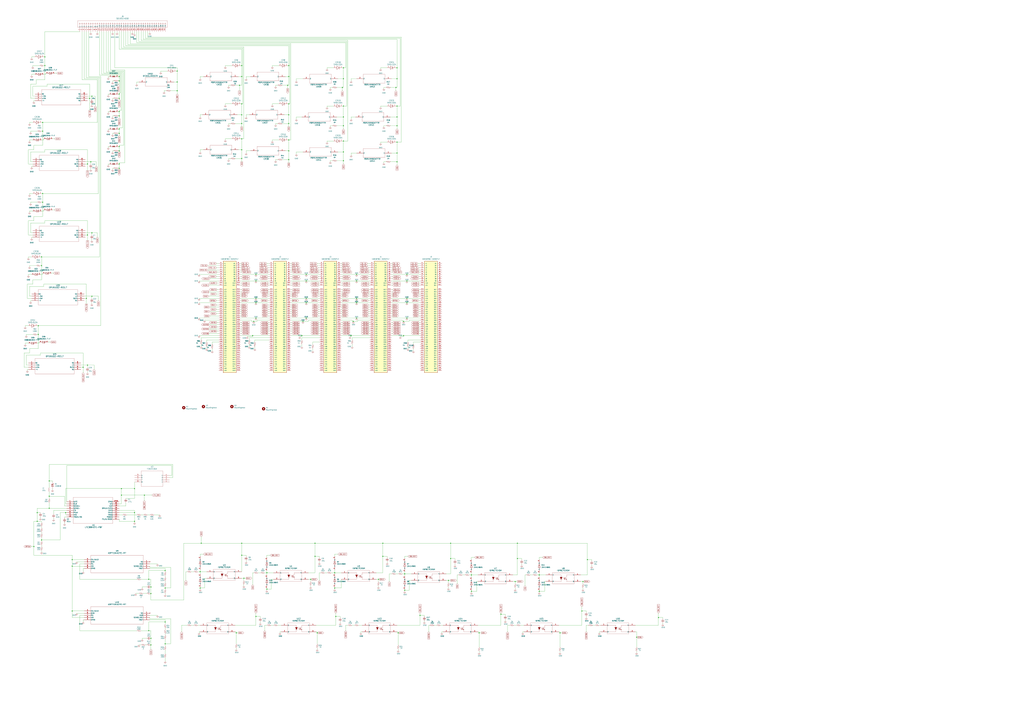
<source format=kicad_sch>
(kicad_sch (version 20231120) (generator "eeschema") (generator_version "8.0")
  (paper "A0")
  (lib_symbols
    (symbol "1N4148:1N4148WS" (pin_names (offset 1.016))
      (property "Reference" "D" (at -3.5564 1.9052 0))
      (property "Value" "1N4148WS" (at -3.5583 -3.4312 0))
      (symbol "1N4148WS_0_0"
        (pin passive line (at -7.62 0 0) (length 2.54) (name "A") (number "A"))
        (pin passive line (at 7.62 0 180) (length 2.54) (name "C") (number "C"))
      )
    )
    (symbol "1N5819:1N5819HW-7-F" (pin_names (offset 1.016))
      (property "Reference" "D" (at -5.08 2.54 0))
      (property "Value" "1N5819HW-7-F" (at -5.08 -3.81 0))
      (symbol "1N5819HW-7-F_0_0"
        (pin passive line (at -5.08 0 0) (length 2.54) (name "~") (number "A"))
        (pin passive line (at 5.08 0 180) (length 2.54) (name "~") (number "C"))
      )
    )
    (symbol "ADP7104ACPZ_R7:ADP7104ACPZ-R7" (pin_names (offset 0.254))
      (property "Reference" "U" (at 38.1 10.16 0))
      (property "Value" "ADP7104ACPZ-R7" (at 38.1 7.62 0))
      (symbol "ADP7104ACPZ-R7_0_1"
        (pin output line (at 0 0 0) (length 7.62) (name "VOUT") (number "1"))
        (pin output line (at 0 -2.54 0) (length 7.62) (name "SENSE/ADJ") (number "2"))
        (pin power_in line (at 0 -5.08 0) (length 7.62) (name "GND") (number "3"))
        (pin no_connect line (at 0 -7.62 0) (length 7.62) (name "NC") (number "4"))
        (pin input line (at 76.2 -10.16 180) (length 7.62) (name "EN/UVLO") (number "5"))
        (pin power_in line (at 76.2 -7.62 180) (length 7.62) (name "GND") (number "6"))
        (pin power_in line (at 76.2 -5.08 180) (length 7.62) (name "PG") (number "7"))
        (pin input line (at 76.2 -2.54 180) (length 7.62) (name "VIN") (number "8"))
        (pin unspecified line (at 76.2 0 180) (length 7.62) (name "EPAD") (number "9"))
      )
    )
    (symbol "BP_Connector:5019514000" (pin_names (offset 0.254))
      (property "Reference" "J" (at 8.89 6.35 0))
      (property "Value" "5019514000" (at 0 0 0))
      (symbol "5019514000_1_1"
        (pin unspecified line (at 0 0 0) (length 5.08) (name "1") (number "1"))
        (pin unspecified line (at 0 -22.86 0) (length 5.08) (name "10") (number "10"))
        (pin unspecified line (at 0 -25.4 0) (length 5.08) (name "11") (number "11"))
        (pin unspecified line (at 0 -27.94 0) (length 5.08) (name "12") (number "12"))
        (pin unspecified line (at 0 -30.48 0) (length 5.08) (name "13") (number "13"))
        (pin unspecified line (at 0 -33.02 0) (length 5.08) (name "14") (number "14"))
        (pin unspecified line (at 0 -35.56 0) (length 5.08) (name "15") (number "15"))
        (pin unspecified line (at 0 -38.1 0) (length 5.08) (name "16") (number "16"))
        (pin unspecified line (at 0 -40.64 0) (length 5.08) (name "17") (number "17"))
        (pin unspecified line (at 0 -43.18 0) (length 5.08) (name "18") (number "18"))
        (pin unspecified line (at 0 -45.72 0) (length 5.08) (name "19") (number "19"))
        (pin unspecified line (at 0 -2.54 0) (length 5.08) (name "2") (number "2"))
        (pin unspecified line (at 0 -48.26 0) (length 5.08) (name "20") (number "20"))
        (pin unspecified line (at 0 -50.8 0) (length 5.08) (name "21") (number "21"))
        (pin unspecified line (at 0 -53.34 0) (length 5.08) (name "22") (number "22"))
        (pin unspecified line (at 0 -55.88 0) (length 5.08) (name "23") (number "23"))
        (pin unspecified line (at 0 -58.42 0) (length 5.08) (name "24") (number "24"))
        (pin unspecified line (at 0 -60.96 0) (length 5.08) (name "25") (number "25"))
        (pin unspecified line (at 0 -63.5 0) (length 5.08) (name "26") (number "26"))
        (pin unspecified line (at 0 -66.04 0) (length 5.08) (name "27") (number "27"))
        (pin unspecified line (at 0 -68.58 0) (length 5.08) (name "28") (number "28"))
        (pin unspecified line (at 0 -71.12 0) (length 5.08) (name "29") (number "29"))
        (pin unspecified line (at 0 -5.08 0) (length 5.08) (name "3") (number "3"))
        (pin unspecified line (at 0 -73.66 0) (length 5.08) (name "30") (number "30"))
        (pin unspecified line (at 0 -76.2 0) (length 5.08) (name "31") (number "31"))
        (pin unspecified line (at 0 -78.74 0) (length 5.08) (name "32") (number "32"))
        (pin unspecified line (at 0 -81.28 0) (length 5.08) (name "33") (number "33"))
        (pin unspecified line (at 0 -83.82 0) (length 5.08) (name "34") (number "34"))
        (pin unspecified line (at 0 -86.36 0) (length 5.08) (name "35") (number "35"))
        (pin unspecified line (at 0 -88.9 0) (length 5.08) (name "36") (number "36"))
        (pin unspecified line (at 0 -91.44 0) (length 5.08) (name "37") (number "37"))
        (pin unspecified line (at 0 -93.98 0) (length 5.08) (name "38") (number "38"))
        (pin unspecified line (at 0 -96.52 0) (length 5.08) (name "39") (number "39"))
        (pin unspecified line (at 0 -7.62 0) (length 5.08) (name "4") (number "4"))
        (pin unspecified line (at 0 -99.06 0) (length 5.08) (name "40") (number "40"))
        (pin unspecified line (at 0 -10.16 0) (length 5.08) (name "5") (number "5"))
        (pin unspecified line (at 0 -12.7 0) (length 5.08) (name "6") (number "6"))
        (pin unspecified line (at 0 -15.24 0) (length 5.08) (name "7") (number "7"))
        (pin unspecified line (at 0 -17.78 0) (length 5.08) (name "8") (number "8"))
        (pin unspecified line (at 0 -20.32 0) (length 5.08) (name "9") (number "9"))
      )
      (symbol "5019514000_1_2"
        (pin unspecified line (at 0 0 0) (length 5.08) (name "1") (number "1"))
        (pin unspecified line (at 0 -22.86 0) (length 5.08) (name "10") (number "10"))
        (pin unspecified line (at 0 -25.4 0) (length 5.08) (name "11") (number "11"))
        (pin unspecified line (at 0 -27.94 0) (length 5.08) (name "12") (number "12"))
        (pin unspecified line (at 0 -30.48 0) (length 5.08) (name "13") (number "13"))
        (pin unspecified line (at 0 -33.02 0) (length 5.08) (name "14") (number "14"))
        (pin unspecified line (at 0 -35.56 0) (length 5.08) (name "15") (number "15"))
        (pin unspecified line (at 0 -38.1 0) (length 5.08) (name "16") (number "16"))
        (pin unspecified line (at 0 -40.64 0) (length 5.08) (name "17") (number "17"))
        (pin unspecified line (at 0 -43.18 0) (length 5.08) (name "18") (number "18"))
        (pin unspecified line (at 0 -45.72 0) (length 5.08) (name "19") (number "19"))
        (pin unspecified line (at 0 -2.54 0) (length 5.08) (name "2") (number "2"))
        (pin unspecified line (at 0 -48.26 0) (length 5.08) (name "20") (number "20"))
        (pin unspecified line (at 0 -50.8 0) (length 5.08) (name "21") (number "21"))
        (pin unspecified line (at 0 -53.34 0) (length 5.08) (name "22") (number "22"))
        (pin unspecified line (at 0 -55.88 0) (length 5.08) (name "23") (number "23"))
        (pin unspecified line (at 0 -58.42 0) (length 5.08) (name "24") (number "24"))
        (pin unspecified line (at 0 -60.96 0) (length 5.08) (name "25") (number "25"))
        (pin unspecified line (at 0 -63.5 0) (length 5.08) (name "26") (number "26"))
        (pin unspecified line (at 0 -66.04 0) (length 5.08) (name "27") (number "27"))
        (pin unspecified line (at 0 -68.58 0) (length 5.08) (name "28") (number "28"))
        (pin unspecified line (at 0 -71.12 0) (length 5.08) (name "29") (number "29"))
        (pin unspecified line (at 0 -5.08 0) (length 5.08) (name "3") (number "3"))
        (pin unspecified line (at 0 -73.66 0) (length 5.08) (name "30") (number "30"))
        (pin unspecified line (at 0 -76.2 0) (length 5.08) (name "31") (number "31"))
        (pin unspecified line (at 0 -78.74 0) (length 5.08) (name "32") (number "32"))
        (pin unspecified line (at 0 -81.28 0) (length 5.08) (name "33") (number "33"))
        (pin unspecified line (at 0 -83.82 0) (length 5.08) (name "34") (number "34"))
        (pin unspecified line (at 0 -86.36 0) (length 5.08) (name "35") (number "35"))
        (pin unspecified line (at 0 -88.9 0) (length 5.08) (name "36") (number "36"))
        (pin unspecified line (at 0 -91.44 0) (length 5.08) (name "37") (number "37"))
        (pin unspecified line (at 0 -93.98 0) (length 5.08) (name "38") (number "38"))
        (pin unspecified line (at 0 -96.52 0) (length 5.08) (name "39") (number "39"))
        (pin unspecified line (at 0 -7.62 0) (length 5.08) (name "4") (number "4"))
        (pin unspecified line (at 0 -99.06 0) (length 5.08) (name "40") (number "40"))
        (pin unspecified line (at 0 -10.16 0) (length 5.08) (name "5") (number "5"))
        (pin unspecified line (at 0 -12.7 0) (length 5.08) (name "6") (number "6"))
        (pin unspecified line (at 0 -15.24 0) (length 5.08) (name "7") (number "7"))
        (pin unspecified line (at 0 -17.78 0) (length 5.08) (name "8") (number "8"))
        (pin unspecified line (at 0 -20.32 0) (length 5.08) (name "9") (number "9"))
      )
    )
    (symbol "Device:C_Small" (pin_numbers hide) (pin_names (offset 0.254) hide)
      (property "Reference" "C" (at 0.254 1.778 0))
      (property "Value" "C_Small" (at 0.254 -2.032 0))
      (symbol "C_Small_1_1"
        (pin passive line (at 0 2.54 270) (length 2.032) (name "~") (number "1"))
        (pin passive line (at 0 -2.54 90) (length 2.032) (name "~") (number "2"))
      )
    )
    (symbol "Device:L_Small" (pin_numbers hide) (pin_names (offset 0.254) hide)
      (property "Reference" "L" (at 0.762 1.016 0))
      (property "Value" "L_Small" (at 0.762 -1.016 0))
      (symbol "L_Small_1_1"
        (pin passive line (at 0 2.54 270) (length 0.508) (name "~") (number "1"))
        (pin passive line (at 0 -2.54 90) (length 0.508) (name "~") (number "2"))
      )
    )
    (symbol "Device:R_Small_US" (pin_numbers hide) (pin_names (offset 0.254) hide)
      (property "Reference" "R" (at 0.762 0.508 0))
      (property "Value" "R_Small_US" (at 0.762 -1.016 0))
      (symbol "R_Small_US_1_1"
        (pin passive line (at 0 2.54 270) (length 1.016) (name "~") (number "1"))
        (pin passive line (at 0 -2.54 90) (length 1.016) (name "~") (number "2"))
      )
    )
    (symbol "Diode:1N5818" (pin_numbers hide) (pin_names (offset 1.016) hide)
      (property "Reference" "D" (at 0 2.54 0))
      (property "Value" "1N5818" (at 0 -2.54 0))
      (symbol "1N5818_1_1"
        (pin passive line (at -3.81 0 0) (length 2.54) (name "K") (number "1"))
        (pin passive line (at 3.81 0 180) (length 2.54) (name "A") (number "2"))
      )
    )
    (symbol "FDS4435A:FDS4435A" (pin_names (offset 0.254))
      (property "Reference" "U" (at 20.32 10.16 0))
      (property "Value" "FDS4435A" (at 20.32 7.62 0))
      (symbol "FDS4435A_0_1"
        (pin unspecified line (at 0 0 0) (length 7.62) (name "1") (number "1"))
        (pin unspecified line (at 0 -2.54 0) (length 7.62) (name "2") (number "2"))
        (pin unspecified line (at 0 -5.08 0) (length 7.62) (name "3") (number "3"))
        (pin unspecified line (at 0 -7.62 0) (length 7.62) (name "4") (number "4"))
        (pin unspecified line (at 40.64 -7.62 180) (length 7.62) (name "5") (number "5"))
        (pin unspecified line (at 40.64 -5.08 180) (length 7.62) (name "6") (number "6"))
        (pin unspecified line (at 40.64 -2.54 180) (length 7.62) (name "7") (number "7"))
        (pin unspecified line (at 40.64 0 180) (length 7.62) (name "8") (number "8"))
      )
    )
    (symbol "ISP817CX:ISP817CXSM" (pin_names (offset 0.254))
      (property "Reference" "U" (at 20.32 7.62 0))
      (property "Value" "ISP817CXSM" (at 20.32 5.08 0))
      (symbol "ISP817CXSM_1_1"
        (pin unspecified line (at 0 0 0) (length 7.62) (name "1") (number "1"))
        (pin unspecified line (at 0 -7.62 0) (length 7.62) (name "2") (number "2"))
        (pin unspecified line (at 40.64 -7.62 180) (length 7.62) (name "3") (number "3"))
        (pin unspecified line (at 40.64 0 180) (length 7.62) (name "4") (number "4"))
      )
    )
    (symbol "LTC3894:LTC3894EFE-PBF" (pin_names (offset 0.254))
      (property "Reference" "U" (at 30.48 10.16 0))
      (property "Value" "LTC3894EFE-PBF" (at 30.48 7.62 0))
      (symbol "LTC3894EFE-PBF_0_1"
        (pin unspecified line (at 0 0 0) (length 7.62) (name "GATE") (number "1"))
        (pin unspecified line (at 0 -17.78 0) (length 7.62) (name "TRACK/SS") (number "10"))
        (pin unspecified line (at 60.96 -20.32 180) (length 7.62) (name "PLLIN/MODE") (number "11"))
        (pin power_in line (at 60.96 -17.78 180) (length 7.62) (name "PGOOD") (number "12"))
        (pin unspecified line (at 60.96 -15.24 180) (length 7.62) (name "FREQ") (number "13"))
        (pin unspecified line (at 60.96 -12.7 180) (length 7.62) (name "OVLO") (number "14"))
        (pin unspecified line (at 60.96 -10.16 180) (length 7.62) (name "EXTS") (number "15"))
        (pin unspecified line (at 60.96 -7.62 180) (length 7.62) (name "DRVUV/EXTG") (number "16"))
        (pin unspecified line (at 60.96 -5.08 180) (length 7.62) (name "CAP") (number "18"))
        (pin unspecified line (at 60.96 -2.54 180) (length 7.62) (name "VIN") (number "20"))
        (pin unspecified line (at 0 -2.54 0) (length 7.62) (name "RUN") (number "3"))
        (pin unspecified line (at 0 -5.08 0) (length 7.62) (name "SENSE+") (number "5"))
        (pin unspecified line (at 0 -7.62 0) (length 7.62) (name "SENSE-") (number "6"))
        (pin unspecified line (at 0 -10.16 0) (length 7.62) (name "ITH") (number "7"))
        (pin unspecified line (at 0 -12.7 0) (length 7.62) (name "PGUV") (number "8"))
        (pin unspecified line (at 0 -15.24 0) (length 7.62) (name "VFB") (number "9"))
        (pin unspecified line (at 60.96 0 180) (length 7.62) (name "EPAD") (number "EPAD"))
      )
    )
    (symbol "Mechanical:MountingHole" (pin_names (offset 1.016)) (exclude_from_sim yes) (in_bom no)
      (property "Reference" "H" (at 0 5.08 0))
      (property "Value" "MountingHole" (at 0 3.175 0))
    )
    (symbol "OP191:OP191GSZ-REEL7" (pin_names (offset 0.254))
      (property "Reference" "U" (at 30.48 10.16 0))
      (property "Value" "OP191GSZ-REEL7" (at 30.48 7.62 0))
      (symbol "OP191GSZ-REEL7_0_1"
        (pin unspecified line (at 0 0 0) (length 7.62) (name "NC") (number "1"))
        (pin unspecified line (at 0 -2.54 0) (length 7.62) (name "-INA") (number "2"))
        (pin unspecified line (at 0 -5.08 0) (length 7.62) (name "+INA") (number "3"))
        (pin power_in line (at 0 -7.62 0) (length 7.62) (name "-V") (number "4"))
        (pin unspecified line (at 60.96 -7.62 180) (length 7.62) (name "NC") (number "5"))
        (pin unspecified line (at 60.96 -5.08 180) (length 7.62) (name "OUTA") (number "6"))
        (pin power_in line (at 60.96 -2.54 180) (length 7.62) (name "+V") (number "7"))
        (pin unspecified line (at 60.96 0 180) (length 7.62) (name "NC") (number "8"))
      )
    )
    (symbol "PCI_Express:10018783-10202TLF" (pin_names (offset 1.016))
      (property "Reference" "J" (at -7.62 64.262 0))
      (property "Value" "10018783-10202TLF" (at -7.62 -68.58 0))
      (symbol "10018783-10202TLF_0_0"
        (pin passive line (at -12.7 60.96 0) (length 5.08) (name "A1") (number "A1"))
        (pin passive line (at -12.7 38.1 0) (length 5.08) (name "A10") (number "A10"))
        (pin passive line (at -12.7 35.56 0) (length 5.08) (name "A11") (number "A11"))
        (pin passive line (at -12.7 30.48 0) (length 5.08) (name "A12") (number "A12"))
        (pin passive line (at -12.7 27.94 0) (length 5.08) (name "A13") (number "A13"))
        (pin passive line (at -12.7 25.4 0) (length 5.08) (name "A14") (number "A14"))
        (pin passive line (at -12.7 22.86 0) (length 5.08) (name "A15") (number "A15"))
        (pin passive line (at -12.7 20.32 0) (length 5.08) (name "A16") (number "A16"))
        (pin passive line (at -12.7 17.78 0) (length 5.08) (name "A17") (number "A17"))
        (pin passive line (at -12.7 15.24 0) (length 5.08) (name "A18") (number "A18"))
        (pin passive line (at -12.7 12.7 0) (length 5.08) (name "A19") (number "A19"))
        (pin passive line (at -12.7 58.42 0) (length 5.08) (name "A2") (number "A2"))
        (pin passive line (at -12.7 10.16 0) (length 5.08) (name "A20") (number "A20"))
        (pin passive line (at -12.7 7.62 0) (length 5.08) (name "A21") (number "A21"))
        (pin passive line (at -12.7 5.08 0) (length 5.08) (name "A22") (number "A22"))
        (pin passive line (at -12.7 2.54 0) (length 5.08) (name "A23") (number "A23"))
        (pin passive line (at -12.7 0 0) (length 5.08) (name "A24") (number "A24"))
        (pin passive line (at -12.7 -2.54 0) (length 5.08) (name "A25") (number "A25"))
        (pin passive line (at -12.7 -5.08 0) (length 5.08) (name "A26") (number "A26"))
        (pin passive line (at -12.7 -7.62 0) (length 5.08) (name "A27") (number "A27"))
        (pin passive line (at -12.7 -10.16 0) (length 5.08) (name "A28") (number "A28"))
        (pin passive line (at -12.7 -12.7 0) (length 5.08) (name "A29") (number "A29"))
        (pin passive line (at -12.7 55.88 0) (length 5.08) (name "A3") (number "A3"))
        (pin passive line (at -12.7 -15.24 0) (length 5.08) (name "A30") (number "A30"))
        (pin passive line (at -12.7 -17.78 0) (length 5.08) (name "A31") (number "A31"))
        (pin passive line (at -12.7 -20.32 0) (length 5.08) (name "A32") (number "A32"))
        (pin passive line (at -12.7 -22.86 0) (length 5.08) (name "A33") (number "A33"))
        (pin passive line (at -12.7 -25.4 0) (length 5.08) (name "A34") (number "A34"))
        (pin passive line (at -12.7 -27.94 0) (length 5.08) (name "A35") (number "A35"))
        (pin passive line (at -12.7 -30.48 0) (length 5.08) (name "A36") (number "A36"))
        (pin passive line (at -12.7 -33.02 0) (length 5.08) (name "A37") (number "A37"))
        (pin passive line (at -12.7 -35.56 0) (length 5.08) (name "A38") (number "A38"))
        (pin passive line (at -12.7 -38.1 0) (length 5.08) (name "A39") (number "A39"))
        (pin passive line (at -12.7 53.34 0) (length 5.08) (name "A4") (number "A4"))
        (pin passive line (at -12.7 -40.64 0) (length 5.08) (name "A40") (number "A40"))
        (pin passive line (at -12.7 -43.18 0) (length 5.08) (name "A41") (number "A41"))
        (pin passive line (at -12.7 -45.72 0) (length 5.08) (name "A42") (number "A42"))
        (pin passive line (at -12.7 -48.26 0) (length 5.08) (name "A43") (number "A43"))
        (pin passive line (at -12.7 -50.8 0) (length 5.08) (name "A44") (number "A44"))
        (pin passive line (at -12.7 -53.34 0) (length 5.08) (name "A45") (number "A45"))
        (pin passive line (at -12.7 -55.88 0) (length 5.08) (name "A46") (number "A46"))
        (pin passive line (at -12.7 -58.42 0) (length 5.08) (name "A47") (number "A47"))
        (pin passive line (at -12.7 -60.96 0) (length 5.08) (name "A48") (number "A48"))
        (pin passive line (at -12.7 -63.5 0) (length 5.08) (name "A49") (number "A49"))
        (pin passive line (at -12.7 50.8 0) (length 5.08) (name "A5") (number "A5"))
        (pin passive line (at -12.7 48.26 0) (length 5.08) (name "A6") (number "A6"))
        (pin passive line (at -12.7 45.72 0) (length 5.08) (name "A7") (number "A7"))
        (pin passive line (at -12.7 43.18 0) (length 5.08) (name "A8") (number "A8"))
        (pin passive line (at -12.7 40.64 0) (length 5.08) (name "A9") (number "A9"))
        (pin passive line (at 12.7 60.96 180) (length 5.08) (name "B1") (number "B1"))
        (pin passive line (at 12.7 38.1 180) (length 5.08) (name "B10") (number "B10"))
        (pin passive line (at 12.7 35.56 180) (length 5.08) (name "B11") (number "B11"))
        (pin passive line (at 12.7 30.48 180) (length 5.08) (name "B12") (number "B12"))
        (pin passive line (at 12.7 27.94 180) (length 5.08) (name "B13") (number "B13"))
        (pin passive line (at 12.7 25.4 180) (length 5.08) (name "B14") (number "B14"))
        (pin passive line (at 12.7 22.86 180) (length 5.08) (name "B15") (number "B15"))
        (pin passive line (at 12.7 20.32 180) (length 5.08) (name "B16") (number "B16"))
        (pin passive line (at 12.7 17.78 180) (length 5.08) (name "B17") (number "B17"))
        (pin passive line (at 12.7 15.24 180) (length 5.08) (name "B18") (number "B18"))
        (pin passive line (at 12.7 12.7 180) (length 5.08) (name "B19") (number "B19"))
        (pin passive line (at 12.7 58.42 180) (length 5.08) (name "B2") (number "B2"))
        (pin passive line (at 12.7 10.16 180) (length 5.08) (name "B20") (number "B20"))
        (pin passive line (at 12.7 7.62 180) (length 5.08) (name "B21") (number "B21"))
        (pin passive line (at 12.7 5.08 180) (length 5.08) (name "B22") (number "B22"))
        (pin passive line (at 12.7 2.54 180) (length 5.08) (name "B23") (number "B23"))
        (pin passive line (at 12.7 0 180) (length 5.08) (name "B24") (number "B24"))
        (pin passive line (at 12.7 -2.54 180) (length 5.08) (name "B25") (number "B25"))
        (pin passive line (at 12.7 -5.08 180) (length 5.08) (name "B26") (number "B26"))
        (pin passive line (at 12.7 -7.62 180) (length 5.08) (name "B27") (number "B27"))
        (pin passive line (at 12.7 -10.16 180) (length 5.08) (name "B28") (number "B28"))
        (pin passive line (at 12.7 -12.7 180) (length 5.08) (name "B29") (number "B29"))
        (pin passive line (at 12.7 55.88 180) (length 5.08) (name "B3") (number "B3"))
        (pin passive line (at 12.7 -15.24 180) (length 5.08) (name "B30") (number "B30"))
        (pin passive line (at 12.7 -17.78 180) (length 5.08) (name "B31") (number "B31"))
        (pin passive line (at 12.7 -20.32 180) (length 5.08) (name "B32") (number "B32"))
        (pin passive line (at 12.7 -22.86 180) (length 5.08) (name "B33") (number "B33"))
        (pin passive line (at 12.7 -25.4 180) (length 5.08) (name "B34") (number "B34"))
        (pin passive line (at 12.7 -27.94 180) (length 5.08) (name "B35") (number "B35"))
        (pin passive line (at 12.7 -30.48 180) (length 5.08) (name "B36") (number "B36"))
        (pin passive line (at 12.7 -33.02 180) (length 5.08) (name "B37") (number "B37"))
        (pin passive line (at 12.7 -35.56 180) (length 5.08) (name "B38") (number "B38"))
        (pin passive line (at 12.7 -38.1 180) (length 5.08) (name "B39") (number "B39"))
        (pin passive line (at 12.7 53.34 180) (length 5.08) (name "B4") (number "B4"))
        (pin passive line (at 12.7 -40.64 180) (length 5.08) (name "B40") (number "B40"))
        (pin passive line (at 12.7 -43.18 180) (length 5.08) (name "B41") (number "B41"))
        (pin passive line (at 12.7 -45.72 180) (length 5.08) (name "B42") (number "B42"))
        (pin passive line (at 12.7 -48.26 180) (length 5.08) (name "B43") (number "B43"))
        (pin passive line (at 12.7 -50.8 180) (length 5.08) (name "B44") (number "B44"))
        (pin passive line (at 12.7 -53.34 180) (length 5.08) (name "B45") (number "B45"))
        (pin passive line (at 12.7 -55.88 180) (length 5.08) (name "B46") (number "B46"))
        (pin passive line (at 12.7 -58.42 180) (length 5.08) (name "B47") (number "B47"))
        (pin passive line (at 12.7 -60.96 180) (length 5.08) (name "B48") (number "B48"))
        (pin passive line (at 12.7 -63.5 180) (length 5.08) (name "B49") (number "B49"))
        (pin passive line (at 12.7 50.8 180) (length 5.08) (name "B5") (number "B5"))
        (pin passive line (at 12.7 48.26 180) (length 5.08) (name "B6") (number "B6"))
        (pin passive line (at 12.7 45.72 180) (length 5.08) (name "B7") (number "B7"))
        (pin passive line (at 12.7 43.18 180) (length 5.08) (name "B8") (number "B8"))
        (pin passive line (at 12.7 40.64 180) (length 5.08) (name "B9") (number "B9"))
      )
    )
    (symbol "RBR1MM60ATFTR(new_VR_diode):RBR1MM60ATFTR" (pin_names (offset 0.254))
      (property "Reference" "R" (at 20.32 10.16 0))
      (property "Value" "RBR1MM60ATFTR" (at 20.32 7.62 0))
      (symbol "RBR1MM60ATFTR_0_1"
        (pin unspecified line (at 0 0 0) (length 7.62) (name "1") (number "1"))
        (pin unspecified line (at 40.64 0 180) (length 7.62) (name "2") (number "2"))
      )
    )
    (symbol "RF201LAM2STR(new_POW_diode):RF201LAM2STR" (pin_names (offset 0.254))
      (property "Reference" "R" (at 20.32 10.16 0))
      (property "Value" "RF201LAM2STR" (at 20.32 7.62 0))
      (symbol "RF201LAM2STR_0_1"
        (pin unspecified line (at 0 0 0) (length 7.62) (name "1") (number "1"))
        (pin unspecified line (at 40.64 0 180) (length 7.62) (name "2") (number "2"))
      )
    )
    (symbol "SMDJ33A:SMDJ33A" (pin_names (offset 0.254))
      (property "Reference" "CR" (at 5.08 4.445 0))
      (property "Value" "SMDJ33A" (at 5.08 -3.81 0))
      (symbol "SMDJ33A_1_1"
        (pin unspecified line (at 10.16 0 180) (length 2.54) (name "") (number "1"))
        (pin unspecified line (at 0 0 0) (length 2.54) (name "") (number "2"))
      )
      (symbol "SMDJ33A_1_2"
        (pin unspecified line (at 0 10.16 270) (length 2.54) (name "") (number "1"))
        (pin unspecified line (at 0 0 90) (length 2.54) (name "") (number "2"))
      )
    )
    (symbol "SMDJ6.0A:SMDJ6.0A" (pin_names (offset 0.254))
      (property "Reference" "CR" (at 5.08 4.445 0))
      (property "Value" "SMDJ6.0A" (at 5.08 -3.81 0))
      (symbol "SMDJ6.0A_1_1"
        (pin unspecified line (at 10.16 0 180) (length 2.54) (name "") (number "1"))
        (pin unspecified line (at 0 0 0) (length 2.54) (name "") (number "2"))
      )
      (symbol "SMDJ6.0A_1_2"
        (pin unspecified line (at 0 10.16 270) (length 2.54) (name "") (number "1"))
        (pin unspecified line (at 0 0 90) (length 2.54) (name "") (number "2"))
      )
    )
    (symbol "SMDJ6.0CA:SMDJ60CA" (pin_names (offset 1.016))
      (property "Reference" "D" (at -5.08 2.54 0))
      (property "Value" "SMDJ60CA" (at -5.08 -5.08 0))
      (symbol "SMDJ60CA_0_0"
        (pin passive line (at -5.08 0 0) (length 2.54) (name "~") (number "1"))
        (pin passive line (at 5.08 0 180) (length 2.54) (name "~") (number "2"))
      )
    )
    (symbol "SMDJ85A:SMDJ85A" (pin_names (offset 0.254))
      (property "Reference" "CR" (at 5.08 4.445 0))
      (property "Value" "SMDJ85A" (at 5.08 -3.81 0))
      (symbol "SMDJ85A_1_1"
        (pin unspecified line (at 10.16 0 180) (length 2.54) (name "") (number "1"))
        (pin unspecified line (at 0 0 0) (length 2.54) (name "") (number "2"))
      )
      (symbol "SMDJ85A_1_2"
        (pin unspecified line (at 0 10.16 270) (length 2.54) (name "") (number "1"))
        (pin unspecified line (at 0 0 90) (length 2.54) (name "") (number "2"))
      )
    )
    (symbol "power:GND" (power) (pin_numbers hide) (pin_names (offset 0) hide)
      (property "Value" "GND" (at 0 -3.81 0))
      (symbol "GND_1_1"
        (pin power_in line (at 0 0 270) (length 0) (name "~") (number "1"))
      )
    )
  )
  (junction (at 280.67 645.16))
  (junction (at 355.6 346.71))
  (junction (at 472.44 326.39))
  (junction (at 675.64 709.93))
  (junction (at 44.45 388.62))
  (junction (at 461.01 165.1))
  (junction (at 388.62 683.26))
  (junction (at 49.53 234.95))
  (junction (at 138.43 170.18))
  (junction (at 309.88 665.48))
  (junction (at 274.32 735.33))
  (junction (at 280.67 88.9))
  (junction (at 556.26 735.33))
  (junction (at 105.41 187.96))
  (junction (at 205.74 105.41))
  (junction (at 43.18 595.63))
  (junction (at 167.64 575.31))
  (junction (at 280.67 184.15))
  (junction (at 547.37 687.07))
  (junction (at 138.43 190.5))
  (junction (at 598.17 675.64))
  (junction (at 138.43 175.26))
  (junction (at 398.78 176.53))
  (junction (at 138.43 93.98))
  (junction (at 101.6 273.05))
  (junction (at 205.74 95.25))
  (junction (at 469.9 685.8))
  (junction (at 739.14 740.41))
  (junction (at 96.52 426.72))
  (junction (at 414.02 346.71))
  (junction (at 280.67 143.51))
  (junction (at 681.99 650.24))
  (junction (at 335.28 133.35))
  (junction (at 414.02 369.57))
  (junction (at 297.18 351.79))
  (junction (at 388.62 665.48))
  (junction (at 49.53 224.79))
  (junction (at 280.67 133.35))
  (junction (at 232.41 664.21))
  (junction (at 335.28 120.65))
  (junction (at 410.21 373.38))
  (junction (at 140.97 575.31))
  (junction (at 600.71 631.19))
  (junction (at 398.78 123.19))
  (junction (at 472.44 346.71))
  (junction (at 205.74 82.55))
  (junction (at 472.44 369.57))
  (junction (at 398.78 78.74))
  (junction (at 106.68 111.76))
  (junction (at 398.78 135.89))
  (junction (at 156.21 567.69))
  (junction (at 83.82 657.86))
  (junction (at 461.01 123.19))
  (junction (at 280.67 76.2))
  (junction (at 461.01 91.44))
  (junction (at 351.79 373.38))
  (junction (at 676.91 675.64))
  (junction (at 138.43 149.86))
  (junction (at 138.43 88.9))
  (junction (at 280.67 161.29))
  (junction (at 398.78 163.83))
  (junction (at 439.42 673.1))
  (junction (at 461.01 177.8))
  (junction (at 626.11 668.02))
  (junction (at 49.53 152.4))
  (junction (at 461.01 146.05))
  (junction (at 175.26 741.68))
  (junction (at 335.28 88.9))
  (junction (at 461.01 78.74))
  (junction (at 297.18 346.71))
  (junction (at 368.3 735.33))
  (junction (at 138.43 134.62))
  (junction (at 283.21 671.83))
  (junction (at 600.71 648.97))
  (junction (at 398.78 186.69))
  (junction (at 365.76 646.43))
  (junction (at 57.15 576.58))
  (junction (at 297.18 318.77))
  (junction (at 360.68 673.1))
  (junction (at 57.15 558.8))
  (junction (at 520.7 674.37))
  (junction (at 462.28 735.33))
  (junction (at 297.18 326.39))
  (junction (at 459.74 101.6))
  (junction (at 547.37 668.02))
  (junction (at 280.67 173.99))
  (junction (at 335.28 162.56))
  (junction (at 100.33 346.71))
  (junction (at 335.28 143.51))
  (junction (at 414.02 351.79))
  (junction (at 138.43 114.3))
  (junction (at 52.07 76.2))
  (junction (at 49.53 142.24))
  (junction (at 191.77 748.03))
  (junction (at 39.37 635))
  (junction (at 334.01 99.06))
  (junction (at 468.63 389.89))
  (junction (at 764.54 717.55))
  (junction (at 48.26 308.61))
  (junction (at 106.68 344.17))
  (junction (at 76.2 595.63))
  (junction (at 472.44 351.79))
  (junction (at 365.76 631.19))
  (junction (at 175.26 689.61))
  (junction (at 191.77 683.26))
  (junction (at 355.6 318.77))
  (junction (at 414.02 318.77))
  (junction (at 350.52 389.89))
  (junction (at 650.24 735.33))
  (junction (at 191.77 662.94))
  (junction (at 48.26 627.38))
  (junction (at 407.67 389.89))
  (junction (at 297.18 716.28))
  (junction (at 57.15 590.55))
  (junction (at 232.41 683.26))
  (junction (at 138.43 129.54))
  (junction (at 101.6 190.5))
  (junction (at 523.24 631.19))
  (junction (at 52.07 66.04))
  (junction (at 172.72 673.1))
  (junction (at 461.01 187.96))
  (junction (at 280.67 120.65))
  (junction (at 293.37 389.89))
  (junction (at 398.78 91.44))
  (junction (at 233.68 631.19))
  (junction (at 191.77 722.63))
  (junction (at 175.26 681.99))
  (junction (at 48.26 298.45))
  (junction (at 104.14 114.3))
  (junction (at 138.43 195.58))
  (junction (at 280.67 631.19))
  (junction (at 172.72 732.79))
  (junction (at 523.24 648.97))
  (junction (at 43.18 605.79))
  (junction (at 106.68 270.51))
  (junction (at 335.28 175.26))
  (junction (at 487.68 715.01))
  (junction (at 309.88 684.53))
  (junction (at 444.5 631.19))
  (junction (at 626.11 687.07))
  (junction (at 335.28 185.42))
  (junction (at 335.28 76.2))
  (junction (at 444.5 646.43))
  (junction (at 461.01 135.89))
  (junction (at 581.66 713.74))
  (junction (at 101.6 424.18))
  (junction (at 398.78 146.05))
  (junction (at 138.43 109.22))
  (junction (at 44.45 378.46))
  (junction (at 472.44 318.77))
  (junction (at 278.13 99.06))
  (junction (at 355.6 351.79))
  (junction (at 414.02 326.39))
  (junction (at 83.82 650.24))
  (junction (at 156.21 605.79))
  (junction (at 397.51 101.6))
  (junction (at 355.6 326.39))
  (junction (at 468.63 373.38))
  (junction (at 140.97 567.69))
  (junction (at 389.89 716.28))
  (junction (at 469.9 666.75))
  (junction (at 138.43 154.94))
  (junction (at 297.18 369.57))
  (junction (at 83.82 709.93))
  (junction (at 294.64 373.38))
  (junction (at 355.6 369.57))
  (junction (at 175.26 749.3))
  (junction (at 156.21 595.63))
  (wire (pts (xy 607.06 734.06) (xy 607.06 735.33)))
  (wire (pts (xy 92.71 673.1) (xy 158.75 673.1)))
  (wire (pts (xy 179.07 598.17) (xy 185.42 598.17)))
  (wire (pts (xy 427.99 354.33) (xy 429.26 354.33)))
  (wire (pts (xy 459.74 101.6) (xy 461.01 101.6)))
  (wire (pts (xy 449.58 646.43) (xy 444.5 646.43)))
  (wire (pts (xy 454.66 177.8) (xy 461.01 177.8)))
  (wire (pts (xy 251.46 341.63) (xy 254 341.63)))
  (wire (pts (xy 279.4 367.03) (xy 280.67 367.03)))
  (wire (pts (xy 33.02 424.18) (xy 30.48 424.18)))
  (wire (pts (xy 293.37 665.48) (xy 294.64 665.48)))
  (wire (pts (xy 237.49 372.11) (xy 254 372.11)))
  (wire (pts (xy 396.24 364.49) (xy 397.51 364.49)))
  (wire (pts (xy 76.2 585.47) (xy 77.47 585.47)))
  (wire (pts (xy 194.31 82.55) (xy 186.69 82.55)))
  (wire (pts (xy 55.88 397.51) (xy 58.42 397.51)))
  (wire (pts (xy 389.89 712.47) (xy 389.89 716.28)))
  (wire (pts (xy 396.24 382.27) (xy 397.51 382.27)))
  (wire (pts (xy 350.52 391.16) (xy 350.52 389.89)))
  (wire (pts (xy 322.58 143.51) (xy 320.04 143.51)))
  (wire (pts (xy 416.56 726.44) (xy 420.37 726.44)))
  (wire (pts (xy 581.66 713.74) (xy 581.66 726.44)))
  (wire (pts (xy 739.14 734.06) (xy 737.87 734.06)))
  (wire (pts (xy 281.94 120.65) (xy 280.67 120.65)))
  (wire (pts (xy 407.67 135.89) (xy 412.75 135.89)))
  (wire (pts (xy 138.43 114.3) (xy 138.43 109.22)))
  (wire (pts (xy 297.18 712.47) (xy 297.18 716.28)))
  (wire (pts (xy 118.11 36.83) (xy 118.11 86.36)))
  (wire (pts (xy 279.4 387.35) (xy 280.67 387.35)))
  (wire (pts (xy 48.26 612.14) (xy 48.26 613.41)))
  (wire (pts (xy 63.5 85.09) (xy 66.04 85.09)))
  (wire (pts (xy 232.41 88.9) (xy 236.22 88.9)))
  (wire (pts (xy 280.67 120.65) (xy 280.67 133.35)))
  (wire (pts (xy 335.28 175.26) (xy 335.28 185.42)))
  (wire (pts (xy 45.72 398.78) (xy 45.72 397.51)))
  (wire (pts (xy 335.28 133.35) (xy 335.28 143.51)))
  (wire (pts (xy 556.26 734.06) (xy 554.99 734.06)))
  (wire (pts (xy 173.99 660.4) (xy 191.77 660.4)))
  (wire (pts (xy 281.94 55.88) (xy 281.94 120.65)))
  (wire (pts (xy 97.79 91.44) (xy 114.3 91.44)))
  (wire (pts (xy 285.75 645.16) (xy 280.67 645.16)))
  (wire (pts (xy 138.43 189.23) (xy 138.43 190.5)))
  (wire (pts (xy 280.67 88.9) (xy 280.67 99.06)))
  (wire (pts (xy 581.66 712.47) (xy 581.66 713.74)))
  (wire (pts (xy 427.99 328.93) (xy 429.26 328.93)))
  (wire (pts (xy 492.76 721.36) (xy 492.76 722.63)))
  (wire (pts (xy 60.96 567.69) (xy 60.96 568.96)))
  (wire (pts (xy 285.75 133.35) (xy 289.56 133.35)))
  (wire (pts (xy 311.15 311.15) (xy 312.42 311.15)))
  (wire (pts (xy 370.84 646.43) (xy 365.76 646.43)))
  (wire (pts (xy 138.43 114.3) (xy 138.43 115.57)))
  (wire (pts (xy 52.07 66.04) (xy 52.07 76.2)))
  (wire (pts (xy 190.5 105.41) (xy 190.5 106.68)))
  (wire (pts (xy 231.14 326.39) (xy 254 326.39)))
  (wire (pts (xy 553.72 687.07) (xy 547.37 687.07)))
  (wire (pts (xy 31.75 330.2) (xy 31.75 346.71)))
  (wire (pts (xy 280.67 631.19) (xy 365.76 631.19)))
  (wire (pts (xy 116.84 378.46) (xy 44.45 378.46)))
  (wire (pts (xy 138.43 154.94) (xy 138.43 157.48)))
  (wire (pts (xy 311.15 313.69) (xy 312.42 313.69)))
  (wire (pts (xy 161.29 95.25) (xy 158.75 95.25)))
  (wire (pts (xy 309.88 665.48) (xy 309.88 668.02)))
  (wire (pts (xy 36.83 318.77) (xy 33.02 318.77)))
  (wire (pts (xy 280.67 76.2) (xy 280.67 88.9)))
  (wire (pts (xy 215.9 664.21) (xy 217.17 664.21)))
  (wire (pts (xy 335.28 185.42) (xy 335.28 189.23)))
  (wire (pts (xy 153.67 36.83) (xy 153.67 38.1)))
  (wire (pts (xy 52.07 92.71) (xy 41.91 92.71)))
  (wire (pts (xy 337.82 351.79) (xy 355.6 351.79)))
  (wire (pts (xy 454.66 367.03) (xy 455.93 367.03)))
  (wire (pts (xy 49.53 251.46) (xy 39.37 251.46)))
  (wire (pts (xy 166.37 45.72) (xy 461.01 45.72)))
  (wire (pts (xy 680.72 726.44) (xy 683.26 726.44)))
  (wire (pts (xy 191.77 681.99) (xy 191.77 683.26)))
  (wire (pts (xy 453.39 135.89) (xy 461.01 135.89)))
  (wire (pts (xy 138.43 175.26) (xy 138.43 170.18)))
  (wire (pts (xy 474.98 674.37) (xy 474.98 685.8)))
  (wire (pts (xy 369.57 356.87) (xy 370.84 356.87)))
  (wire (pts (xy 427.99 344.17) (xy 429.26 344.17)))
  (wire (pts (xy 48.26 224.79) (xy 49.53 224.79)))
  (wire (pts (xy 144.78 81.28) (xy 128.27 81.28)))
  (wire (pts (xy 739.14 734.06) (xy 739.14 740.41)))
  (wire (pts (xy 520.7 681.99) (xy 520.7 683.26)))
  (wire (pts (xy 104.14 114.3) (xy 101.6 114.3)))
  (wire (pts (xy 454.66 351.79) (xy 472.44 351.79)))
  (wire (pts (xy 289.56 400.05) (xy 289.56 402.59)))
  (wire (pts (xy 337.82 339.09) (xy 339.09 339.09)))
  (wire (pts (xy 41.91 97.79) (xy 35.56 97.79)))
  (wire (pts (xy 396.24 377.19) (xy 397.51 377.19)))
  (wire (pts (xy 138.43 36.83) (xy 138.43 57.15)))
  (wire (pts (xy 407.67 91.44) (xy 407.67 93.98)))
  (wire (pts (xy 454.66 389.89) (xy 468.63 389.89)))
  (wire (pts (xy 48.26 234.95) (xy 49.53 234.95)))
  (wire (pts (xy 472.44 326.39) (xy 487.68 326.39)))
  (wire (pts (xy 311.15 387.35) (xy 312.42 387.35)))
  (wire (pts (xy 337.82 50.8) (xy 337.82 162.56)))
  (wire (pts (xy 251.46 336.55) (xy 254 336.55)))
  (wire (pts (xy 138.43 93.98) (xy 138.43 88.9)))
  (wire (pts (xy 427.99 367.03) (xy 429.26 367.03)))
  (wire (pts (xy 327.66 185.42) (xy 335.28 185.42)))
  (wire (pts (xy 38.1 76.2) (xy 38.1 77.47)))
  (wire (pts (xy 35.56 259.08) (xy 52.07 259.08)))
  (wire (pts (xy 554.99 675.64) (xy 553.72 675.64)))
  (wire (pts (xy 337.82 374.65) (xy 339.09 374.65)))
  (wire (pts (xy 48.26 162.56) (xy 50.8 162.56)))
  (wire (pts (xy 130.81 36.83) (xy 130.81 38.1)))
  (wire (pts (xy 232.41 734.06) (xy 231.14 734.06)))
  (wire (pts (xy 394.97 722.63) (xy 394.97 723.9)))
  (wire (pts (xy 45.72 76.2) (xy 38.1 76.2)))
  (wire (pts (xy 106.68 351.79) (xy 106.68 353.06)))
  (wire (pts (xy 76.2 595.63) (xy 69.85 595.63)))
  (wire (pts (xy 459.74 78.74) (xy 461.01 78.74)))
  (wire (pts (xy 335.28 76.2) (xy 335.28 88.9)))
  (wire (pts (xy 96.52 426.72) (xy 93.98 426.72)))
  (wire (pts (xy 461.01 91.44) (xy 461.01 101.6)))
  (wire (pts (xy 106.68 120.65) (xy 106.68 121.92)))
  (wire (pts (xy 396.24 349.25) (xy 397.51 349.25)))
  (wire (pts (xy 680.72 716.28) (xy 680.72 717.55)))
  (wire (pts (xy 43.18 388.62) (xy 44.45 388.62)))
  (wire (pts (xy 137.16 93.98) (xy 138.43 93.98)))
  (wire (pts (xy 39.37 256.54) (xy 33.02 256.54)))
  (wire (pts (xy 43.18 595.63) (xy 43.18 605.79)))
  (wire (pts (xy 146.05 36.83) (xy 146.05 53.34)))
  (wire (pts (xy 334.01 99.06) (xy 335.28 99.06)))
  (wire (pts (xy 35.56 97.79) (xy 35.56 114.3)))
  (wire (pts (xy 441.96 78.74) (xy 441.96 80.01)))
  (wire (pts (xy 279.4 369.57) (xy 297.18 369.57)))
  (wire (pts (xy 383.54 146.05) (xy 383.54 147.32)))
  (wire (pts (xy 77.47 593.09) (xy 62.23 593.09)))
  (wire (pts (xy 369.57 382.27) (xy 370.84 382.27)))
  (wire (pts (xy 441.96 165.1) (xy 441.96 166.37)))
  (wire (pts (xy 158.75 95.25) (xy 158.75 97.79)))
  (wire (pts (xy 680.72 711.2) (xy 680.72 709.93)))
  (wire (pts (xy 311.15 339.09) (xy 312.42 339.09)))
  (wire (pts (xy 396.24 673.1) (xy 396.24 683.26)))
  (wire (pts (xy 407.67 389.89) (xy 429.26 389.89)))
  (wire (pts (xy 168.91 44.45) (xy 464.82 44.45)))
  (wire (pts (xy 402.59 48.26) (xy 402.59 123.19)))
  (wire (pts (xy 492.76 715.01) (xy 487.68 715.01)))
  (wire (pts (xy 337.82 326.39) (xy 355.6 326.39)))
  (wire (pts (xy 33.02 190.5) (xy 38.1 190.5)))
  (wire (pts (xy 105.41 187.96) (xy 111.76 187.96)))
  (wire (pts (xy 392.43 176.53) (xy 398.78 176.53)))
  (wire (pts (xy 166.37 36.83) (xy 166.37 45.72)))
  (wire (pts (xy 57.15 584.2) (xy 57.15 590.55)))
  (wire (pts (xy 335.28 143.51) (xy 335.28 147.32)))
  (wire (pts (xy 449.58 652.78) (xy 449.58 654.05)))
  (wire (pts (xy 687.07 650.24) (xy 681.99 650.24)))
  (wire (pts (xy 486.41 379.73) (xy 487.68 379.73)))
  (wire (pts (xy 132.08 93.98) (xy 130.81 93.98)))
  (wire (pts (xy 650.24 734.06) (xy 650.24 735.33)))
  (wire (pts (xy 337.82 311.15) (xy 339.09 311.15)))
  (wire (pts (xy 337.82 367.03) (xy 339.09 367.03)))
  (wire (pts (xy 485.14 308.61) (xy 487.68 308.61)))
  (wire (pts (xy 140.97 575.31) (xy 140.97 585.47)))
  (wire (pts (xy 106.68 111.76) (xy 106.68 115.57)))
  (wire (pts (xy 251.46 379.73) (xy 254 379.73)))
  (wire (pts (xy 316.23 162.56) (xy 316.23 163.83)))
  (wire (pts (xy 138.43 598.17) (xy 142.24 598.17)))
  (wire (pts (xy 39.37 116.84) (xy 39.37 118.11)))
  (wire (pts (xy 38.1 142.24) (xy 34.29 142.24)))
  (wire (pts (xy 469.9 685.8) (xy 469.9 687.07)))
  (wire (pts (xy 469.9 666.75) (xy 477.52 666.75)))
  (wire (pts (xy 331.47 175.26) (xy 335.28 175.26)))
  (wire (pts (xy 279.4 389.89) (xy 293.37 389.89)))
  (wire (pts (xy 337.82 321.31) (xy 339.09 321.31)))
  (wire (pts (xy 414.02 351.79) (xy 429.26 351.79)))
  (wire (pts (xy 34.29 142.24) (xy 34.29 143.51)))
  (wire (pts (xy 326.39 734.06) (xy 325.12 734.06)))
  (wire (pts (xy 486.41 387.35) (xy 487.68 387.35)))
  (wire (pts (xy 138.43 97.79) (xy 138.43 93.98)))
  (wire (pts (xy 293.37 665.48) (xy 293.37 679.45)))
  (wire (pts (xy 229.87 664.21) (xy 232.41 664.21)))
  (wire (pts (xy 125.73 82.55) (xy 143.51 82.55)))
  (wire (pts (xy 57.15 571.5) (xy 57.15 576.58)))
  (wire (pts (xy 396.24 306.07) (xy 397.51 306.07)))
  (wire (pts (xy 697.23 734.06) (xy 695.96 734.06)))
  (wire (pts (xy 369.57 341.63) (xy 370.84 341.63)))
  (wire (pts (xy 379.73 78.74) (xy 379.73 80.01)))
  (wire (pts (xy 316.23 120.65) (xy 316.23 121.92)))
  (wire (pts (xy 626.11 687.07) (xy 626.11 688.34)))
  (wire (pts (xy 254 394.97) (xy 240.03 394.97)))
  (wire (pts (xy 355.6 318.77) (xy 370.84 318.77)))
  (wire (pts (xy 44.45 405.13) (xy 34.29 405.13)))
  (wire (pts (xy 237.49 683.26) (xy 232.41 683.26)))
  (wire (pts (xy 295.91 402.59) (xy 295.91 405.13)))
  (wire (pts (xy 426.72 306.07) (xy 429.26 306.07)))
  (wire (pts (xy 191.77 742.95) (xy 191.77 748.03)))
  (wire (pts (xy 261.62 76.2) (xy 261.62 77.47)))
  (wire (pts (xy 156.21 607.06) (xy 156.21 605.79)))
  (wire (pts (xy 200.66 539.75) (xy 57.15 539.75)))
  (wire (pts (xy 198.12 683.26) (xy 191.77 683.26)))
  (wire (pts (xy 547.37 647.7) (xy 547.37 650.24)))
  (wire (pts (xy 109.22 424.18) (xy 109.22 429.26)))
  (wire (pts (xy 105.41 195.58) (xy 105.41 196.85)))
  (wire (pts (xy 337.82 316.23) (xy 339.09 316.23)))
  (wire (pts (xy 466.09 165.1) (xy 461.01 165.1)))
  (wire (pts (xy 695.96 726.44) (xy 697.23 726.44)))
  (wire (pts (xy 205.74 105.41) (xy 205.74 109.22)))
  (wire (pts (xy 113.03 142.24) (xy 49.53 142.24)))
  (wire (pts (xy 38.1 187.96) (xy 35.56 187.96)))
  (wire (pts (xy 279.4 349.25) (xy 280.67 349.25)))
  (wire (pts (xy 429.26 392.43) (xy 408.94 392.43)))
  (wire (pts (xy 486.41 313.69) (xy 487.68 313.69)))
  (wire (pts (xy 334.01 76.2) (xy 335.28 76.2)))
  (wire (pts (xy 427.99 313.69) (xy 429.26 313.69)))
  (wire (pts (xy 439.42 680.72) (xy 439.42 681.99)))
  (wire (pts (xy 222.25 726.44) (xy 224.79 726.44)))
  (wire (pts (xy 279.4 308.61) (xy 280.67 308.61)))
  (wire (pts (xy 370.84 647.7) (xy 370.84 646.43)))
  (wire (pts (xy 336.55 120.65) (xy 335.28 120.65)))
  (wire (pts (xy 454.66 382.27) (xy 455.93 382.27)))
  (wire (pts (xy 36.83 349.25) (xy 35.56 349.25)))
  (wire (pts (xy 360.68 673.1) (xy 360.68 675.64)))
  (wire (pts (xy 369.57 364.49) (xy 370.84 364.49)))
  (wire (pts (xy 530.86 668.02) (xy 530.86 678.18)))
  (wire (pts (xy 175.26 673.1) (xy 172.72 673.1)))
  (wire (pts (xy 769.62 718.82) (xy 769.62 717.55)))
  (wire (pts (xy 605.79 650.24) (xy 605.79 648.97)))
  (wire (pts (xy 33.02 398.78) (xy 29.21 398.78)))
  (wire (pts (xy 101.6 173.99) (xy 101.6 190.5)))
  (wire (pts (xy 279.4 323.85) (xy 280.67 323.85)))
  (wire (pts (xy 163.83 732.79) (xy 172.72 732.79)))
  (wire (pts (xy 34.29 245.11) (xy 34.29 246.38)))
  (wire (pts (xy 605.79 648.97) (xy 600.71 648.97)))
  (wire (pts (xy 273.05 726.44) (xy 297.18 726.44)))
  (wire (pts (xy 547.37 668.02) (xy 547.37 670.56)))
  (wire (pts (xy 132.08 134.62) (xy 130.81 134.62)))
  (wire (pts (xy 147.32 598.17) (xy 158.75 598.17)))
  (wire (pts (xy 396.24 323.85) (xy 397.51 323.85)))
  (wire (pts (xy 391.16 146.05) (xy 398.78 146.05)))
  (wire (pts (xy 392.43 91.44) (xy 398.78 91.44)))
  (wire (pts (xy 467.36 372.11) (xy 467.36 373.38)))
  (wire (pts (xy 589.28 726.44) (xy 591.82 726.44)))
  (wire (pts (xy 265.43 184.15) (xy 265.43 185.42)))
  (wire (pts (xy 35.56 152.4) (xy 35.56 153.67)))
  (wire (pts (xy 101.6 111.76) (xy 106.68 111.76)))
  (wire (pts (xy 414.02 369.57) (xy 429.26 369.57)))
  (wire (pts (xy 38.1 325.12) (xy 38.1 330.2)))
  (wire (pts (xy 384.81 665.48) (xy 388.62 665.48)))
  (wire (pts (xy 311.15 382.27) (xy 312.42 382.27)))
  (wire (pts (xy 311.15 328.93) (xy 312.42 328.93)))
  (wire (pts (xy 279.4 384.81) (xy 280.67 384.81)))
  (wire (pts (xy 454.66 377.19) (xy 455.93 377.19)))
  (wire (pts (xy 48.26 624.84) (xy 48.26 627.38)))
  (wire (pts (xy 232.41 173.99) (xy 232.41 176.53)))
  (wire (pts (xy 487.68 372.11) (xy 474.98 372.11)))
  (wire (pts (xy 232.41 664.21) (xy 232.41 666.75)))
  (wire (pts (xy 105.41 187.96) (xy 105.41 190.5)))
  (wire (pts (xy 293.37 389.89) (xy 312.42 389.89)))
  (wire (pts (xy 454.66 328.93) (xy 455.93 328.93)))
  (wire (pts (xy 205.74 95.25) (xy 205.74 105.41)))
  (wire (pts (xy 254 397.51) (xy 246.38 397.51)))
  (wire (pts (xy 335.28 120.65) (xy 335.28 133.35)))
  (wire (pts (xy 368.3 306.07) (xy 370.84 306.07)))
  (wire (pts (xy 313.69 645.16) (xy 309.88 645.16)))
  (wire (pts (xy 69.85 627.38) (xy 48.26 627.38)))
  (wire (pts (xy 125.73 170.18) (xy 125.73 171.45)))
  (wire (pts (xy 46.99 410.21) (xy 96.52 410.21)))
  (wire (pts (xy 92.71 715.01) (xy 92.71 732.79)))
  (wire (pts (xy 279.4 354.33) (xy 280.67 354.33)))
  (wire (pts (xy 396.24 387.35) (xy 397.51 387.35)))
  (wire (pts (xy 101.6 273.05) (xy 99.06 273.05)))
  (wire (pts (xy 396.24 683.26) (xy 388.62 683.26)))
  (wire (pts (xy 454.66 379.73) (xy 455.93 379.73)))
  (wire (pts (xy 279.4 161.29) (xy 280.67 161.29)))
  (wire (pts (xy 448.31 146.05) (xy 445.77 146.05)))
  (wire (pts (xy 100.33 90.17) (xy 115.57 90.17)))
  (wire (pts (xy 598.17 675.64) (xy 600.71 675.64)))
  (wire (pts (xy 173.99 36.83) (xy 173.99 38.1)))
  (wire (pts (xy 402.59 123.19) (xy 398.78 123.19)))
  (wire (pts (xy 97.79 720.09) (xy 96.52 720.09)))
  (wire (pts (xy 337.82 323.85) (xy 339.09 323.85)))
  (wire (pts (xy 38.1 162.56) (xy 34.29 162.56)))
  (wire (pts (xy 35.56 234.95) (xy 35.56 236.22)))
  (wire (pts (xy 454.66 384.81) (xy 455.93 384.81)))
  (wire (pts (xy 127 109.22) (xy 125.73 109.22)))
  (wire (pts (xy 231.14 318.77) (xy 254 318.77)))
  (wire (pts (xy 115.57 87.63) (xy 138.43 87.63)))
  (wire (pts (xy 35.56 635) (xy 39.37 635)))
  (wire (pts (xy 297.18 716.28) (xy 297.18 726.44)))
  (wire (pts (xy 57.15 558.8) (xy 57.15 566.42)))
  (wire (pts (xy 251.46 354.33) (xy 254 354.33)))
  (wire (pts (xy 62.23 601.98) (xy 62.23 603.25)))
  (wire (pts (xy 396.24 369.57) (xy 414.02 369.57)))
  (wire (pts (xy 52.07 176.53) (xy 52.07 173.99)))
  (wire (pts (xy 38.1 245.11) (xy 34.29 245.11)))
  (wire (pts (xy 427.99 316.23) (xy 429.26 316.23)))
  (wire (pts (xy 427.99 311.15) (xy 429.26 311.15)))
  (wire (pts (xy 191.77 662.94) (xy 191.77 664.21)))
  (wire (pts (xy 676.91 683.26) (xy 676.91 684.53)))
  (wire (pts (xy 34.29 308.61) (xy 34.29 309.88)))
  (wire (pts (xy 77.47 541.02) (xy 199.39 541.02)))
  (wire (pts (xy 280.67 133.35) (xy 280.67 143.51)))
  (wire (pts (xy 35.56 187.96) (xy 35.56 176.53)))
  (wire (pts (xy 369.57 387.35) (xy 370.84 387.35)))
  (wire (pts (xy 172.72 662.94) (xy 191.77 662.94)))
  (wire (pts (xy 138.43 195.58) (xy 138.43 190.5)))
  (wire (pts (xy 629.92 647.7) (xy 626.11 647.7)))
  (wire (pts (xy 444.5 631.19) (xy 444.5 646.43)))
  (wire (pts (xy 198.12 718.82) (xy 198.12 748.03)))
  (wire (pts (xy 454.66 336.55) (xy 455.93 336.55)))
  (wire (pts (xy 83.82 650.24) (xy 83.82 657.86)))
  (wire (pts (xy 36.83 86.36) (xy 36.83 87.63)))
  (wire (pts (xy 454.66 344.17) (xy 455.93 344.17)))
  (wire (pts (xy 293.37 391.16) (xy 293.37 389.89)))
  (wire (pts (xy 396.24 359.41) (xy 397.51 359.41)))
  (wire (pts (xy 143.51 36.83) (xy 143.51 54.61)))
  (wire (pts (xy 213.36 631.19) (xy 233.68 631.19)))
  (wire (pts (xy 369.57 323.85) (xy 370.84 323.85)))
  (wire (pts (xy 459.74 101.6) (xy 459.74 105.41)))
  (wire (pts (xy 33.02 429.26) (xy 31.75 429.26)))
  (wire (pts (xy 132.08 195.58) (xy 130.81 195.58)))
  (wire (pts (xy 408.94 400.05) (xy 408.94 402.59)))
  (wire (pts (xy 586.74 713.74) (xy 581.66 713.74)))
  (wire (pts (xy 369.57 313.69) (xy 370.84 313.69)))
  (wire (pts (xy 125.73 149.86) (xy 125.73 151.13)))
  (wire (pts (xy 161.29 48.26) (xy 402.59 48.26)))
  (wire (pts (xy 231.14 389.89) (xy 254 389.89)))
  (wire (pts (xy 279.4 120.65) (xy 280.67 120.65)))
  (wire (pts (xy 401.32 726.44) (xy 403.86 726.44)))
  (wire (pts (xy 394.97 717.55) (xy 394.97 716.28)))
  (wire (pts (xy 454.66 346.71) (xy 472.44 346.71)))
  (wire (pts (xy 454.66 313.69) (xy 455.93 313.69)))
  (wire (pts (xy 113.03 36.83) (xy 113.03 38.1)))
  (wire (pts (xy 276.86 173.99) (xy 280.67 173.99)))
  (wire (pts (xy 553.72 675.64) (xy 553.72 687.07)))
  (wire (pts (xy 391.16 186.69) (xy 398.78 186.69)))
  (wire (pts (xy 41.91 92.71) (xy 41.91 97.79)))
  (wire (pts (xy 740.41 740.41) (xy 739.14 740.41)))
  (wire (pts (xy 279.4 361.95) (xy 280.67 361.95)))
  (wire (pts (xy 368.3 734.06) (xy 368.3 735.33)))
  (wire (pts (xy 600.71 631.19) (xy 681.99 631.19)))
  (wire (pts (xy 454.66 349.25) (xy 455.93 349.25)))
  (wire (pts (xy 396.24 372.11) (xy 408.94 372.11)))
  (wire (pts (xy 511.81 726.44) (xy 514.35 726.44)))
  (wire (pts (xy 97.79 660.4) (xy 96.52 660.4)))
  (wire (pts (xy 626.11 668.02) (xy 626.11 670.56)))
  (wire (pts (xy 146.05 53.34) (xy 335.28 53.34)))
  (wire (pts (xy 558.8 735.33) (xy 556.26 735.33)))
  (wire (pts (xy 46.99 298.45) (xy 48.26 298.45)))
  (wire (pts (xy 140.97 85.09) (xy 140.97 128.27)))
  (wire (pts (xy 251.46 374.65) (xy 254 374.65)))
  (wire (pts (xy 83.82 645.16) (xy 83.82 650.24)))
  (wire (pts (xy 144.78 189.23) (xy 138.43 189.23)))
  (wire (pts (xy 337.82 354.33) (xy 339.09 354.33)))
  (wire (pts (xy 764.54 712.47) (xy 764.54 717.55)))
  (wire (pts (xy 283.21 679.45) (xy 283.21 680.72)))
  (wire (pts (xy 397.51 101.6) (xy 397.51 105.41)))
  (wire (pts (xy 396.24 346.71) (xy 414.02 346.71)))
  (wire (pts (xy 115.57 36.83) (xy 115.57 87.63)))
  (wire (pts (xy 168.91 749.3) (xy 170.18 749.3)))
  (wire (pts (xy 337.82 306.07) (xy 339.09 306.07)))
  (wire (pts (xy 453.39 146.05) (xy 461.01 146.05)))
  (wire (pts (xy 396.24 321.31) (xy 397.51 321.31)))
  (wire (pts (xy 314.96 726.44) (xy 317.5 726.44)))
  (wire (pts (xy 383.54 186.69) (xy 383.54 187.96)))
  (wire (pts (xy 556.26 756.92) (xy 556.26 758.19)))
  (wire (pts (xy 396.24 318.77) (xy 414.02 318.77)))
  (wire (pts (xy 454.66 374.65) (xy 455.93 374.65)))
  (wire (pts (xy 165.1 741.68) (xy 170.18 741.68)))
  (wire (pts (xy 486.41 321.31) (xy 487.68 321.31)))
  (wire (pts (xy 312.42 392.43) (xy 289.56 392.43)))
  (wire (pts (xy 358.14 673.1) (xy 360.68 673.1)))
  (wire (pts (xy 337.82 379.73) (xy 339.09 379.73)))
  (wire (pts (xy 44.45 378.46) (xy 44.45 388.62)))
  (wire (pts (xy 231.14 346.71) (xy 254 346.71)))
  (wire (pts (xy 388.62 665.48) (xy 388.62 666.75)))
  (wire (pts (xy 311.15 316.23) (xy 312.42 316.23)))
  (wire (pts (xy 138.43 134.62) (xy 138.43 137.16)))
  (wire (pts (xy 401.32 49.53) (xy 401.32 78.74)))
  (wire (pts (xy 186.69 82.55) (xy 186.69 83.82)))
  (wire (pts (xy 280.67 664.21) (xy 280.67 645.16)))
  (wire (pts (xy 46.99 600.71) (xy 46.99 601.98)))
  (wire (pts (xy 427.99 349.25) (xy 429.26 349.25)))
  (wire (pts (xy 444.5 646.43) (xy 444.5 665.48)))
  (wire (pts (xy 369.57 328.93) (xy 370.84 328.93)))
  (wire (pts (xy 337.82 331.47) (xy 339.09 331.47)))
  (wire (pts (xy 35.56 270.51) (xy 35.56 259.08)))
  (wire (pts (xy 92.71 655.32) (xy 92.71 673.1)))
  (wire (pts (xy 130.81 195.58) (xy 130.81 196.85)))
  (wire (pts (xy 96.52 720.09) (xy 96.52 722.63)))
  (wire (pts (xy 626.11 665.48) (xy 626.11 668.02)))
  (wire (pts (xy 454.66 339.09) (xy 455.93 339.09)))
  (wire (pts (xy 449.58 78.74) (xy 441.96 78.74)))
  (wire (pts (xy 337.82 387.35) (xy 339.09 387.35)))
  (wire (pts (xy 365.76 631.19) (xy 444.5 631.19)))
  (wire (pts (xy 106.68 344.17) (xy 106.68 346.71)))
  (wire (pts (xy 285.75 88.9) (xy 285.75 91.44)))
  (wire (pts (xy 242.57 377.19) (xy 254 377.19)))
  (wire (pts (xy 369.57 344.17) (xy 370.84 344.17)))
  (wire (pts (xy 36.83 275.59) (xy 36.83 276.86)))
  (wire (pts (xy 175.26 689.61) (xy 175.26 697.23)))
  (wire (pts (xy 267.97 99.06) (xy 265.43 99.06)))
  (wire (pts (xy 140.97 567.69) (xy 76.2 567.69)))
  (wire (pts (xy 504.19 726.44) (xy 506.73 726.44)))
  (wire (pts (xy 368.3 753.11) (xy 368.3 754.38)))
  (wire (pts (xy 34.29 162.56) (xy 34.29 163.83)))
  (wire (pts (xy 289.56 392.43) (xy 289.56 394.97)))
  (wire (pts (xy 311.15 321.31) (xy 312.42 321.31)))
  (wire (pts (xy 34.29 224.79) (xy 34.29 226.06)))
  (wire (pts (xy 83.82 709.93) (xy 97.79 709.93)))
  (wire (pts (xy 140.97 55.88) (xy 281.94 55.88)))
  (wire (pts (xy 461.01 187.96) (xy 461.01 191.77)))
  (wire (pts (xy 486.41 311.15) (xy 487.68 311.15)))
  (wire (pts (xy 167.64 575.31) (xy 176.53 575.31)))
  (wire (pts (xy 83.82 657.86) (xy 83.82 709.93)))
  (wire (pts (xy 280.67 671.83) (xy 283.21 671.83)))
  (wire (pts (xy 427.99 364.49) (xy 429.26 364.49)))
  (wire (pts (xy 156.21 579.12) (xy 156.21 567.69)))
  (wire (pts (xy 397.51 78.74) (xy 398.78 78.74)))
  (wire (pts (xy 38.1 111.76) (xy 38.1 100.33)))
  (wire (pts (xy 350.52 392.43) (xy 350.52 394.97)))
  (wire (pts (xy 444.5 631.19) (xy 523.24 631.19)))
  (wire (pts (xy 114.3 91.44) (xy 114.3 224.79)))
  (wire (pts (xy 111.76 187.96) (xy 111.76 193.04)))
  (wire (pts (xy 459.74 123.19) (xy 461.01 123.19)))
  (wire (pts (xy 468.63 391.16) (xy 468.63 389.89)))
  (wire (pts (xy 369.57 379.73) (xy 370.84 379.73)))
  (wire (pts (xy 172.72 732.79) (xy 172.72 722.63)))
  (wire (pts (xy 83.82 657.86) (xy 97.79 657.86)))
  (wire (pts (xy 459.74 165.1) (xy 461.01 165.1)))
  (wire (pts (xy 279.4 313.69) (xy 280.67 313.69)))
  (wire (pts (xy 43.18 590.55) (xy 43.18 595.63)))
  (wire (pts (xy 469.9 664.21) (xy 469.9 666.75)))
  (wire (pts (xy 83.82 650.24) (xy 97.79 650.24)))
  (wire (pts (xy 486.41 336.55) (xy 487.68 336.55)))
  (wire (pts (xy 151.13 36.83) (xy 151.13 50.8)))
  (wire (pts (xy 171.45 598.17) (xy 173.99 598.17)))
  (wire (pts (xy 137.16 154.94) (xy 138.43 154.94)))
  (wire (pts (xy 50.8 66.04) (xy 52.07 66.04)))
  (wire (pts (xy 132.08 154.94) (xy 130.81 154.94)))
  (wire (pts (xy 337.82 162.56) (xy 335.28 162.56)))
  (wire (pts (xy 397.51 123.19) (xy 398.78 123.19)))
  (wire (pts (xy 473.71 402.59) (xy 473.71 405.13)))
  (wire (pts (xy 396.24 339.09) (xy 397.51 339.09)))
  (wire (pts (xy 337.82 389.89) (xy 350.52 389.89)))
  (wire (pts (xy 486.41 374.65) (xy 487.68 374.65)))
  (wire (pts (xy 547.37 665.48) (xy 547.37 668.02)))
  (wire (pts (xy 233.68 400.05) (xy 233.68 402.59)))
  (wire (pts (xy 175.26 732.79) (xy 175.26 741.68)))
  (wire (pts (xy 486.41 359.41) (xy 487.68 359.41)))
  (wire (pts (xy 769.62 717.55) (xy 764.54 717.55)))
  (wire (pts (xy 34.29 410.21) (xy 27.94 410.21)))
  (wire (pts (xy 311.15 377.19) (xy 312.42 377.19)))
  (wire (pts (xy 158.75 49.53) (xy 401.32 49.53)))
  (wire (pts (xy 454.66 372.11) (xy 467.36 372.11)))
  (wire (pts (xy 251.46 328.93) (xy 254 328.93)))
  (wire (pts (xy 115.57 90.17) (xy 115.57 298.45)))
  (wire (pts (xy 675.64 704.85) (xy 675.64 709.93)))
  (wire (pts (xy 464.82 123.19) (xy 461.01 123.19)))
  (wire (pts (xy 274.32 734.06) (xy 273.05 734.06)))
  (wire (pts (xy 487.68 397.51) (xy 480.06 397.51)))
  (wire (pts (xy 454.66 306.07) (xy 455.93 306.07)))
  (wire (pts (xy 175.26 681.99) (xy 175.26 689.61)))
  (wire (pts (xy 251.46 349.25) (xy 254 349.25)))
  (wire (pts (xy 110.49 111.76) (xy 110.49 123.19)))
  (wire (pts (xy 163.83 598.17) (xy 166.37 598.17)))
  (wire (pts (xy 408.94 726.44) (xy 411.48 726.44)))
  (wire (pts (xy 454.66 91.44) (xy 461.01 91.44)))
  (wire (pts (xy 439.42 673.1) (xy 440.69 673.1)))
  (wire (pts (xy 191.77 689.61) (xy 191.77 690.88)))
  (wire (pts (xy 337.82 344.17) (xy 339.09 344.17)))
  (wire (pts (xy 157.48 689.61) (xy 161.29 689.61)))
  (wire (pts (xy 427.99 323.85) (xy 429.26 323.85)))
  (wire (pts (xy 100.33 346.71) (xy 100.33 353.06)))
  (wire (pts (xy 407.67 177.8) (xy 407.67 180.34)))
  (wire (pts (xy 99.06 187.96) (xy 105.41 187.96)))
  (wire (pts (xy 49.53 168.91) (xy 39.37 168.91)))
  (wire (pts (xy 547.37 687.07) (xy 547.37 688.34)))
  (wire (pts (xy 279.4 372.11) (xy 292.1 372.11)))
  (wire (pts (xy 335.28 88.9) (xy 335.28 99.06)))
  (wire (pts (xy 48.26 618.49) (xy 48.26 619.76)))
  (wire (pts (xy 138.43 175.26) (xy 138.43 176.53)))
  (wire (pts (xy 337.82 313.69) (xy 339.09 313.69)))
  (wire (pts (xy 60.96 243.84) (xy 63.5 243.84)))
  (wire (pts (xy 36.83 193.04) (xy 36.83 194.31)))
  (wire (pts (xy 279.4 336.55) (xy 280.67 336.55)))
  (wire (pts (xy 173.99 655.32) (xy 182.88 655.32)))
  (wire (pts (xy 454.66 387.35) (xy 455.93 387.35)))
  (wire (pts (xy 370.84 652.78) (xy 370.84 654.05)))
  (wire (pts (xy 367.03 726.44) (xy 389.89 726.44)))
  (wire (pts (xy 279.4 316.23) (xy 280.67 316.23)))
  (wire (pts (xy 311.15 341.63) (xy 312.42 341.63)))
  (wire (pts (xy 544.83 668.02) (xy 547.37 668.02)))
  (wire (pts (xy 383.54 101.6) (xy 383.54 102.87)))
  (wire (pts (xy 48.26 142.24) (xy 49.53 142.24)))
  (wire (pts (xy 92.71 655.32) (xy 97.79 655.32)))
  (wire (pts (xy 674.37 675.64) (xy 676.91 675.64)))
  (wire (pts (xy 48.26 152.4) (xy 49.53 152.4)))
  (wire (pts (xy 408.94 372.11) (xy 408.94 373.38)))
  (wire (pts (xy 407.67 177.8) (xy 414.02 177.8)))
  (wire (pts (xy 337.82 318.77) (xy 355.6 318.77)))
  (wire (pts (xy 49.53 318.77) (xy 49.53 317.5)))
  (wire (pts (xy 215.9 664.21) (xy 215.9 674.37)))
  (wire (pts (xy 88.9 652.78) (xy 97.79 652.78)))
  (wire (pts (xy 387.35 123.19) (xy 379.73 123.19)))
  (wire (pts (xy 279.4 377.19) (xy 280.67 377.19)))
  (wire (pts (xy 398.78 146.05) (xy 398.78 149.86)))
  (wire (pts (xy 595.63 668.02) (xy 600.71 668.02)))
  (wire (pts (xy 254 392.43) (xy 233.68 392.43)))
  (wire (pts (xy 36.83 66.04) (xy 36.83 67.31)))
  (wire (pts (xy 469.9 646.43) (xy 469.9 648.97)))
  (wire (pts (xy 369.57 361.95) (xy 370.84 361.95)))
  (wire (pts (xy 283.21 54.61) (xy 283.21 161.29)))
  (wire (pts (xy 279.4 374.65) (xy 280.67 374.65)))
  (wire (pts (xy 137.16 175.26) (xy 138.43 175.26)))
  (wire (pts (xy 33.02 378.46) (xy 29.21 378.46)))
  (wire (pts (xy 231.14 369.57) (xy 254 369.57)))
  (wire (pts (xy 388.62 681.99) (xy 388.62 683.26)))
  (wire (pts (xy 241.3 313.69) (xy 254 313.69)))
  (wire (pts (xy 426.72 308.61) (xy 429.26 308.61)))
  (wire (pts (xy 267.97 143.51) (xy 265.43 143.51)))
  (wire (pts (xy 486.41 331.47) (xy 487.68 331.47)))
  (wire (pts (xy 337.82 346.71) (xy 355.6 346.71)))
  (wire (pts (xy 125.73 36.83) (xy 125.73 82.55)))
  (wire (pts (xy 379.73 123.19) (xy 379.73 124.46)))
  (wire (pts (xy 331.47 88.9) (xy 335.28 88.9)))
  (wire (pts (xy 407.67 91.44) (xy 414.02 91.44)))
  (wire (pts (xy 462.28 734.06) (xy 461.01 734.06)))
  (wire (pts (xy 335.28 53.34) (xy 335.28 76.2)))
  (wire (pts (xy 368.3 734.06) (xy 367.03 734.06)))
  (wire (pts (xy 38.1 275.59) (xy 36.83 275.59)))
  (wire (pts (xy 370.84 392.43) (xy 350.52 392.43)))
  (wire (pts (xy 369.57 311.15) (xy 370.84 311.15)))
  (wire (pts (xy 43.18 605.79) (xy 39.37 605.79)))
  (wire (pts (xy 480.06 397.51) (xy 480.06 400.05)))
  (wire (pts (xy 232.41 643.89) (xy 232.41 646.43)))
  (wire (pts (xy 60.96 161.29) (xy 63.5 161.29)))
  (wire (pts (xy 453.39 187.96) (xy 461.01 187.96)))
  (wire (pts (xy 368.3 735.33) (xy 368.3 748.03)))
  (wire (pts (xy 454.66 356.87) (xy 455.93 356.87)))
  (wire (pts (xy 191.77 755.65) (xy 191.77 759.46)))
  (wire (pts (xy 234.95 133.35) (xy 232.41 133.35)))
  (wire (pts (xy 392.43 643.89) (xy 388.62 643.89)))
  (wire (pts (xy 632.46 687.07) (xy 626.11 687.07)))
  (wire (pts (xy 322.58 185.42) (xy 320.04 185.42)))
  (wire (pts (xy 486.41 344.17) (xy 487.68 344.17)))
  (wire (pts (xy 337.82 356.87) (xy 339.09 356.87)))
  (wire (pts (xy 60.96 560.07) (xy 60.96 558.8)))
  (wire (pts (xy 173.99 718.82) (xy 173.99 717.55)))
  (wire (pts (xy 130.81 154.94) (xy 130.81 156.21)))
  (wire (pts (xy 39.37 635) (xy 39.37 645.16)))
  (wire (pts (xy 335.28 162.56) (xy 335.28 175.26)))
  (wire (pts (xy 142.24 148.59) (xy 138.43 148.59)))
  (wire (pts (xy 314.96 684.53) (xy 309.88 684.53)))
  (wire (pts (xy 279.4 344.17) (xy 280.67 344.17)))
  (wire (pts (xy 138.43 195.58) (xy 138.43 196.85)))
  (wire (pts (xy 681.99 650.24) (xy 681.99 668.02)))
  (wire (pts (xy 445.77 187.96) (xy 445.77 189.23)))
  (wire (pts (xy 396.24 356.87) (xy 397.51 356.87)))
  (wire (pts (xy 198.12 659.13) (xy 198.12 683.26)))
  (wire (pts (xy 445.77 146.05) (xy 445.77 147.32)))
  (wire (pts (xy 240.03 402.59) (xy 240.03 405.13)))
  (wire (pts (xy 323.85 76.2) (xy 316.23 76.2)))
  (wire (pts (xy 280.67 57.15) (xy 280.67 76.2)))
  (wire (pts (xy 427.99 321.31) (xy 429.26 321.31)))
  (wire (pts (xy 396.24 326.39) (xy 414.02 326.39)))
  (wire (pts (xy 133.35 78.74) (xy 133.35 36.83)))
  (wire (pts (xy 130.81 134.62) (xy 130.81 135.89)))
  (wire (pts (xy 240.03 394.97) (xy 240.03 397.51)))
  (wire (pts (xy 311.15 379.73) (xy 312.42 379.73)))
  (wire (pts (xy 101.6 431.8) (xy 101.6 433.07)))
  (wire (pts (xy 344.17 176.53) (xy 351.79 176.53)))
  (wire (pts (xy 688.34 726.44) (xy 690.88 726.44)))
  (wire (pts (xy 369.57 374.65) (xy 370.84 374.65)))
  (wire (pts (xy 650.24 734.06) (xy 648.97 734.06)))
  (wire (pts (xy 648.97 726.44) (xy 675.64 726.44)))
  (wire (pts (xy 97.79 36.83) (xy 97.79 91.44)))
  (wire (pts (xy 309.88 306.07) (xy 312.42 306.07)))
  (wire (pts (xy 132.08 175.26) (xy 130.81 175.26)))
  (wire (pts (xy 302.26 716.28) (xy 297.18 716.28)))
  (wire (pts (xy 29.21 398.78) (xy 29.21 400.05)))
  (wire (pts (xy 240.03 671.83) (xy 237.49 671.83)))
  (wire (pts (xy 454.66 369.57) (xy 472.44 369.57)))
  (wire (pts (xy 49.53 152.4) (xy 49.53 168.91)))
  (wire (pts (xy 396.24 313.69) (xy 397.51 313.69)))
  (wire (pts (xy 279.4 326.39) (xy 297.18 326.39)))
  (wire (pts (xy 337.82 308.61) (xy 339.09 308.61)))
  (wire (pts (xy 452.12 666.75) (xy 452.12 675.64)))
  (wire (pts (xy 74.93 607.06) (xy 74.93 608.33)))
  (wire (pts (xy 49.53 224.79) (xy 49.53 234.95)))
  (wire (pts (xy 251.46 306.07) (xy 254 306.07)))
  (wire (pts (xy 274.32 734.06) (xy 274.32 735.33)))
  (wire (pts (xy 46.99 308.61) (xy 48.26 308.61)))
  (wire (pts (xy 41.91 308.61) (xy 34.29 308.61)))
  (wire (pts (xy 166.37 689.61) (xy 170.18 689.61)))
  (wire (pts (xy 113.03 270.51) (xy 113.03 275.59)))
  (wire (pts (xy 138.43 595.63) (xy 156.21 595.63)))
  (wire (pts (xy 163.83 36.83) (xy 163.83 46.99)))
  (wire (pts (xy 242.57 339.09) (xy 254 339.09)))
  (wire (pts (xy 391.16 101.6) (xy 397.51 101.6)))
  (wire (pts (xy 487.68 715.01) (xy 487.68 726.44)))
  (wire (pts (xy 191.77 764.54) (xy 191.77 768.35)))
  (wire (pts (xy 161.29 749.3) (xy 163.83 749.3)))
  (wire (pts (xy 337.82 369.57) (xy 355.6 369.57)))
  (wire (pts (xy 242.57 387.35) (xy 254 387.35)))
  (wire (pts (xy 88.9 712.47) (xy 97.79 712.47)))
  (wire (pts (xy 344.17 91.44) (xy 351.79 91.44)))
  (wire (pts (xy 420.37 734.06) (xy 419.1 734.06)))
  (wire (pts (xy 687.07 651.51) (xy 687.07 650.24)))
  (wire (pts (xy 454.66 318.77) (xy 472.44 318.77)))
  (wire (pts (xy 355.6 351.79) (xy 370.84 351.79)))
  (wire (pts (xy 38.1 224.79) (xy 34.29 224.79)))
  (wire (pts (xy 279.4 379.73) (xy 280.67 379.73)))
  (wire (pts (xy 358.14 372.11) (xy 358.14 373.38)))
  (wire (pts (xy 355.6 369.57) (xy 370.84 369.57)))
  (wire (pts (xy 472.44 318.77) (xy 487.68 318.77)))
  (wire (pts (xy 309.88 683.26) (xy 309.88 684.53)))
  (wire (pts (xy 46.99 318.77) (xy 49.53 318.77)))
  (wire (pts (xy 285.75 88.9) (xy 290.83 88.9)))
  (wire (pts (xy 596.9 726.44) (xy 599.44 726.44)))
  (wire (pts (xy 387.35 163.83) (xy 379.73 163.83)))
  (wire (pts (xy 60.96 558.8) (xy 57.15 558.8)))
  (wire (pts (xy 449.58 647.7) (xy 449.58 646.43)))
  (wire (pts (xy 520.7 674.37) (xy 523.24 674.37)))
  (wire (pts (xy 681.99 631.19) (xy 681.99 650.24)))
  (wire (pts (xy 137.16 149.86) (xy 138.43 149.86)))
  (wire (pts (xy 453.39 101.6) (xy 459.74 101.6)))
  (wire (pts (xy 276.86 735.33) (xy 274.32 735.33)))
  (wire (pts (xy 279.4 356.87) (xy 280.67 356.87)))
  (wire (pts (xy 369.57 339.09) (xy 370.84 339.09)))
  (wire (pts (xy 589.28 734.06) (xy 589.28 726.44)))
  (wire (pts (xy 387.35 78.74) (xy 379.73 78.74)))
  (wire (pts (xy 125.73 129.54) (xy 125.73 130.81)))
  (wire (pts (xy 396.24 389.89) (xy 407.67 389.89)))
  (wire (pts (xy 454.66 364.49) (xy 455.93 364.49)))
  (wire (pts (xy 396.24 361.95) (xy 397.51 361.95)))
  (wire (pts (xy 377.19 665.48) (xy 379.73 665.48)))
  (wire (pts (xy 102.87 88.9) (xy 116.84 88.9)))
  (wire (pts (xy 243.84 356.87) (xy 254 356.87)))
  (wire (pts (xy 104.14 97.79) (xy 104.14 114.3)))
  (wire (pts (xy 492.76 716.28) (xy 492.76 715.01)))
  (wire (pts (xy 39.37 168.91) (xy 39.37 173.99)))
  (wire (pts (xy 358.14 665.48) (xy 365.76 665.48)))
  (wire (pts (xy 737.87 726.44) (xy 764.54 726.44)))
  (wire (pts (xy 427.99 384.81) (xy 429.26 384.81)))
  (wire (pts (xy 311.15 384.81) (xy 312.42 384.81)))
  (wire (pts (xy 279.4 331.47) (xy 280.67 331.47)))
  (wire (pts (xy 232.41 88.9) (xy 232.41 91.44)))
  (wire (pts (xy 229.87 726.44) (xy 232.41 726.44)))
  (wire (pts (xy 334.01 99.06) (xy 334.01 102.87)))
  (wire (pts (xy 355.6 346.71) (xy 370.84 346.71)))
  (wire (pts (xy 146.05 584.2) (xy 146.05 588.01)))
  (wire (pts (xy 135.89 36.83) (xy 135.89 38.1)))
  (wire (pts (xy 243.84 367.03) (xy 254 367.03)))
  (wire (pts (xy 50.8 332.74) (xy 50.8 330.2)))
  (wire (pts (xy 600.71 631.19) (xy 600.71 648.97)))
  (wire (pts (xy 210.82 734.06) (xy 210.82 726.44)))
  (wire (pts (xy 269.24 120.65) (xy 261.62 120.65)))
  (wire (pts (xy 137.16 97.79) (xy 138.43 97.79)))
  (wire (pts (xy 251.46 359.41) (xy 254 359.41)))
  (wire (pts (xy 101.6 424.18) (xy 101.6 426.72)))
  (wire (pts (xy 50.8 245.11) (xy 50.8 243.84)))
  (wire (pts (xy 279.4 359.41) (xy 280.67 359.41)))
  (wire (pts (xy 676.91 675.64) (xy 676.91 678.18)))
  (wire (pts (xy 486.41 356.87) (xy 487.68 356.87)))
  (wire (pts (xy 138.43 148.59) (xy 138.43 149.86)))
  (wire (pts (xy 148.59 36.83) (xy 148.59 52.07)))
  (wire (pts (xy 486.41 377.19) (xy 487.68 377.19)))
  (wire (pts (xy 95.25 92.71) (xy 113.03 92.71)))
  (wire (pts (xy 138.43 605.79) (xy 138.43 603.25)))
  (wire (pts (xy 133.35 78.74) (xy 205.74 78.74)))
  (wire (pts (xy 77.47 588.01) (xy 74.93 588.01)))
  (wire (pts (xy 283.21 671.83) (xy 283.21 674.37)))
  (wire (pts (xy 52.07 76.2) (xy 52.07 92.71)))
  (wire (pts (xy 101.6 190.5) (xy 99.06 190.5)))
  (wire (pts (xy 299.72 665.48) (xy 302.26 665.48)))
  (wire (pts (xy 269.24 161.29) (xy 261.62 161.29)))
  (wire (pts (xy 680.72 709.93) (xy 675.64 709.93)))
  (wire (pts (xy 138.43 134.62) (xy 138.43 129.54)))
  (wire (pts (xy 156.21 567.69) (xy 156.21 560.07)))
  (wire (pts (xy 127 88.9) (xy 125.73 88.9)))
  (wire (pts (xy 279.4 341.63) (xy 280.67 341.63)))
  (wire (pts (xy 467.36 666.75) (xy 469.9 666.75)))
  (wire (pts (xy 365.76 646.43) (xy 365.76 665.48)))
  (wire (pts (xy 514.35 734.06) (xy 513.08 734.06)))
  (wire (pts (xy 427.99 341.63) (xy 429.26 341.63)))
  (wire (pts (xy 327.66 143.51) (xy 335.28 143.51)))
  (wire (pts (xy 397.51 101.6) (xy 398.78 101.6)))
  (wire (pts (xy 199.39 552.45) (xy 196.85 552.45)))
  (wire (pts (xy 311.15 331.47) (xy 312.42 331.47)))
  (wire (pts (xy 427.99 377.19) (xy 429.26 377.19)))
  (wire (pts (xy 34.29 405.13) (xy 34.29 410.21)))
  (wire (pts (xy 518.16 674.37) (xy 520.7 674.37)))
  (wire (pts (xy 43.18 378.46) (xy 44.45 378.46)))
  (wire (pts (xy 93.98 424.18) (xy 101.6 424.18)))
  (wire (pts (xy 676.91 675.64) (xy 678.18 675.64)))
  (wire (pts (xy 132.08 114.3) (xy 130.81 114.3)))
  (wire (pts (xy 486.41 361.95) (xy 487.68 361.95)))
  (wire (pts (xy 191.77 669.29) (xy 191.77 670.56)))
  (wire (pts (xy 48.26 298.45) (xy 48.26 308.61)))
  (wire (pts (xy 30.48 412.75) (xy 46.99 412.75)))
  (wire (pts (xy 138.43 154.94) (xy 138.43 149.86)))
  (wire (pts (xy 311.15 359.41) (xy 312.42 359.41)))
  (wire (pts (xy 459.74 666.75) (xy 462.28 666.75)))
  (wire (pts (xy 140.97 128.27) (xy 138.43 128.27)))
  (wire (pts (xy 439.42 673.1) (xy 439.42 675.64)))
  (wire (pts (xy 40.64 116.84) (xy 39.37 116.84)))
  (wire (pts (xy 355.6 326.39) (xy 370.84 326.39)))
  (wire (pts (xy 297.18 346.71) (xy 312.42 346.71)))
  (wire (pts (xy 605.79 655.32) (xy 605.79 656.59)))
  (wire (pts (xy 474.98 373.38) (xy 468.63 373.38)))
  (wire (pts (xy 297.18 326.39) (xy 312.42 326.39)))
  (wire (pts (xy 347.98 391.16) (xy 350.52 391.16)))
  (wire (pts (xy 369.57 359.41) (xy 370.84 359.41)))
  (wire (pts (xy 337.82 341.63) (xy 339.09 341.63)))
  (wire (pts (xy 100.33 346.71) (xy 97.79 346.71)))
  (wire (pts (xy 429.26 372.11) (xy 415.29 372.11)))
  (wire (pts (xy 674.37 668.02) (xy 681.99 668.02)))
  (wire (pts (xy 396.24 344.17) (xy 397.51 344.17)))
  (wire (pts (xy 369.57 354.33) (xy 370.84 354.33)))
  (wire (pts (xy 130.81 114.3) (xy 130.81 115.57)))
  (wire (pts (xy 102.87 36.83) (xy 102.87 88.9)))
  (wire (pts (xy 232.41 681.99) (xy 232.41 683.26)))
  (wire (pts (xy 327.66 99.06) (xy 334.01 99.06)))
  (wire (pts (xy 143.51 54.61) (xy 283.21 54.61)))
  (wire (pts (xy 427.99 359.41) (xy 429.26 359.41)))
  (wire (pts (xy 43.18 234.95) (xy 35.56 234.95)))
  (wire (pts (xy 59.69 317.5) (xy 62.23 317.5)))
  (wire (pts (xy 344.17 135.89) (xy 350.52 135.89)))
  (wire (pts (xy 175.26 673.1) (xy 175.26 681.99)))
  (wire (pts (xy 175.26 741.68) (xy 175.26 749.3)))
  (wire (pts (xy 626.11 668.02) (xy 633.73 668.02)))
  (wire (pts (xy 415.29 372.11) (xy 415.29 373.38)))
  (wire (pts (xy 528.32 648.97) (xy 523.24 648.97)))
  (wire (pts (xy 280.67 143.51) (xy 280.67 147.32)))
  (wire (pts (xy 274.32 735.33) (xy 274.32 748.03)))
  (wire (pts (xy 232.41 173.99) (xy 236.22 173.99)))
  (wire (pts (xy 39.37 605.79) (xy 39.37 635)))
  (wire (pts (xy 537.21 668.02) (xy 539.75 668.02)))
  (wire (pts (xy 487.68 394.97) (xy 473.71 394.97)))
  (wire (pts (xy 454.66 316.23) (xy 455.93 316.23)))
  (wire (pts (xy 52.07 173.99) (xy 101.6 173.99)))
  (wire (pts (xy 298.45 373.38) (xy 294.64 373.38)))
  (wire (pts (xy 34.29 332.74) (xy 50.8 332.74)))
  (wire (pts (xy 279.4 346.71) (xy 297.18 346.71)))
  (wire (pts (xy 311.15 364.49) (xy 312.42 364.49)))
  (wire (pts (xy 251.46 384.81) (xy 254 384.81)))
  (wire (pts (xy 445.77 101.6) (xy 445.77 102.87)))
  (wire (pts (xy 388.62 643.89) (xy 388.62 646.43)))
  (wire (pts (xy 137.16 190.5) (xy 138.43 190.5)))
  (wire (pts (xy 165.1 683.26) (xy 165.1 681.99)))
  (wire (pts (xy 632.46 675.64) (xy 632.46 687.07)))
  (wire (pts (xy 57.15 576.58) (xy 57.15 579.12)))
  (wire (pts (xy 99.06 270.51) (xy 106.68 270.51)))
  (wire (pts (xy 285.75 651.51) (xy 285.75 652.78)))
  (wire (pts (xy 38.1 193.04) (xy 36.83 193.04)))
  (wire (pts (xy 486.41 339.09) (xy 487.68 339.09)))
  (wire (pts (xy 386.08 146.05) (xy 383.54 146.05)))
  (wire (pts (xy 297.18 318.77) (xy 312.42 318.77)))
  (wire (pts (xy 396.24 311.15) (xy 397.51 311.15)))
  (wire (pts (xy 337.82 364.49) (xy 339.09 364.49)))
  (wire (pts (xy 398.78 78.74) (xy 398.78 91.44)))
  (wire (pts (xy 76.2 567.69) (xy 76.2 585.47)))
  (wire (pts (xy 279.4 311.15) (xy 280.67 311.15)))
  (wire (pts (xy 92.71 36.83) (xy 52.07 36.83)))
  (wire (pts (xy 106.68 270.51) (xy 113.03 270.51)))
  (wire (pts (xy 125.73 109.22) (xy 125.73 110.49)))
  (wire (pts (xy 280.67 161.29) (xy 280.67 173.99)))
  (wire (pts (xy 368.3 308.61) (xy 370.84 308.61)))
  (wire (pts (xy 468.63 389.89) (xy 487.68 389.89)))
  (wire (pts (xy 486.41 341.63) (xy 487.68 341.63)))
  (wire (pts (xy 323.85 120.65) (xy 316.23 120.65)))
  (wire (pts (xy 311.15 336.55) (xy 312.42 336.55)))
  (wire (pts (xy 128.27 36.83) (xy 128.27 81.28)))
  (wire (pts (xy 454.66 354.33) (xy 455.93 354.33)))
  (wire (pts (xy 118.11 86.36) (xy 139.7 86.36)))
  (wire (pts (xy 551.18 647.7) (xy 547.37 647.7)))
  (wire (pts (xy 156.21 595.63) (xy 156.21 605.79)))
  (wire (pts (xy 105.41 36.83) (xy 105.41 38.1)))
  (wire (pts (xy 461.01 78.74) (xy 461.01 91.44)))
  (wire (pts (xy 137.16 170.18) (xy 138.43 170.18)))
  (wire (pts (xy 279.4 351.79) (xy 297.18 351.79)))
  (wire (pts (xy 77.47 595.63) (xy 76.2 595.63)))
  (wire (pts (xy 175.26 749.3) (xy 175.26 754.38)))
  (wire (pts (xy 30.48 388.62) (xy 30.48 389.89)))
  (wire (pts (xy 528.32 650.24) (xy 528.32 648.97)))
  (wire (pts (xy 350.52 389.89) (xy 370.84 389.89)))
  (wire (pts (xy 441.96 123.19) (xy 441.96 124.46)))
  (wire (pts (xy 626.11 647.7) (xy 626.11 650.24)))
  (wire (pts (xy 486.41 384.81) (xy 487.68 384.81)))
  (wire (pts (xy 43.18 398.78) (xy 45.72 398.78)))
  (wire (pts (xy 448.31 187.96) (xy 445.77 187.96)))
  (wire (pts (xy 52.07 259.08) (xy 52.07 256.54)))
  (wire (pts (xy 34.29 344.17) (xy 34.29 332.74)))
  (wire (pts (xy 350.52 400.05) (xy 350.52 402.59)))
  (wire (pts (xy 311.15 354.33) (xy 312.42 354.33)))
  (wire (pts (xy 369.57 377.19) (xy 370.84 377.19)))
  (wire (pts (xy 344.17 91.44) (xy 344.17 93.98)))
  (wire (pts (xy 337.82 359.41) (xy 339.09 359.41)))
  (wire (pts (xy 369.57 367.03) (xy 370.84 367.03)))
  (wire (pts (xy 415.29 373.38) (xy 410.21 373.38)))
  (wire (pts (xy 275.59 133.35) (xy 280.67 133.35)))
  (wire (pts (xy 388.62 661.67) (xy 388.62 665.48)))
  (wire (pts (xy 137.16 134.62) (xy 138.43 134.62)))
  (wire (pts (xy 427.99 331.47) (xy 429.26 331.47)))
  (wire (pts (xy 320.04 99.06) (xy 320.04 100.33)))
  (wire (pts (xy 191.77 730.25) (xy 191.77 731.52)))
  (wire (pts (xy 279.4 364.49) (xy 280.67 364.49)))
  (wire (pts (xy 44.45 388.62) (xy 44.45 405.13)))
  (wire (pts (xy 379.73 163.83) (xy 379.73 165.1)))
  (wire (pts (xy 652.78 735.33) (xy 650.24 735.33)))
  (wire (pts (xy 386.08 186.69) (xy 383.54 186.69)))
  (wire (pts (xy 74.93 576.58) (xy 57.15 576.58)))
  (wire (pts (xy 57.15 590.55) (xy 43.18 590.55)))
  (wire (pts (xy 115.57 298.45) (xy 48.26 298.45)))
  (wire (pts (xy 311.15 374.65) (xy 312.42 374.65)))
  (wire (pts (xy 280.67 645.16) (xy 280.67 631.19)))
  (wire (pts (xy 311.15 356.87) (xy 312.42 356.87)))
  (wire (pts (xy 76.2 595.63) (xy 76.2 598.17)))
  (wire (pts (xy 349.25 373.38) (xy 351.79 373.38)))
  (wire (pts (xy 309.88 308.61) (xy 312.42 308.61)))
  (wire (pts (xy 97.79 717.55) (xy 83.82 717.55)))
  (wire (pts (xy 337.82 384.81) (xy 339.09 384.81)))
  (wire (pts (xy 232.41 683.26) (xy 232.41 684.53)))
  (wire (pts (xy 140.97 567.69) (xy 156.21 567.69)))
  (wire (pts (xy 467.36 373.38) (xy 468.63 373.38)))
  (wire (pts (xy 633.73 675.64) (xy 632.46 675.64)))
  (wire (pts (xy 77.47 590.55) (xy 57.15 590.55)))
  (wire (pts (xy 369.57 321.31) (xy 370.84 321.31)))
  (wire (pts (xy 148.59 52.07) (xy 336.55 52.07)))
  (wire (pts (xy 695.96 734.06) (xy 695.96 735.33)))
  (wire (pts (xy 337.82 382.27) (xy 339.09 382.27)))
  (wire (pts (xy 414.02 346.71) (xy 429.26 346.71)))
  (wire (pts (xy 33.02 273.05) (xy 38.1 273.05)))
  (wire (pts (xy 427.99 339.09) (xy 429.26 339.09)))
  (wire (pts (xy 113.03 92.71) (xy 113.03 142.24)))
  (wire (pts (xy 472.44 346.71) (xy 487.68 346.71)))
  (wire (pts (xy 448.31 101.6) (xy 445.77 101.6)))
  (wire (pts (xy 486.41 367.03) (xy 487.68 367.03)))
  (wire (pts (xy 167.64 575.31) (xy 167.64 581.66)))
  (wire (pts (xy 54.61 100.33) (xy 54.61 97.79)))
  (wire (pts (xy 261.62 161.29) (xy 261.62 162.56)))
  (wire (pts (xy 38.1 388.62) (xy 30.48 388.62)))
  (wire (pts (xy 232.41 664.21) (xy 240.03 664.21)))
  (wire (pts (xy 39.37 173.99) (xy 33.02 173.99)))
  (wire (pts (xy 360.68 680.72) (xy 360.68 681.99)))
  (wire (pts (xy 314.96 673.1) (xy 314.96 684.53)))
  (wire (pts (xy 337.82 349.25) (xy 339.09 349.25)))
  (wire (pts (xy 461.01 146.05) (xy 461.01 149.86)))
  (wire (pts (xy 35.56 114.3) (xy 40.64 114.3)))
  (wire (pts (xy 391.16 135.89) (xy 398.78 135.89)))
  (wire (pts (xy 487.68 712.47) (xy 487.68 715.01)))
  (wire (pts (xy 283.21 161.29) (xy 280.67 161.29)))
  (wire (pts (xy 100.33 36.83) (xy 100.33 90.17)))
  (wire (pts (xy 369.57 316.23) (xy 370.84 316.23)))
  (wire (pts (xy 33.02 256.54) (xy 33.02 273.05)))
  (wire (pts (xy 48.26 633.73) (xy 48.26 635)))
  (wire (pts (xy 172.72 722.63) (xy 191.77 722.63)))
  (wire (pts (xy 191.77 736.6) (xy 191.77 737.87)))
  (wire (pts (xy 486.41 316.23) (xy 487.68 316.23)))
  (wire (pts (xy 168.91 36.83) (xy 168.91 44.45)))
  (wire (pts (xy 398.78 163.83) (xy 398.78 176.53)))
  (wire (pts (xy 31.75 346.71) (xy 36.83 346.71)))
  (wire (pts (xy 48.26 627.38) (xy 48.26 628.65)))
  (wire (pts (xy 486.41 364.49) (xy 487.68 364.49)))
  (wire (pts (xy 127 190.5) (xy 125.73 190.5)))
  (wire (pts (xy 130.81 93.98) (xy 130.81 95.25)))
  (wire (pts (xy 687.07 656.59) (xy 687.07 657.86)))
  (wire (pts (xy 297.18 369.57) (xy 312.42 369.57)))
  (wire (pts (xy 462.28 735.33) (xy 462.28 749.3)))
  (wire (pts (xy 454.66 359.41) (xy 455.93 359.41)))
  (wire (pts (xy 604.52 726.44) (xy 608.33 726.44)))
  (wire (pts (xy 414.02 318.77) (xy 429.26 318.77)))
  (wire (pts (xy 675.64 709.93) (xy 675.64 726.44)))
  (wire (pts (xy 436.88 673.1) (xy 439.42 673.1)))
  (wire (pts (xy 279.4 321.31) (xy 280.67 321.31)))
  (wire (pts (xy 322.58 99.06) (xy 320.04 99.06)))
  (wire (pts (xy 307.34 732.79) (xy 307.34 726.44)))
  (wire (pts (xy 311.15 361.95) (xy 312.42 361.95)))
  (wire (pts (xy 454.66 321.31) (xy 455.93 321.31)))
  (wire (pts (xy 427.99 336.55) (xy 429.26 336.55)))
  (wire (pts (xy 485.14 306.07) (xy 487.68 306.07)))
  (wire (pts (xy 114.3 344.17) (xy 114.3 349.25)))
  (wire (pts (xy 398.78 135.89) (xy 398.78 146.05)))
  (wire (pts (xy 474.98 685.8) (xy 469.9 685.8)))
  (wire (pts (xy 274.32 753.11) (xy 274.32 754.38)))
  (wire (pts (xy 38.1 330.2) (xy 31.75 330.2)))
  (wire (pts (xy 358.14 373.38) (xy 351.79 373.38)))
  (wire (pts (xy 449.58 165.1) (xy 441.96 165.1)))
  (wire (pts (xy 46.99 412.75) (xy 46.99 410.21)))
  (wire (pts (xy 626.11 685.8) (xy 626.11 687.07)))
  (wire (pts (xy 406.4 391.16) (xy 407.67 391.16)))
  (wire (pts (xy 142.24 83.82) (xy 142.24 148.59)))
  (wire (pts (xy 608.33 734.06) (xy 607.06 734.06)))
  (wire (pts (xy 386.08 101.6) (xy 383.54 101.6)))
  (wire (pts (xy 62.23 593.09) (xy 62.23 596.9)))
  (wire (pts (xy 370.84 665.48) (xy 372.11 665.48)))
  (wire (pts (xy 106.68 278.13) (xy 106.68 279.4)))
  (wire (pts (xy 595.63 675.64) (xy 598.17 675.64)))
  (wire (pts (xy 472.44 351.79) (xy 487.68 351.79)))
  (wire (pts (xy 278.13 99.06) (xy 278.13 105.41)))
  (wire (pts (xy 48.26 325.12) (xy 38.1 325.12)))
  (wire (pts (xy 175.26 697.23) (xy 213.36 697.23)))
  (wire (pts (xy 556.26 735.33) (xy 556.26 751.84)))
  (wire (pts (xy 279.4 382.27) (xy 280.67 382.27)))
  (wire (pts (xy 33.02 298.45) (xy 33.02 299.72)))
  (wire (pts (xy 48.26 605.79) (xy 48.26 607.06)))
  (wire (pts (xy 486.41 323.85) (xy 487.68 323.85)))
  (wire (pts (xy 337.82 372.11) (xy 349.25 372.11)))
  (wire (pts (xy 523.24 631.19) (xy 523.24 648.97)))
  (wire (pts (xy 279.4 339.09) (xy 280.67 339.09)))
  (wire (pts (xy 210.82 726.44) (xy 217.17 726.44)))
  (wire (pts (xy 173.99 715.01) (xy 182.88 715.01)))
  (wire (pts (xy 137.16 129.54) (xy 138.43 129.54)))
  (wire (pts (xy 427.99 382.27) (xy 429.26 382.27)))
  (wire (pts (xy 198.12 748.03) (xy 191.77 748.03)))
  (wire (pts (xy 388.62 665.48) (xy 396.24 665.48)))
  (wire (pts (xy 322.58 726.44) (xy 326.39 726.44)))
  (wire (pts (xy 739.14 740.41) (xy 739.14 751.84)))
  (wire (pts (xy 449.58 123.19) (xy 441.96 123.19)))
  (wire (pts (xy 242.57 382.27) (xy 254 382.27)))
  (wire (pts (xy 213.36 697.23) (xy 213.36 631.19)))
  (wire (pts (xy 127 129.54) (xy 125.73 129.54)))
  (wire (pts (xy 388.62 683.26) (xy 388.62 684.53)))
  (wire (pts (xy 237.49 671.83) (xy 237.49 683.26)))
  (wire (pts (xy 125.73 190.5) (xy 125.73 191.77)))
  (wire (pts (xy 53.34 86.36) (xy 53.34 85.09)))
  (wire (pts (xy 101.6 424.18) (xy 109.22 424.18)))
  (wire (pts (xy 92.71 732.79) (xy 158.75 732.79)))
  (wire (pts (xy 165.1 742.95) (xy 165.1 741.68)))
  (wire (pts (xy 427.99 361.95) (xy 429.26 361.95)))
  (wire (pts (xy 408.94 392.43) (xy 408.94 394.97)))
  (wire (pts (xy 146.05 588.01) (xy 138.43 588.01)))
  (wire (pts (xy 106.68 344.17) (xy 114.3 344.17)))
  (wire (pts (xy 414.02 326.39) (xy 429.26 326.39)))
  (wire (pts (xy 528.32 655.32) (xy 528.32 656.59)))
  (wire (pts (xy 137.16 109.22) (xy 138.43 109.22)))
  (wire (pts (xy 273.05 143.51) (xy 280.67 143.51)))
  (wire (pts (xy 29.21 378.46) (xy 29.21 379.73)))
  (wire (pts (xy 251.46 311.15) (xy 254 311.15)))
  (wire (pts (xy 369.57 349.25) (xy 370.84 349.25)))
  (wire (pts (xy 158.75 36.83) (xy 158.75 49.53)))
  (wire (pts (xy 120.65 36.83) (xy 120.65 85.09)))
  (wire (pts (xy 513.08 734.06) (xy 513.08 735.33)))
  (wire (pts (xy 243.84 323.85) (xy 254 323.85)))
  (wire (pts (xy 236.22 643.89) (xy 232.41 643.89)))
  (wire (pts (xy 269.24 76.2) (xy 261.62 76.2)))
  (wire (pts (xy 414.02 351.79) (xy 414.02 346.71)))
  (wire (pts (xy 547.37 685.8) (xy 547.37 687.07)))
  (wire (pts (xy 33.02 173.99) (xy 33.02 190.5)))
  (wire (pts (xy 123.19 36.83) (xy 123.19 83.82)))
  (wire (pts (xy 309.88 645.16) (xy 309.88 647.7)))
  (wire (pts (xy 231.14 734.06) (xy 231.14 735.33)))
  (wire (pts (xy 233.68 631.19) (xy 280.67 631.19)))
  (wire (pts (xy 609.6 668.02) (xy 609.6 680.72)))
  (wire (pts (xy 96.52 660.4) (xy 96.52 664.21)))
  (wire (pts (xy 50.8 86.36) (xy 53.34 86.36)))
  (wire (pts (xy 436.88 665.48) (xy 444.5 665.48)))
  (wire (pts (xy 101.6 190.5) (xy 101.6 198.12)))
  (wire (pts (xy 311.15 367.03) (xy 312.42 367.03)))
  (wire (pts (xy 556.26 734.06) (xy 556.26 735.33)))
  (wire (pts (xy 280.67 173.99) (xy 280.67 184.15)))
  (wire (pts (xy 146.05 579.12) (xy 156.21 579.12)))
  (wire (pts (xy 530.86 668.02) (xy 532.13 668.02)))
  (wire (pts (xy 96.52 426.72) (xy 96.52 433.07)))
  (wire (pts (xy 323.85 162.56) (xy 316.23 162.56)))
  (wire (pts (xy 307.34 726.44) (xy 309.88 726.44)))
  (wire (pts (xy 369.57 384.81) (xy 370.84 384.81)))
  (wire (pts (xy 285.75 646.43) (xy 285.75 645.16)))
  (wire (pts (xy 251.46 321.31) (xy 254 321.31)))
  (wire (pts (xy 97.79 344.17) (xy 106.68 344.17)))
  (wire (pts (xy 243.84 361.95) (xy 254 361.95)))
  (wire (pts (xy 74.93 588.01) (xy 74.93 576.58)))
  (wire (pts (xy 138.43 57.15) (xy 280.67 57.15)))
  (wire (pts (xy 287.02 391.16) (xy 293.37 391.16)))
  (wire (pts (xy 57.15 539.75) (xy 57.15 558.8)))
  (wire (pts (xy 764.54 717.55) (xy 764.54 726.44)))
  (wire (pts (xy 191.77 722.63) (xy 191.77 725.17)))
  (wire (pts (xy 273.05 184.15) (xy 280.67 184.15)))
  (wire (pts (xy 302.26 717.55) (xy 302.26 716.28)))
  (wire (pts (xy 311.15 344.17) (xy 312.42 344.17)))
  (wire (pts (xy 307.34 665.48) (xy 309.88 665.48)))
  (wire (pts (xy 163.83 46.99) (xy 403.86 46.99)))
  (wire (pts (xy 547.37 668.02) (xy 554.99 668.02)))
  (wire (pts (xy 650.24 756.92) (xy 650.24 758.19)))
  (wire (pts (xy 474.98 372.11) (xy 474.98 373.38)))
  (wire (pts (xy 396.24 351.79) (xy 414.02 351.79)))
  (wire (pts (xy 398.78 123.19) (xy 398.78 135.89)))
  (wire (pts (xy 205.74 82.55) (xy 205.74 95.25)))
  (wire (pts (xy 143.51 82.55) (xy 143.51 168.91)))
  (wire (pts (xy 398.78 186.69) (xy 398.78 190.5)))
  (wire (pts (xy 427.99 356.87) (xy 429.26 356.87)))
  (wire (pts (xy 419.1 734.06) (xy 419.1 735.33)))
  (wire (pts (xy 138.43 605.79) (xy 156.21 605.79)))
  (wire (pts (xy 191.77 683.26) (xy 191.77 684.53)))
  (wire (pts (xy 285.75 175.26) (xy 290.83 175.26)))
  (wire (pts (xy 92.71 715.01) (xy 97.79 715.01)))
  (wire (pts (xy 127 170.18) (xy 125.73 170.18)))
  (wire (pts (xy 454.66 323.85) (xy 455.93 323.85)))
  (wire (pts (xy 30.48 424.18) (xy 30.48 412.75)))
  (wire (pts (xy 396.24 316.23) (xy 397.51 316.23)))
  (wire (pts (xy 156.21 36.83) (xy 156.21 39.37)))
  (wire (pts (xy 311.15 349.25) (xy 312.42 349.25)))
  (wire (pts (xy 54.61 97.79) (xy 104.14 97.79)))
  (wire (pts (xy 309.88 684.53) (xy 309.88 685.8)))
  (wire (pts (xy 369.57 331.47) (xy 370.84 331.47)))
  (wire (pts (xy 33.02 318.77) (xy 33.02 320.04)))
  (wire (pts (xy 36.83 298.45) (xy 33.02 298.45)))
  (wire (pts (xy 172.72 673.1) (xy 172.72 662.94)))
  (wire (pts (xy 598.17 683.26) (xy 598.17 684.53)))
  (wire (pts (xy 279.4 318.77) (xy 297.18 318.77)))
  (wire (pts (xy 280.67 184.15) (xy 280.67 187.96)))
  (wire (pts (xy 36.83 344.17) (xy 34.29 344.17)))
  (wire (pts (xy 600.71 648.97) (xy 600.71 668.02)))
  (wire (pts (xy 40.64 66.04) (xy 36.83 66.04)))
  (wire (pts (xy 334.01 120.65) (xy 335.28 120.65)))
  (wire (pts (xy 401.32 78.74) (xy 398.78 78.74)))
  (wire (pts (xy 137.16 114.3) (xy 138.43 114.3)))
  (wire (pts (xy 95.25 36.83) (xy 95.25 92.71)))
  (wire (pts (xy 397.51 163.83) (xy 398.78 163.83)))
  (wire (pts (xy 295.91 394.97) (xy 295.91 397.51)))
  (wire (pts (xy 49.53 234.95) (xy 49.53 251.46)))
  (wire (pts (xy 369.57 735.33) (xy 368.3 735.33)))
  (wire (pts (xy 232.41 133.35) (xy 232.41 135.89)))
  (wire (pts (xy 523.24 631.19) (xy 600.71 631.19)))
  (wire (pts (xy 298.45 372.11) (xy 298.45 373.38)))
  (wire (pts (xy 69.85 595.63) (xy 69.85 627.38)))
  (wire (pts (xy 403.86 163.83) (xy 398.78 163.83)))
  (wire (pts (xy 138.43 128.27) (xy 138.43 129.54)))
  (wire (pts (xy 739.14 756.92) (xy 739.14 758.19)))
  (wire (pts (xy 486.41 349.25) (xy 487.68 349.25)))
  (wire (pts (xy 74.93 600.71) (xy 74.93 601.98)))
  (wire (pts (xy 396.24 354.33) (xy 397.51 354.33)))
  (wire (pts (xy 337.82 336.55) (xy 339.09 336.55)))
  (wire (pts (xy 461.01 135.89) (xy 461.01 146.05)))
  (wire (pts (xy 360.68 673.1) (xy 361.95 673.1)))
  (wire (pts (xy 427.99 387.35) (xy 429.26 387.35)))
  (wire (pts (xy 283.21 671.83) (xy 285.75 671.83)))
  (wire (pts (xy 242.57 331.47) (xy 254 331.47)))
  (wire (pts (xy 325.12 734.06) (xy 325.12 735.33)))
  (wire (pts (xy 363.22 397.51) (xy 363.22 400.05)))
  (wire (pts (xy 139.7 86.36) (xy 139.7 107.95)))
  (wire (pts (xy 609.6 668.02) (xy 610.87 668.02)))
  (wire (pts (xy 144.78 81.28) (xy 144.78 189.23)))
  (wire (pts (xy 297.18 351.79) (xy 312.42 351.79)))
  (wire (pts (xy 106.68 111.76) (xy 110.49 111.76)))
  (wire (pts (xy 337.82 328.93) (xy 339.09 328.93)))
  (wire (pts (xy 246.38 397.51) (xy 246.38 400.05)))
  (wire (pts (xy 193.04 105.41) (xy 190.5 105.41)))
  (wire (pts (xy 31.75 429.26) (xy 31.75 430.53)))
  (wire (pts (xy 52.07 256.54) (xy 101.6 256.54)))
  (wire (pts (xy 35.56 176.53) (xy 52.07 176.53)))
  (wire (pts (xy 454.66 311.15) (xy 455.93 311.15)))
  (wire (pts (xy 137.16 195.58) (xy 138.43 195.58)))
  (wire (pts (xy 461.01 165.1) (xy 461.01 177.8)))
  (wire (pts (xy 171.45 36.83) (xy 171.45 43.18)))
  (wire (pts (xy 334.01 162.56) (xy 335.28 162.56)))
  (wire (pts (xy 394.97 716.28) (xy 389.89 716.28)))
  (wire (pts (xy 138.43 107.95) (xy 138.43 109.22)))
  (wire (pts (xy 523.24 648.97) (xy 523.24 666.75)))
  (wire (pts (xy 330.2 133.35) (xy 335.28 133.35)))
  (wire (pts (xy 427.99 379.73) (xy 429.26 379.73)))
  (wire (pts (xy 680.72 734.06) (xy 680.72 726.44)))
  (wire (pts (xy 199.39 541.02) (xy 199.39 552.45)))
  (wire (pts (xy 292.1 373.38) (xy 294.64 373.38)))
  (wire (pts (xy 401.32 726.44) (xy 401.32 732.79)))
  (wire (pts (xy 309.88 662.94) (xy 309.88 665.48)))
  (wire (pts (xy 267.97 184.15) (xy 265.43 184.15)))
  (wire (pts (xy 598.17 675.64) (xy 598.17 678.18)))
  (wire (pts (xy 40.64 111.76) (xy 38.1 111.76)))
  (wire (pts (xy 461.01 726.44) (xy 487.68 726.44)))
  (wire (pts (xy 204.47 82.55) (xy 205.74 82.55)))
  (wire (pts (xy 201.93 95.25) (xy 205.74 95.25)))
  (wire (pts (xy 231.14 351.79) (xy 254 351.79)))
  (wire (pts (xy 363.22 405.13) (xy 363.22 407.67)))
  (wire (pts (xy 200.66 554.99) (xy 200.66 539.75)))
  (wire (pts (xy 278.13 99.06) (xy 280.67 99.06)))
  (wire (pts (xy 398.78 176.53) (xy 398.78 186.69)))
  (wire (pts (xy 344.17 176.53) (xy 344.17 179.07)))
  (wire (pts (xy 427.99 374.65) (xy 429.26 374.65)))
  (wire (pts (xy 311.15 323.85) (xy 312.42 323.85)))
  (wire (pts (xy 309.88 665.48) (xy 317.5 665.48)))
  (wire (pts (xy 586.74 715.01) (xy 586.74 713.74)))
  (wire (pts (xy 137.16 88.9) (xy 138.43 88.9)))
  (wire (pts (xy 39.37 645.16) (xy 83.82 645.16)))
  (wire (pts (xy 279.4 328.93) (xy 280.67 328.93)))
  (wire (pts (xy 173.99 659.13) (xy 198.12 659.13)))
  (wire (pts (xy 464.82 391.16) (xy 468.63 391.16)))
  (wire (pts (xy 497.84 734.06) (xy 497.84 726.44)))
  (wire (pts (xy 161.29 36.83) (xy 161.29 48.26)))
  (wire (pts (xy 49.53 142.24) (xy 49.53 152.4)))
  (wire (pts (xy 586.74 720.09) (xy 586.74 721.36)))
  (wire (pts (xy 232.41 661.67) (xy 232.41 664.21)))
  (wire (pts (xy 50.8 162.56) (xy 50.8 161.29)))
  (wire (pts (xy 389.89 716.28) (xy 389.89 726.44)))
  (wire (pts (xy 48.26 308.61) (xy 48.26 325.12)))
  (wire (pts (xy 279.4 76.2) (xy 280.67 76.2)))
  (wire (pts (xy 312.42 372.11) (xy 298.45 372.11)))
  (wire (pts (xy 139.7 107.95) (xy 138.43 107.95)))
  (wire (pts (xy 461.01 45.72) (xy 461.01 78.74)))
  (wire (pts (xy 312.42 394.97) (xy 295.91 394.97)))
  (wire (pts (xy 407.67 391.16) (xy 407.67 389.89)))
  (wire (pts (xy 454.66 331.47) (xy 455.93 331.47)))
  (wire (pts (xy 462.28 754.38) (xy 462.28 755.65)))
  (wire (pts (xy 77.47 582.93) (xy 77.47 541.02)))
  (wire (pts (xy 462.28 734.06) (xy 462.28 735.33)))
  (wire (pts (xy 35.56 349.25) (xy 35.56 350.52)))
  (wire (pts (xy 497.84 726.44) (xy 499.11 726.44)))
  (wire (pts (xy 452.12 666.75) (xy 454.66 666.75)))
  (wire (pts (xy 116.84 88.9) (xy 116.84 378.46)))
  (wire (pts (xy 337.82 377.19) (xy 339.09 377.19)))
  (wire (pts (xy 77.47 600.71) (xy 74.93 600.71)))
  (wire (pts (xy 163.83 673.1) (xy 172.72 673.1)))
  (wire (pts (xy 101.6 273.05) (xy 101.6 279.4)))
  (wire (pts (xy 251.46 364.49) (xy 254 364.49)))
  (wire (pts (xy 233.68 392.43) (xy 233.68 394.97)))
  (wire (pts (xy 396.24 331.47) (xy 397.51 331.47)))
  (wire (pts (xy 344.17 135.89) (xy 344.17 138.43)))
  (wire (pts (xy 96.52 410.21) (xy 96.52 426.72)))
  (wire (pts (xy 469.9 684.53) (xy 469.9 685.8)))
  (wire (pts (xy 123.19 83.82) (xy 142.24 83.82)))
  (wire (pts (xy 156.21 593.09) (xy 138.43 593.09)))
  (wire (pts (xy 466.09 43.18) (xy 466.09 165.1)))
  (wire (pts (xy 454.66 361.95) (xy 455.93 361.95)))
  (wire (pts (xy 279.4 306.07) (xy 280.67 306.07)))
  (wire (pts (xy 106.68 270.51) (xy 106.68 273.05)))
  (wire (pts (xy 138.43 585.47) (xy 140.97 585.47)))
  (wire (pts (xy 403.86 46.99) (xy 403.86 163.83)))
  (wire (pts (xy 317.5 673.1) (xy 314.96 673.1)))
  (wire (pts (xy 265.43 143.51) (xy 265.43 144.78)))
  (wire (pts (xy 370.84 665.48) (xy 370.84 674.37)))
  (wire (pts (xy 130.81 175.26) (xy 130.81 176.53)))
  (wire (pts (xy 285.75 133.35) (xy 285.75 135.89)))
  (wire (pts (xy 38.1 100.33) (xy 54.61 100.33)))
  (wire (pts (xy 454.66 326.39) (xy 472.44 326.39)))
  (wire (pts (xy 76.2 598.17) (xy 77.47 598.17)))
  (wire (pts (xy 39.37 251.46) (xy 39.37 256.54)))
  (wire (pts (xy 349.25 372.11) (xy 349.25 373.38)))
  (wire (pts (xy 370.84 397.51) (xy 363.22 397.51)))
  (wire (pts (xy 396.24 367.03) (xy 397.51 367.03)))
  (wire (pts (xy 408.94 373.38) (xy 410.21 373.38)))
  (wire (pts (xy 173.99 659.13) (xy 173.99 657.86)))
  (wire (pts (xy 173.99 718.82) (xy 198.12 718.82)))
  (wire (pts (xy 518.16 666.75) (xy 523.24 666.75)))
  (wire (pts (xy 27.94 410.21) (xy 27.94 426.72)))
  (wire (pts (xy 292.1 372.11) (xy 292.1 373.38)))
  (wire (pts (xy 486.41 328.93) (xy 487.68 328.93)))
  (wire (pts (xy 461.01 123.19) (xy 461.01 135.89)))
  (wire (pts (xy 477.52 674.37) (xy 474.98 674.37)))
  (wire (pts (xy 273.05 99.06) (xy 278.13 99.06)))
  (wire (pts (xy 473.71 646.43) (xy 469.9 646.43)))
  (wire (pts (xy 38.1 270.51) (xy 35.56 270.51)))
  (wire (pts (xy 140.97 36.83) (xy 140.97 55.88)))
  (wire (pts (xy 191.77 660.4) (xy 191.77 662.94)))
  (wire (pts (xy 320.04 185.42) (xy 320.04 186.69)))
  (wire (pts (xy 316.23 76.2) (xy 316.23 77.47)))
  (wire (pts (xy 285.75 175.26) (xy 285.75 177.8)))
  (wire (pts (xy 156.21 595.63) (xy 156.21 593.09)))
  (wire (pts (xy 100.33 330.2) (xy 100.33 346.71)))
  (wire (pts (xy 769.62 723.9) (xy 769.62 725.17)))
  (wire (pts (xy 615.95 668.02) (xy 618.49 668.02)))
  (wire (pts (xy 50.8 330.2) (xy 100.33 330.2)))
  (wire (pts (xy 241.3 308.61) (xy 254 308.61)))
  (wire (pts (xy 396.24 379.73) (xy 397.51 379.73)))
  (wire (pts (xy 233.68 623.57) (xy 233.68 631.19)))
  (wire (pts (xy 454.66 341.63) (xy 455.93 341.63)))
  (wire (pts (xy 40.64 86.36) (xy 36.83 86.36)))
  (wire (pts (xy 365.76 631.19) (xy 365.76 646.43)))
  (wire (pts (xy 198.12 105.41) (xy 205.74 105.41)))
  (wire (pts (xy 52.07 36.83) (xy 52.07 66.04)))
  (wire (pts (xy 276.86 88.9) (xy 280.67 88.9)))
  (wire (pts (xy 473.71 394.97) (xy 473.71 397.51)))
  (wire (pts (xy 396.24 336.55) (xy 397.51 336.55)))
  (wire (pts (xy 127 149.86) (xy 125.73 149.86)))
  (wire (pts (xy 114.3 224.79) (xy 49.53 224.79)))
  (wire (pts (xy 175.26 732.79) (xy 172.72 732.79)))
  (wire (pts (xy 43.18 595.63) (xy 46.99 595.63)))
  (wire (pts (xy 151.13 50.8) (xy 337.82 50.8)))
  (wire (pts (xy 369.57 336.55) (xy 370.84 336.55)))
  (wire (pts (xy 173.99 720.09) (xy 191.77 720.09)))
  (wire (pts (xy 265.43 99.06) (xy 265.43 100.33)))
  (wire (pts (xy 165.1 681.99) (xy 170.18 681.99)))
  (wire (pts (xy 143.51 168.91) (xy 138.43 168.91)))
  (wire (pts (xy 196.85 554.99) (xy 200.66 554.99)))
  (wire (pts (xy 370.84 372.11) (xy 358.14 372.11)))
  (wire (pts (xy 320.04 143.51) (xy 320.04 144.78)))
  (wire (pts (xy 407.67 135.89) (xy 407.67 138.43)))
  (wire (pts (xy 205.74 78.74) (xy 205.74 82.55)))
  (wire (pts (xy 472.44 369.57) (xy 487.68 369.57)))
  (wire (pts (xy 138.43 87.63) (xy 138.43 88.9)))
  (wire (pts (xy 120.65 85.09) (xy 140.97 85.09)))
  (wire (pts (xy 396.24 328.93) (xy 397.51 328.93)))
  (wire (pts (xy 261.62 120.65) (xy 261.62 121.92)))
  (wire (pts (xy 398.78 91.44) (xy 398.78 101.6)))
  (wire (pts (xy 463.55 735.33) (xy 462.28 735.33)))
  (wire (pts (xy 43.18 605.79) (xy 48.26 605.79)))
  (wire (pts (xy 50.8 76.2) (xy 52.07 76.2)))
  (wire (pts (xy 486.41 382.27) (xy 487.68 382.27)))
  (wire (pts (xy 83.82 717.55) (xy 83.82 709.93)))
  (wire (pts (xy 396.24 341.63) (xy 397.51 341.63)))
  (wire (pts (xy 337.82 361.95) (xy 339.09 361.95)))
  (wire (pts (xy 27.94 426.72) (xy 33.02 426.72)))
  (wire (pts (xy 461.01 177.8) (xy 461.01 187.96)))
  (wire (pts (xy 650.24 735.33) (xy 650.24 751.84)))
  (wire (pts (xy 242.57 344.17) (xy 254 344.17)))
  (wire (pts (xy 396.24 374.65) (xy 397.51 374.65)))
  (wire (pts (xy 191.77 748.03) (xy 191.77 750.57)))
  (wire (pts (xy 48.26 245.11) (xy 50.8 245.11)))
  (wire (pts (xy 464.82 44.45) (xy 464.82 123.19)))
  (wire (pts (xy 222.25 664.21) (xy 224.79 664.21)))
  (wire (pts (xy 191.77 675.64) (xy 191.77 676.91)))
  (wire (pts (xy 101.6 256.54) (xy 101.6 273.05)))
  (wire (pts (xy 469.9 666.75) (xy 469.9 669.29)))
  (wire (pts (xy 104.14 128.27) (xy 104.14 114.3)))
  (wire (pts (xy 140.97 567.69) (xy 140.97 575.31)))
  (wire (pts (xy 554.99 726.44) (xy 581.66 726.44)))
  (wire (pts (xy 454.66 308.61) (xy 455.93 308.61)))
  (wire (pts (xy 246.38 405.13) (xy 246.38 407.67)))
  (wire (pts (xy 191.77 720.09) (xy 191.77 722.63)))
  (wire (pts (xy 336.55 52.07) (xy 336.55 120.65)))
  (wire (pts (xy 520.7 674.37) (xy 520.7 676.91)))
  (wire (pts (xy 396.24 384.81) (xy 397.51 384.81)))
  (wire (pts (xy 138.43 168.91) (xy 138.43 170.18)))
  (wire (pts (xy 302.26 722.63) (xy 302.26 723.9)))
  (wire (pts (xy 623.57 668.02) (xy 626.11 668.02)))
  (wire (pts (xy 48.26 640.08) (xy 48.26 641.35)))
  (wire (pts (xy 486.41 354.33) (xy 487.68 354.33)))
  (wire (pts (xy 140.97 575.31) (xy 167.64 575.31)))
  (wire (pts (xy 480.06 405.13) (xy 480.06 407.67)))
  (wire (pts (xy 43.18 152.4) (xy 35.56 152.4)))
  (wire (pts (xy 396.24 308.61) (xy 397.51 308.61)))
  (wire (pts (xy 171.45 43.18) (xy 466.09 43.18)))
  (wire (pts (xy 125.73 88.9) (xy 125.73 90.17)))
  (wire (pts (xy 251.46 316.23) (xy 254 316.23)))
  (global_label "A429-" (shape output) (at 251.46 328.93 180) (property "Intersheetrefs" "${INTERSHEET_REFS}" (effects (hide yes))))
  (global_label "SIN2" (shape output) (at 138.43 196.85 270) (property "Intersheetrefs" "${INTERSHEET_REFS}" (effects (hide yes))))
  (global_label "TD+IN" (shape input) (at 368.3 308.61 180) (property "Intersheetrefs" "${INTERSHEET_REFS}" (effects (hide yes))))
  (global_label "SOUT2" (shape input) (at 455.93 339.09 0) (property "Intersheetrefs" "${INTERSHEET_REFS}" (effects (hide yes))))
  (global_label "CANLO" (shape bidirectional) (at 486.41 323.85 180) (property "Intersheetrefs" "${INTERSHEET_REFS}" (effects (hide yes))))
  (global_label "A429+" (shape output) (at 486.41 331.47 180) (property "Intersheetrefs" "${INTERSHEET_REFS}" (effects (hide yes))))
  (global_label "TD+IN" (shape input) (at 485.14 308.61 180) (property "Intersheetrefs" "${INTERSHEET_REFS}" (effects (hide yes))))
  (global_label "RTD+IN" (shape output) (at 100.33 353.06 270) (property "Intersheetrefs" "${INTERSHEET_REFS}" (effects (hide yes))))
  (global_label "SIN2" (shape input) (at 311.15 344.17 180) (property "Intersheetrefs" "${INTERSHEET_REFS}" (effects (hide yes))))
  (global_label "28V_REF" (shape input) (at 581.66 712.47 90) (property "Intersheetrefs" "${INTERSHEET_REFS}" (effects (hide yes))))
  (global_label "SOUT2" (shape output) (at 311.15 339.09 180) (property "Intersheetrefs" "${INTERSHEET_REFS}" (effects (hide yes))))
  (global_label "DOFB5" (shape output) (at 311.15 384.81 180) (property "Intersheetrefs" "${INTERSHEET_REFS}" (effects (hide yes))))
  (global_label "3V3" (shape input) (at 233.68 623.57 90) (property "Intersheetrefs" "${INTERSHEET_REFS}" (effects (hide yes))))
  (global_label "DOFB5" (shape input) (at 397.51 384.81 0) (property "Intersheetrefs" "${INTERSHEET_REFS}" (effects (hide yes))))
  (global_label "DOFB1" (shape output) (at 311.15 374.65 180) (property "Intersheetrefs" "${INTERSHEET_REFS}" (effects (hide yes))))
  (global_label "CANHI" (shape bidirectional) (at 280.67 321.31 0) (property "Intersheetrefs" "${INTERSHEET_REFS}" (effects (hide yes))))
  (global_label "BPOW" (shape input) (at 486.41 349.25 180) (property "Intersheetrefs" "${INTERSHEET_REFS}" (effects (hide yes))))
  (global_label "DO4" (shape input) (at 459.74 105.41 270) (property "Intersheetrefs" "${INTERSHEET_REFS}" (effects (hide yes))))
  (global_label "DAC_OUT" (shape output) (at 486.41 316.23 180) (property "Intersheetrefs" "${INTERSHEET_REFS}" (effects (hide yes))))
  (global_label "28V_REF" (shape input) (at 297.18 712.47 90) (property "Intersheetrefs" "${INTERSHEET_REFS}" (effects (hide yes))))
  (global_label "DSI2" (shape input) (at 243.84 356.87 180) (property "Intersheetrefs" "${INTERSHEET_REFS}" (effects (hide yes))))
  (global_label "BPOW" (shape input) (at 311.15 349.25 180) (property "Intersheetrefs" "${INTERSHEET_REFS}" (effects (hide yes))))
  (global_label "28V_REF" (shape input) (at 675.64 704.85 90) (property "Intersheetrefs" "${INTERSHEET_REFS}" (effects (hide yes))))
  (global_label "SOUT1" (shape input) (at 280.67 336.55 0) (property "Intersheetrefs" "${INTERSHEET_REFS}" (effects (hide yes))))
  (global_label "5.5V" (shape input) (at 63.5 243.84 0) (property "Intersheetrefs" "${INTERSHEET_REFS}" (effects (hide yes))))
  (global_label "RTD-IN" (shape output) (at 397.51 311.15 0) (property "Intersheetrefs" "${INTERSHEET_REFS}" (effects (hide yes))))
  (global_label "DOFB5" (shape output) (at 427.99 384.81 180) (property "Intersheetrefs" "${INTERSHEET_REFS}" (effects (hide yes))))
  (global_label "SOUT1" (shape output) (at 427.99 336.55 180) (property "Intersheetrefs" "${INTERSHEET_REFS}" (effects (hide yes))))
  (global_label "DSI6" (shape output) (at 339.09 367.03 0) (property "Intersheetrefs" "${INTERSHEET_REFS}" (effects (hide yes))))
  (global_label "DAC_OUT" (shape output) (at 311.15 316.23 180) (property "Intersheetrefs" "${INTERSHEET_REFS}" (effects (hide yes))))
  (global_label "DOFB4" (shape input) (at 455.93 382.27 0) (property "Intersheetrefs" "${INTERSHEET_REFS}" (effects (hide yes))))
  (global_label "DSI5" (shape output) (at 339.09 364.49 0) (property "Intersheetrefs" "${INTERSHEET_REFS}" (effects (hide yes))))
  (global_label "SIN1" (shape output) (at 397.51 341.63 0) (property "Intersheetrefs" "${INTERSHEET_REFS}" (effects (hide yes))))
  (global_label "28V_REF" (shape input) (at 392.43 643.89 0) (property "Intersheetrefs" "${INTERSHEET_REFS}" (effects (hide yes))))
  (global_label "DOFB4" (shape input) (at 397.51 382.27 0) (property "Intersheetrefs" "${INTERSHEET_REFS}" (effects (hide yes))))
  (global_label "DSI2" (shape output) (at 361.95 673.1 0) (property "Intersheetrefs" "${INTERSHEET_REFS}" (effects (hide yes))))
  (global_label "RTD-IN" (shape input) (at 369.57 311.15 180) (property "Intersheetrefs" "${INTERSHEET_REFS}" (effects (hide yes))))
  (global_label "SOUT2" (shape input) (at 397.51 339.09 0) (property "Intersheetrefs" "${INTERSHEET_REFS}" (effects (hide yes))))
  (global_label "SOUT1" (shape output) (at 311.15 336.55 180) (property "Intersheetrefs" "${INTERSHEET_REFS}" (effects (hide yes))))
  (global_label "SIN1" (shape input) (at 251.46 341.63 180) (property "Intersheetrefs" "${INTERSHEET_REFS}" (effects (hide yes))))
  (global_label "SIN1" (shape input) (at 486.41 341.63 180) (property "Intersheetrefs" "${INTERSHEET_REFS}" (effects (hide yes))))
  (global_label "DI2" (shape input) (at 293.37 679.45 270) (property "Intersheetrefs" "${INTERSHEET_REFS}" (effects (hide yes))))
  (global_label "CANHI" (shape bidirectional) (at 427.99 321.31 180) (property "Intersheetrefs" "${INTERSHEET_REFS}" (effects (hide yes))))
  (global_label "DOFB6" (shape output) (at 311.15 387.35 180) (property "Intersheetrefs" "${INTERSHEET_REFS}" (effects (hide yes))))
  (global_label "DI3" (shape output) (at 280.67 187.96 270) (property "Intersheetrefs" "${INTERSHEET_REFS}" (effects (hide yes))))
  (global_label "TD+IN" (shape output) (at 455.93 308.61 0) (property "Intersheetrefs" "${INTERSHEET_REFS}" (effects (hide yes))))
  (global_label "TD+IN" (shape output) (at 280.67 308.61 0) (property "Intersheetrefs" "${INTERSHEET_REFS}" (effects (hide yes))))
  (global_label "TD+IN" (shape output) (at 397.51 308.61 0) (property "Intersheetrefs" "${INTERSHEET_REFS}" (effects (hide yes))))
  (global_label "SOUT2" (shape output) (at 486.41 339.09 180) (property "Intersheetrefs" "${INTERSHEET_REFS}" (effects (hide yes))))
  (global_label "DI5" (shape output) (at 335.28 147.32 270) (property "Intersheetrefs" "${INTERSHEET_REFS}" (effects (hide yes))))
  (global_label "CANHI" (shape bidirectional) (at 397.51 321.31 0) (property "Intersheetrefs" "${INTERSHEET_REFS}" (effects (hide yes))))
  (global_label "SIN2" (shape output) (at 397.51 344.17 0) (property "Intersheetrefs" "${INTERSHEET_REFS}" (effects (hide yes))))
  (global_label "DSI2" (shape output) (at 339.09 356.87 0) (property "Intersheetrefs" "${INTERSHEET_REFS}" (effects (hide yes))))
  (global_label "RTD+IN" (shape input) (at 427.99 313.69 180) (property "Intersheetrefs" "${INTERSHEET_REFS}" (effects (hide yes))))
  (global_label "RTD+IN" (shape input) (at 241.3 313.69 180) (property "Intersheetrefs" "${INTERSHEET_REFS}" (effects (hide yes))))
  (global_label "DSI4" (shape output) (at 280.67 361.95 0) (property "Intersheetrefs" "${INTERSHEET_REFS}" (effects (hide yes))))
  (global_label "DSI6" (shape output) (at 280.67 367.03 0) (property "Intersheetrefs" "${INTERSHEET_REFS}" (effects (hide yes))))
  (global_label "BPOW" (shape output) (at 280.67 349.25 0) (property "Intersheetrefs" "${INTERSHEET_REFS}" (effects (hide yes))))
  (global_label "BPOW" (shape output) (at 397.51 349.25 0) (property "Intersheetrefs" "${INTERSHEET_REFS}" (effects (hide yes))))
  (global_label "A429-" (shape output) (at 427.99 328.93 180) (property "Intersheetrefs" "${INTERSHEET_REFS}" (effects (hide yes))))
  (global_label "TD-IN" (shape output) (at 455.93 306.07 0) (property "Intersheetrefs" "${INTERSHEET_REFS}" (effects (hide yes))))
  (global_label "TD+IN" (shape output) (at 339.09 308.61 0) (property "Intersheetrefs" "${INTERSHEET_REFS}" (effects (hide yes))))
  (global_label "DSI3" (shape output) (at 397.51 359.41 0) (property "Intersheetrefs" "${INTERSHEET_REFS}" (effects (hide yes))))
  (global_label "DOFB4" (shape input) (at 497.84 734.06 270) (property "Intersheetrefs" "${INTERSHEET_REFS}" (effects (hide yes))))
  (global_label "DSI4" (shape input) (at 486.41 361.95 180) (property "Intersheetrefs" "${INTERSHEET_REFS}" (effects (hide yes))))
  (global_label "A429-" (shape output) (at 369.57 328.93 180) (property "Intersheetrefs" "${INTERSHEET_REFS}" (effects (hide yes))))
  (global_label "TD+IN" (shape input) (at 309.88 308.61 180) (property "Intersheetrefs" "${INTERSHEET_REFS}" (effects (hide yes))))
  (global_label "5.5V" (shape input) (at 175.26 754.38 270) (property "Intersheetrefs" "${INTERSHEET_REFS}" (effects (hide yes))))
  (global_label "A429-" (shape input) (at 137.16 97.79 270) (property "Intersheetrefs" "${INTERSHEET_REFS}" (effects (hide yes))))
  (global_label "RTD+IN" (shape input) (at 486.41 313.69 180) (property "Intersheetrefs" "${INTERSHEET_REFS}" (effects (hide yes))))
  (global_label "DO2" (shape output) (at 369.57 735.33 0) (property "Intersheetrefs" "${INTERSHEET_REFS}" (effects (hide yes))))
  (global_label "DI1" (shape input) (at 215.9 674.37 270) (property "Intersheetrefs" "${INTERSHEET_REFS}" (effects (hide yes))))
  (global_label "TD-IN" (shape output) (at 104.14 128.27 270) (property "Intersheetrefs" "${INTERSHEET_REFS}" (effects (hide yes))))
  (global_label "SIN2" (shape input) (at 369.57 344.17 180) (property "Intersheetrefs" "${INTERSHEET_REFS}" (effects (hide yes))))
  (global_label "RTD-IN" (shape output) (at 101.6 279.4 270) (property "Intersheetrefs" "${INTERSHEET_REFS}" (effects (hide yes))))
  (global_label "DOFB4" (shape output) (at 486.41 382.27 180) (property "Intersheetrefs" "${INTERSHEET_REFS}" (effects (hide yes))))
  (global_label "A429-" (shape output) (at 486.41 328.93 180) (property "Intersheetrefs" "${INTERSHEET_REFS}" (effects (hide yes))))
  (global_label "TD-IN" (shape input) (at 485.14 306.07 180) (property "Intersheetrefs" "${INTERSHEET_REFS}" (effects (hide yes))))
  (global_label "TD-IN" (shape input) (at 426.72 306.07 180) (property "Intersheetrefs" "${INTERSHEET_REFS}" (effects (hide yes))))
  (global_label "SIN2" (shape output) (at 339.09 344.17 0) (property "Intersheetrefs" "${INTERSHEET_REFS}" (effects (hide yes))))
  (global_label "DSI3" (shape output) (at 455.93 359.41 0) (property "Intersheetrefs" "${INTERSHEET_REFS}" (effects (hide yes))))
  (global_label "CANLO" (shape bidirectional) (at 280.67 323.85 0) (property "Intersheetrefs" "${INTERSHEET_REFS}" (effects (hide yes))))
  (global_label "A429+" (shape output) (at 427.99 331.47 180) (property "Intersheetrefs" "${INTERSHEET_REFS}" (effects (hide yes))))
  (global_label "SOUT1" (shape input) (at 138.43 137.16 270) (property "Intersheetrefs" "${INTERSHEET_REFS}" (effects (hide yes))))
  (global_label "TD+IN" (shape input) (at 241.3 308.61 180) (property "Intersheetrefs" "${INTERSHEET_REFS}" (effects (hide yes))))
  (global_label "DOFB1" (shape input) (at 210.82 734.06 270) (property "Intersheetrefs" "${INTERSHEET_REFS}" (effects (hide yes))))
  (global_label "DSI1" (shape output) (at 397.51 354.33 0) (property "Intersheetrefs" "${INTERSHEET_REFS}" (effects (hide yes))))
  (global_label "RTD-IN" (shape input) (at 427.99 311.15 180) (property "Intersheetrefs" "${INTERSHEET_REFS}" (effects (hide yes))))
  (global_label "CANHI" (shape bidirectional) (at 251.46 321.31 180) (property "Intersheetrefs" "${INTERSHEET_REFS}" (effects (hide yes))))
  (global_label "DSI2" (shape output) (at 455.93 356.87 0) (property "Intersheetrefs" "${INTERSHEET_REFS}" (effects (hide yes))))
  (global_label "SIN1" (shape output) (at 339.09 341.63 0) (property "Intersheetrefs" "${INTERSHEET_REFS}" (effects (hide yes))))
  (global_label "DSI5" (shape output) (at 455.93 364.49 0) (property "Intersheetrefs" "${INTERSHEET_REFS}" (effects (hide yes))))
  (global_label "BPOW" (shape input) (at 427.99 349.25 180) (property "Intersheetrefs" "${INTERSHEET_REFS}" (effects (hide yes))))
  (global_label "DSI5" (shape input) (at 369.57 364.49 180) (property "Intersheetrefs" "${INTERSHEET_REFS}" (effects (hide yes))))
  (global_label "DAC_OUT" (shape input) (at 339.09 316.23 0) (property "Intersheetrefs" "${INTERSHEET_REFS}" (effects (hide yes))))
  (global_label "DSI4" (shape output) (at 339.09 361.95 0) (property "Intersheetrefs" "${INTERSHEET_REFS}" (effects (hide yes))))
  (global_label "DOFB1" (shape input) (at 455.93 374.65 0) (property "Intersheetrefs" "${INTERSHEET_REFS}" (effects (hide yes))))
  (global_label "DOFB6" (shape input) (at 280.67 387.35 0) (property "Intersheetrefs" "${INTERSHEET_REFS}" (effects (hide yes))))
  (global_label "SOUT1" (shape input) (at 397.51 336.55 0) (property "Intersheetrefs" "${INTERSHEET_REFS}" (effects (hide yes))))
  (global_label "DO4" (shape output) (at 558.8 735.33 0) (property "Intersheetrefs" "${INTERSHEET_REFS}" (effects (hide yes))))
  (global_label "A429+" (shape input) (at 339.09 331.47 0) (property "Intersheetrefs" "${INTERSHEET_REFS}" (effects (hide yes))))
  (global_label "DOFB2" (shape output) (at 427.99 377.19 180) (property "Intersheetrefs" "${INTERSHEET_REFS}" (effects (hide yes))))
  (global_label "A429+" (shape input) (at 280.67 331.47 0) (property "Intersheetrefs" "${INTERSHEET_REFS}" (effects (hide yes))))
  (global_label "DOFB2" (shape input) (at 339.09 377.19 0) (property "Intersheetrefs" "${INTERSHEET_REFS}" (effects (hide yes))))
  (global_label "DOFB2" (shape output) (at 311.15 377.19 180) (property "Intersheetrefs" "${INTERSHEET_REFS}" (effects (hide yes))))
  (global_label "28V_REF" (shape input) (at 764.54 712.47 90) (property "Intersheetrefs" "${INTERSHEET_REFS}" (effects (hide yes))))
  (global_label "TD-IN" (shape input) (at 368.3 306.07 180) (property "Intersheetrefs" "${INTERSHEET_REFS}" (effects (hide yes))))
  (global_label "A429+" (shape output) (at 369.57 331.47 180) (property "Intersheetrefs" "${INTERSHEET_REFS}" (effects (hide yes))))
  (global_label "DSI4" (shape input) (at 243.84 361.95 180) (property "Intersheetrefs" "${INTERSHEET_REFS}" (effects (hide yes))))
  (global_label "TD+IN" (shape output) (at 101.6 198.12 270) (property "Intersheetrefs" "${INTERSHEET_REFS}" (effects (hide yes))))
  (global_label "TD-IN" (shape input) (at 309.88 306.07 180) (property "Intersheetrefs" "${INTERSHEET_REFS}" (effects (hide yes))))
  (global_label "A429+" (shape input) (at 455.93 331.47 0) (property "Intersheetrefs" "${INTERSHEET_REFS}" (effects (hide yes))))
  (global_label "CANLO" (shape bidirectional) (at 339.09 323.85 0) (property "Intersheetrefs" "${INTERSHEET_REFS}" (effects (hide yes))))
  (global_label "SOUT1" (shape output) (at 486.41 336.55 180) (property "Intersheetrefs" "${INTERSHEET_REFS}" (effects (hide yes))))
  (global_label "DOFB1" (shape input) (at 280.67 374.65 0) (property "Intersheetrefs" "${INTERSHEET_REFS}" (effects (hide yes))))
  (global_label "SIN2" (shape output) (at 455.93 344.17 0) (property "Intersheetrefs" "${INTERSHEET_REFS}" (effects (hide yes))))
  (global_label "DSI2" (shape input) (at 486.41 356.87 180) (property "Intersheetrefs" "${INTERSHEET_REFS}" (effects (hide yes))))
  (global_label "DO6" (shape output) (at 740.41 740.41 0) (property "Intersheetrefs" "${INTERSHEET_REFS}" (effects (hide yes))))
  (global_label "CANLO" (shape bidirectional) (at 369.57 323.85 180) (property "Intersheetrefs" "${INTERSHEET_REFS}" (effects (hide yes))))
  (global_label "DO2" (shape input) (at 398.78 149.86 270) (property "Intersheetrefs" "${INTERSHEET_REFS}" (effects (hide yes))))
  (global_label "DSI4" (shape input) (at 369.57 361.95 180) (property "Intersheetrefs" "${INTERSHEET_REFS}" (effects (hide yes))))
  (global_label "DSI4" (shape output) (at 455.93 361.95 0) (property "Intersheetrefs" "${INTERSHEET_REFS}" (effects (hide yes))))
  (global_label "DOFB2" (shape output) (at 242.57 377.19 180) (property "Intersheetrefs" "${INTERSHEET_REFS}" (effects (hide yes))))
  (global_label "DOFB3" (shape output) (at 486.41 379.73 180) (property "Intersheetrefs" "${INTERSHEET_REFS}" (effects (hide yes))))
  (global_label "SIN1" (shape input) (at 427.99 341.63 180) (property "Intersheetrefs" "${INTERSHEET_REFS}" (effects (hide yes))))
  (global_label "SOUT2" (shape output) (at 369.57 339.09 180) (property "Intersheetrefs" "${INTERSHEET_REFS}" (effects (hide yes))))
  (global_label "CANLO" (shape bidirectional) (at 311.15 323.85 180) (property "Intersheetrefs" "${INTERSHEET_REFS}" (effects (hide yes))))
  (global_label "TD-IN" (shape output) (at 339.09 306.07 0) (property "Intersheetrefs" "${INTERSHEET_REFS}" (effects (hide yes))))
  (global_label "RTD+IN" (shape output) (at 280.67 313.69 0) (property "Intersheetrefs" "${INTERSHEET_REFS}" (effects (hide yes))))
  (global_label "5.5V" (shape input) (at 66.04 85.09 0) (property "Intersheetrefs" "${INTERSHEET_REFS}" (effects (hide yes))))
  (global_label "SOUT2" (shape input) (at 339.09 339.09 0) (property "Intersheetrefs" "${INTERSHEET_REFS}" (effects (hide yes))))
  (global_label "DOFB4" (shape output) (at 311.15 382.27 180) (property "Intersheetrefs" "${INTERSHEET_REFS}" (effects (hide yes))))
  (global_label "A429+" (shape output) (at 311.15 331.47 180) (property "Intersheetrefs" "${INTERSHEET_REFS}" (effects (hide yes))))
  (global_label "DOFB5" (shape output) (at 369.57 384.81 180) (property "Intersheetrefs" "${INTERSHEET_REFS}" (effects (hide yes))))
  (global_label "DOFB3" (shape output) (at 311.15 379.73 180) (property "Intersheetrefs" "${INTERSHEET_REFS}" (effects (hide yes))))
  (global_label "SOUT2" (shape input) (at 280.67 339.09 0) (property "Intersheetrefs" "${INTERSHEET_REFS}" (effects (hide yes))))
  (global_label "TD+IN" (shape input) (at 426.72 308.61 180) (property "Intersheetrefs" "${INTERSHEET_REFS}" (effects (hide yes))))
  (global_label "DSI3" (shape output) (at 339.09 359.41 0) (property "Intersheetrefs" "${INTERSHEET_REFS}" (effects (hide yes))))
  (global_label "5.5V" (shape input) (at 62.23 317.5 0) (property "Intersheetrefs" "${INTERSHEET_REFS}" (effects (hide yes))))
  (global_label "DO1" (shape input) (at 397.51 105.41 270) (property "Intersheetrefs" "${INTERSHEET_REFS}" (effects (hide yes))))
  (global_label "DAC_OUT" (shape input) (at 96.52 433.07 270) (property "Intersheetrefs" "${INTERSHEET_REFS}" (effects (hide yes))))
  (global_label "DO3" (shape output) (at 463.55 735.33 0) (property "Intersheetrefs" "${INTERSHEET_REFS}" (effects (hide yes))))
  (global_label "DOFB5" (shape input) (at 339.09 384.81 0) (property "Intersheetrefs" "${INTERSHEET_REFS}" (effects (hide yes))))
  (global_label "DSI6" (shape input) (at 369.57 367.03 180) (property "Intersheetrefs" "${INTERSHEET_REFS}" (effects (hide yes))))
  (global_label "SIN2" (shape input) (at 242.57 344.17 180) (property "Intersheetrefs" "${INTERSHEET_REFS}" (effects (hide yes))))
  (global_label "SIN1" (shape output) (at 455.93 341.63 0) (property "Intersheetrefs" "${INTERSHEET_REFS}" (effects (hide yes))))
  (global_label "CANHI" (shape bidirectional) (at 311.15 321.31 180) (property "Intersheetrefs" "${INTERSHEET_REFS}" (effects (hide yes))))
  (global_label "Vin_28V" (shape input) (at 176.53 575.31 0) (property "Intersheetrefs" "${INTERSHEET_REFS}" (effects (hide yes))))
  (global_label "DAC_OUT" (shape input) (at 280.67 316.23 0) (property "Intersheetrefs" "${INTERSHEET_REFS}" (effects (hide yes))))
  (global_label "BPOW" (shape input) (at 251.46 349.25 180) (property "Intersheetrefs" "${INTERSHEET_REFS}" (effects (hide yes))))
  (global_label "DO5" (shape output) (at 652.78 735.33 0) (property "Intersheetrefs" "${INTERSHEET_REFS}" (effects (hide yes))))
  (global_label "28V_REF" (shape input) (at 313.69 645.16 0) (property "Intersheetrefs" "${INTERSHEET_REFS}" (effects (hide yes))))
  (global_label "DOFB5" (shape input) (at 280.67 384.81 0) (property "Intersheetrefs" "${INTERSHEET_REFS}" (effects (hide yes))))
  (global_label "BPOW" (shape input) (at 369.57 349.25 180) (property "Intersheetrefs" "${INTERSHEET_REFS}" (effects (hide yes))))
  (global_label "CANLO" (shape bidirectional) (at 427.99 323.85 180) (property "Intersheetrefs" "${INTERSHEET_REFS}" (effects (hide yes))))
  (global_label "A429-" (shape input) (at 455.93 328.93 0) (property "Intersheetrefs" "${INTERSHEET_REFS}" (effects (hide yes))))
  (global_label "DSI3" (shape input) (at 369.57 359.41 180) (property "Intersheetrefs" "${INTERSHEET_REFS}" (effects (hide yes))))
  (global_label "BPOW" (shape output) (at 455.93 349.25 0) (property "Intersheetrefs" "${INTERSHEET_REFS}" (effects (hide yes))))
  (global_label "5.5V" (shape input) (at 111.76 193.04 270) (property "Intersheetrefs" "${INTERSHEET_REFS}" (effects (hide yes))))
  (global_label "CANLO" (shape bidirectional) (at 455.93 323.85 0) (property "Intersheetrefs" "${INTERSHEET_REFS}" (effects (hide yes))))
  (global_label "A429-" (shape input) (at 280.67 328.93 0) (property "Intersheetrefs" "${INTERSHEET_REFS}" (effects (hide yes))))
  (global_label "5.5V" (shape input) (at 109.22 429.26 270) (property "Intersheetrefs" "${INTERSHEET_REFS}" (effects (hide yes))))
  (global_label "RTD-IN" (shape output) (at 339.09 311.15 0) (property "Intersheetrefs" "${INTERSHEET_REFS}" (effects (hide yes))))
  (global_label "SOUT1" (shape output) (at 369.57 336.55 180) (property "Intersheetrefs" "${INTERSHEET_REFS}" (effects (hide yes))))
  (global_label "BPOW" (shape output) (at 339.09 349.25 0) (property "Intersheetrefs" "${INTERSHEET_REFS}" (effects (hide yes))))
  (global_label "DOFB6" (shape output) (at 427.99 387.35 180) (property "Intersheetrefs" "${INTERSHEET_REFS}" (effects (hide yes))))
  (global_label "DO1" (shape output) (at 276.86 735.33 0) (property "Intersheetrefs" "${INTERSHEET_REFS}" (effects (hide yes))))
  (global_label "DSI1" (shape output) (at 339.09 354.33 0) (property "Intersheetrefs" "${INTERSHEET_REFS}" (effects (hide yes))))
  (global_label "DSI4" (shape output) (at 523.24 674.37 0) (property "Intersheetrefs" "${INTERSHEET_REFS}" (effects (hide yes))))
  (global_label "CANLO" (shape bidirectional) (at 397.51 323.85 0) (property "Intersheetrefs" "${INTERSHEET_REFS}" (effects (hide yes))))
  (global_label "5.5V" (shape input) (at 63.5 161.29 0) (property "Intersheetrefs" "${INTERSHEET_REFS}" (effects (hide yes))))
  (global_label "RTD-IN" (shape output) (at 280.67 311.15 0) (property "Intersheetrefs" "${INTERSHEET_REFS}" (effects (hide yes))))
  (global_label "TD-IN" (shape output) (at 397.51 306.07 0) (property "Intersheetrefs" "${INTERSHEET_REFS}" (effects (hide yes))))
  (global_label "5.5V" (shape input) (at 110.49 123.19 270) (property "Intersheetrefs" "${INTERSHEET_REFS}" (effects (hide yes))))
  (global_label "DSI5" (shape input) (at 251.46 364.49 180) (property "Intersheetrefs" "${INTERSHEET_REFS}" (effects (hide yes))))
  (global_label "RTD-IN" (shape input) (at 486.41 311.15 180) (property "Intersheetrefs" "${INTERSHEET_REFS}" (effects (hide yes))))
  (global_label "28V_REF" (shape input) (at 629.92 647.7 0) (property "Intersheetrefs" "${INTERSHEET_REFS}" (effects (hide yes))))
  (global_label "SIN1" (shape output) (at 138.43 176.53 270) (property "Intersheetrefs" "${INTERSHEET_REFS}" (effects (hide yes))))
  (global_label "DOFB4" (shape input) (at 339.09 382.27 0) (property "Intersheetrefs" "${INTERSHEET_REFS}" (effects (hide yes))))
  (global_label "DOFB2" (shape input) (at 307.34 732.79 270) (property "Intersheetrefs" "${INTERSHEET_REFS}" (effects (hide yes))))
  (global_label "DOFB6" (shape input) (at 680.72 734.06 270) (property "Intersheetrefs" "${INTERSHEET_REFS}" (effects (hide yes))))
  (global_label "28V_REF" (shape input) (at 389.89 712.47 90) (property "Intersheetrefs" "${INTERSHEET_REFS}" (effects (hide yes))))
  (global_label "DSI3" (shape input) (at 251.46 359.41 180) (property "Intersheetrefs" "${INTERSHEET_REFS}" (effects (hide yes))))
  (global_label "DSI6" (shape input) (at 311.15 367.03 180) (property "Intersheetrefs" "${INTERSHEET_REFS}" (effects (hide yes))))
  (global_label "RTD-IN" (shape input) (at 311.15 311.15 180) (property "Intersheetrefs" "${INTERSHEET_REFS}" (effects (hide yes))))
  (global_label "RTD+IN" (shape output) (at 339.09 313.69 0) (property "Intersheetrefs" "${INTERSHEET_REFS}" (effects (hide yes))))
  (global_label "5.5V" (shape input) (at 113.03 275.59 270) (property "Intersheetrefs" "${INTERSHEET_REFS}" (effects (hide yes))))
  (global_label "A429-" (shape input) (at 397.51 328.93 0) (property "Intersheetrefs" "${INTERSHEET_REFS}" (effects (hide yes))))
  (global_label "DOFB2" (shape input) (at 280.67 377.19 0) (property "Intersheetrefs" "${INTERSHEET_REFS}" (effects (hide yes))))
  (global_label "DI4" (shape output) (at 334.01 102.87 270) (property "Intersheetrefs" "${INTERSHEET_REFS}" (effects (hide yes))))
  (global_label "DOFB6" (shape input) (at 397.51 387.35 0) (property "Intersheetrefs" "${INTERSHEET_REFS}" (effects (hide yes))))
  (global_label "A429+" (shape input) (at 397.51 331.47 0) (property "Intersheetrefs" "${INTERSHEET_REFS}" (effects (hide yes))))
  (global_label "DOFB3" (shape input) (at 401.32 732.79 270) (property "Intersheetrefs" "${INTERSHEET_REFS}" (effects (hide yes))))
  (global_label "SIN2" (shape input) (at 427.99 344.17 180) (property "Intersheetrefs" "${INTERSHEET_REFS}" (effects (hide yes))))
  (global_label "DSI1" (shape input) (at 427.99 354.33 180) (property "Intersheetrefs" "${INTERSHEET_REFS}" (effects (hide yes))))
  (global_label "DSI5" (shape input) (at 311.15 364.49 180) (property "Intersheetrefs" "${INTERSHEET_REFS}" (effects (hide yes))))
  (global_label "DSI5" (shape output) (at 600.71 675.64 0) (property "Intersheetrefs" "${INTERSHEET_REFS}" (effects (hide yes))))
  (global_label "DSI5" (shape output) (at 280.67 364.49 0) (property "Intersheetrefs" "${INTERSHEET_REFS}" (effects (hide yes))))
  (global_label "DSI5" (shape input) (at 427.99 364.49 180) (property "Intersheetrefs" "${INTERSHEET_REFS}" (effects (hide yes))))
  (global_label "DAC_OUT" (shape input) (at 455.93 316.23 0) (property "Intersheetrefs" "${INTERSHEET_REFS}" (effects (hide yes))))
  (global_label "DOFB3" (shape output) (at 369.57 379.73 180) (property "Intersheetrefs" "${INTERSHEET_REFS}" (effects (hide yes))))
  (global_label "DOFB3" (shape input) (at 455.93 379.73 0) (property "Intersheetrefs" "${INTERSHEET_REFS}" (effects (hide yes))))
  (global_label "DAC_OUT" (shape output) (at 251.46 316.23 180) (property "Intersheetrefs" "${INTERSHEET_REFS}" (effects (hide yes))))
  (global_label "SIN1" (shape input) (at 311.15 341.63 180) (property "Intersheetrefs" "${INTERSHEET_REFS}" (effects (hide yes))))
  (global_label "DO3" (shape input) (at 398.78 190.5 270) (property "Intersheetrefs" "${INTERSHEET_REFS}" (effects (hide yes))))
  (global_label "DAC_OUT" (shape output) (at 369.57 316.23 180) (property "Intersheetrefs" "${INTERSHEET_REFS}" (effects (hide yes))))
  (global_label "DOFB6" (shape output) (at 486.41 387.35 180) (property "Intersheetrefs" "${INTERSHEET_REFS}" (effects (hide yes))))
  (global_label "DOFB3" (shape output) (at 251.46 379.73 180) (property "Intersheetrefs" "${INTERSHEET_REFS}" (effects (hide yes))))
  (global_label "DOFB2" (shape input) (at 397.51 377.19 0) (property "Intersheetrefs" "${INTERSHEET_REFS}" (effects (hide yes))))
  (global_label "DOFB2" (shape input) (at 455.93 377.19 0) (property "Intersheetrefs" "${INTERSHEET_REFS}" (effects (hide yes))))
  (global_label "SIN2" (shape output) (at 280.67 344.17 0) (property "Intersheetrefs" "${INTERSHEET_REFS}" (effects (hide yes))))
  (global_label "SOUT2" (shape input) (at 138.43 157.48 270) (property "Intersheetrefs" "${INTERSHEET_REFS}" (effects (hide yes))))
  (global_label "DOFB6" (shape output) (at 242.57 387.35 180) (property "Intersheetrefs" "${INTERSHEET_REFS}" (effects (hide yes))))
  (global_label "5.5V" (shape input) (at 58.42 397.51 0) (property "Intersheetrefs" "${INTERSHEET_REFS}" (effects (hide yes))))
  (global_label "A429-" (shape output) (at 311.15 328.93 180) (property "Intersheetrefs" "${INTERSHEET_REFS}" (effects (hide yes))))
  (global_label "DI4" (shape input) (at 452.12 675.64 270) (property "Intersheetrefs" "${INTERSHEET_REFS}" (effects (hide yes))))
  (global_label "TD-IN" (shape input) (at 251.46 306.07 180) (property "Intersheetrefs" "${INTERSHEET_REFS}" (effects (hide yes))))
  (global_label "DSI6" (shape input) (at 486.41 367.03 180) (property "Intersheetrefs" "${INTERSHEET_REFS}" (effects (hide yes))))
  (global_label "SOUT1" (shape input) (at 339.09 336.55 0) (property "Intersheetrefs" "${INTERSHEET_REFS}" (effects (hide yes))))
  (global_label "DOFB1" (shape input) (at 339.09 374.65 0) (property "Intersheetrefs" "${INTERSHEET_REFS}" (effects (hide yes))))
  (global_label "RTD-IN" (shape input) (at 251.46 311.15 180) (property "Intersheetrefs" "${INTERSHEET_REFS}" (effects (hide yes))))
  (global_label "DSI2" (shape input) (at 311.15 356.87 180) (property "Intersheetrefs" "${INTERSHEET_REFS}" (effects (hide yes))))
  (global_label "DSI2" (shape input) (at 427.99 356.87 180) (property "Intersheetrefs" "${INTERSHEET_REFS}" (effects (hide yes))))
  (global_label "DSI4" (shape input) (at 311.15 361.95 180) (property "Intersheetrefs" "${INTERSHEET_REFS}" (effects (hide yes))))
  (global_label "BPOW" (shape output) (at 35.56 635 180) (property "Intersheetrefs" "${INTERSHEET_REFS}" (effects (hide yes))))
  (global_label "DSI5" (shape input) (at 486.41 364.49 180) (property "Intersheetrefs" "${INTERSHEET_REFS}" (effects (hide yes))))
  (global_label "DSI3" (shape output) (at 440.69 673.1 0) (property "Intersheetrefs" "${INTERSHEET_REFS}" (effects (hide yes))))
  (global_label "DI5" (shape input) (at 530.86 678.18 270) (property "Intersheetrefs" "${INTERSHEET_REFS}" (effects (hide yes))))
  (global_label "DO6" (shape input) (at 461.01 191.77 270) (property "Intersheetrefs" "${INTERSHEET_REFS}" (effects (hide yes))))
  (global_label "DOFB4" (shape output) (at 369.57 382.27 180) (property "Intersheetrefs" "${INTERSHEET_REFS}" (effects (hide yes))))
  (global_label "SOUT1" (shape output) (at 251.46 336.55 180) (property "Intersheetrefs" "${INTERSHEET_REFS}" (effects (hide yes))))
  (global_label "DOFB5" (shape output) (at 251.46 384.81 180) (property "Intersheetrefs" "${INTERSHEET_REFS}" (effects (hide yes))))
  (global_label "DOFB6" (shape output) (at 369.57 387.35 180) (property "Intersheetrefs" "${INTERSHEET_REFS}" (effects (hide yes))))
  (global_label "DOFB6" (shape input) (at 339.09 387.35 0) (property "Intersheetrefs" "${INTERSHEET_REFS}" (effects (hide yes))))
  (global_label "DO5" (shape input) (at 461.01 149.86 270) (property "Intersheetrefs" "${INTERSHEET_REFS}" (effects (hide yes))))
  (global_label "DSI3" (shape input) (at 427.99 359.41 180) (property "Intersheetrefs" "${INTERSHEET_REFS}" (effects (hide yes))))
  (global_label "DOFB1" (shape output) (at 369.57 374.65 180) (property "Intersheetrefs" "${INTERSHEET_REFS}" (effects (hide yes))))
  (global_label "CANHI" (shape bidirectional) (at 455.93 321.31 0) (property "Intersheetrefs" "${INTERSHEET_REFS}" (effects (hide yes))))
  (global_label "DSI4" (shape output) (at 397.51 361.95 0) (property "Intersheetrefs" "${INTERSHEET_REFS}" (effects (hide yes))))
  (global_label "28V_REF" (shape input) (at 236.22 643.89 0) (property "Intersheetrefs" "${INTERSHEET_REFS}" (effects (hide yes))))
  (global_label "RTD+IN" (shape output) (at 397.51 313.69 0) (property "Intersheetrefs" "${INTERSHEET_REFS}" (effects (hide yes))))
  (global_label "28V_REF" (shape input) (at 473.71 646.43 0) (property "Intersheetrefs" "${INTERSHEET_REFS}" (effects (hide yes))))
  (global_label "A429+" (shape output) (at 242.57 331.47 180) (property "Intersheetrefs" "${INTERSHEET_REFS}" (effects (hide yes))))
  (global_label "DSI6" (shape input) (at 427.99 367.03 180) (property "Intersheetrefs" "${INTERSHEET_REFS}" (effects (hide yes))))
  (global_label "DI2" (shape output) (at 280.67 147.32 270) (property "Intersheetrefs" "${INTERSHEET_REFS}" (effects (hide yes))))
  (global_label "28V_REF" (shape input) (at 487.68 712.47 90) (property "Intersheetrefs" "${INTERSHEET_REFS}" (effects (hide yes))))
  (global_label "CANLO" (shape bidirectional) (at 243.84 323.85 180) (property "Intersheetrefs" "${INTERSHEET_REFS}" (effects (hide yes))))
  (global_label "RTD+IN" (shape input) (at 369.57 313.69 180) (property "Intersheetrefs" "${INTERSHEET_REFS}" (effects (hide yes))))
  (global_label "DOFB1" (shape output) (at 251.46 374.65 180) (property "Intersheetrefs" "${INTERSHEET_REFS}" (effects (hide yes))))
  (global_label "DI3" (shape input) (at 370.84 674.37 270) (property "Intersheetrefs" "${INTERSHEET_REFS}" (effects (hide yes))))
  (global_label "DOFB2" (shape output) (at 369.57 377.19 180) (property "Intersheetrefs" "${INTERSHEET_REFS}" (effects (hide yes))))
  (global_label "SOUT2" (shape output) (at 427.99 339.09 180) (property "Intersheetrefs" "${INTERSHEET_REFS}" (effects (hide yes))))
  (global_label "DSI6" (shape output) (at 455.93 367.03 0) (property "Intersheetrefs" "${INTERSHEET_REFS}" (effects (hide yes))))
  (global_label "28V_REF" (shape input) (at 167.64 581.66 270) (property "Intersheetrefs" "${INTERSHEET_REFS}" (effects (hide yes))))
  (global_label "CANHI" (shape bidirectional) (at 369.57 321.31 180) (property "Intersheetrefs" "${INTERSHEET_REFS}" (effects (hide yes))))
  (global_label "DSI4" (shape input) (at 427.99 361.95 180) (property "Intersheetrefs" "${INTERSHEET_REFS}" (effects (hide yes))))
  (global_label "DSI1" (shape output) (at 285.75 671.83 0) (property "Intersheetrefs" "${INTERSHEET_REFS}" (effects (hide yes))))
  (global_label "A429-" (shape input) (at 339.09 328.93 0) (property "Intersheetrefs" "${INTERSHEET_REFS}" (effects (hide yes))))
  (global_label "SOUT1" (shape input) (at 455.93 336.55 0) (property "Intersheetrefs" "${INTERSHEET_REFS}" (effects (hide yes))))
  (global_label "DOFB3" (shape input) (at 339.09 379.73 0) (property "Intersheetrefs" "${INTERSHEET_REFS}" (effects (hide yes))))
  (global_label "RTD-IN" (shape output) (at 455.93 311.15 0) (property "Intersheetrefs" "${INTERSHEET_REFS}" (effects (hide yes))))
  (global_label "DOFB4" (shape input) (at 280.67 382.27 0) (property "Intersheetrefs" "${INTERSHEET_REFS}" (effects (hide yes))))
  (global_label "DOFB6" (shape input) (at 455.93 387.35 0) (property "Intersheetrefs" "${INTERSHEET_REFS}" (effects (hide yes))))
  (global_label "RTD+IN" (shape input) (at 311.15 313.69 180) (property "Intersheetrefs" "${INTERSHEET_REFS}" (effects (hide yes))))
  (global_label "DI6" (shape output) (at 335.28 189.23 270) (property "Intersheetrefs" "${INTERSHEET_REFS}" (effects (hide yes))))
  (global_label "DSI6" (shape output) (at 678.18 675.64 0) (property "Intersheetrefs" "${INTERSHEET_REFS}" (effects (hide yes))))
  (global_label "DSI2" (shape input) (at 369.57 356.87 180) (property "Intersheetrefs" "${INTERSHEET_REFS}" (effects (hide yes))))
  (global_label "SOUT2" (shape output) (at 242.57 339.09 180) (property "Intersheetrefs" "${INTERSHEET_REFS}" (effects (hide yes))))
  (global_label "5.5V" (shape input) (at 114.3 349.25 270) (property "Intersheetrefs" "${INTERSHEET_REFS}" (effects (hide yes))))
  (global_label "DSI1" (shape input) (at 251.46 354.33 180) (property "Intersheetrefs" "${INTERSHEET_REFS}" (effects (hide yes))))
  (global_label "CANHI" (shape bidirectional) (at 339.09 321.31 0) (property "Intersheetrefs" "${INTERSHEET_REFS}" (effects (hide yes))))
  (global_label "DSI1" (shape input) (at 369.57 354.33 180) (property "Intersheetrefs" "${INTERSHEET_REFS}" (effects (hide yes))))
  (global_label "DOFB4" (shape output) (at 242.57 382.27 180) (property "Intersheetrefs" "${INTERSHEET_REFS}" (effects (hide yes))))
  (global_label "DSI3" (shape output) (at 280.67 359.41 0) (property "Intersheetrefs" "${INTERSHEET_REFS}" (effects (hide yes))))
  (global_label "Vin_28V" (shape input) (at 205.74 109.22 270) (property "Intersheetrefs" "${INTERSHEET_REFS}" (effects (hide yes))))
  (global_label "DOFB2" (shape output) (at 486.41 377.19 180) (property "Intersheetrefs" "${INTERSHEET_REFS}" (effects (hide yes))))
  (global_label "28V_REF" (shape input) (at 551.18 647.7 0) (property "Intersheetrefs" "${INTERSHEET_REFS}" (effects (hide yes))))
  (global_label "RTD+IN" (shape output) (at 455.93 313.69 0) (property "Intersheetrefs" "${INTERSHEET_REFS}" (effects (hide yes))))
  (global_label "CANHI" (shape bidirectional) (at 486.41 321.31 180) (property "Intersheetrefs" "${INTERSHEET_REFS}" (effects (hide yes))))
  (global_label "SIN1" (shape input) (at 369.57 341.63 180) (property "Intersheetrefs" "${INTERSHEET_REFS}" (effects (hide yes))))
  (global_label "DSI6" (shape input) (at 243.84 367.03 180) (property "Intersheetrefs" "${INTERSHEET_REFS}" (effects (hide yes))))
  (global_label "DSI1" (shape input) (at 311.15 354.33 180) (property "Intersheetrefs" "${INTERSHEET_REFS}" (effects (hide yes))))
  (global_label "DOFB1" (shape output) (at 486.41 374.65 180) (property "Intersheetrefs" "${INTERSHEET_REFS}" (effects (hide yes))))
  (global_label "A429+" (shape input) (at 138.43 115.57 270) (property "Intersheetrefs" "${INTERSHEET_REFS}" (effects (hide yes))))
  (global_label "DI1" (shape output) (at 278.13 105.41 270) (property "Intersheetrefs" "${INTERSHEET_REFS}" (effects (hide yes))))
  (global_label "DI6" (shape input) (at 609.6 680.72 270) (property "Intersheetrefs" "${INTERSHEET_REFS}" (effects (hide yes))))
  (global_label "DSI1" (shape input) (at 486.41 354.33 180) (property "Intersheetrefs" "${INTERSHEET_REFS}" (effects (hide yes))))
  (global_label "TD-IN" (shape output) (at 280.67 306.07 0) (property "Intersheetrefs" "${INTERSHEET_REFS}" (effects (hide yes))))
  (global_label "SIN1" (shape output) (at 280.67 341.63 0) (property "Intersheetrefs" "${INTERSHEET_REFS}" (effects (hide yes))))
  (global_label "DOFB1" (shape input) (at 397.51 374.65 0) (property "Intersheetrefs" "${INTERSHEET_REFS}" (effects (hide yes))))
  (global_label "DSI1" (shape output) (at 455.93 354.33 0) (property "Intersheetrefs" "${INTERSHEET_REFS}" (effects (hide yes))))
  (global_label "DOFB5" (shape input) (at 455.93 384.81 0) (property "Intersheetrefs" "${INTERSHEET_REFS}" (effects (hide yes))))
  (global_label "DSI3" (shape input) (at 311.15 359.41 180) (property "Intersheetrefs" "${INTERSHEET_REFS}" (effects (hide yes))))
  (global_label "DOFB1" (shape output) (at 427.99 374.65 180) (property "Intersheetrefs" "${INTERSHEET_REFS}" (effects (hide yes))))
  (global_label "DSI3" (shape input) (at 486.41 359.41 180) (property "Intersheetrefs" "${INTERSHEET_REFS}" (effects (hide yes))))
  (global_label "DOFB4" (shape output) (at 427.99 382.27 180) (property "Intersheetrefs" "${INTERSHEET_REFS}" (effects (hide yes))))
  (global_label "DOFB5" (shape input) (at 589.28 734.06 270) (property "Intersheetrefs" "${INTERSHEET_REFS}" (effects (hide yes))))
  (global_label "DAC_OUT" (shape input) (at 397.51 316.23 0) (property "Intersheetrefs" "${INTERSHEET_REFS}" (effects (hide yes))))
  (global_label "DOFB5" (shape output) (at 486.41 384.81 180) (property "Intersheetrefs" "${INTERSHEET_REFS}" (effects (hide yes))))
  (global_label "DSI5" (shape output) (at 397.51 364.49 0) (property "Intersheetrefs" "${INTERSHEET_REFS}" (effects (hide yes))))
  (global_label "DSI6" (shape output) (at 397.51 367.03 0) (property "Intersheetrefs" "${INTERSHEET_REFS}" (effects (hide yes))))
  (global_label "DSI2" (shape output) (at 397.51 356.87 0) (property "Intersheetrefs" "${INTERSHEET_REFS}" (effects (hide yes))))
  (global_label "DSI1" (shape output) (at 280.67 354.33 0) (property "Intersheetrefs" "${INTERSHEET_REFS}" (effects (hide yes))))
  (global_label "DOFB3" (shape output) (at 427.99 379.73 180) (property "Intersheetrefs" "${INTERSHEET_REFS}" (effects (hide yes))))
  (global_label "SIN2" (shape input) (at 486.41 344.17 180) (property "Intersheetrefs" "${INTERSHEET_REFS}" (effects (hide yes))))
  (global_label "DOFB3" (shape input) (at 280.67 379.73 0) (property "Intersheetrefs" "${INTERSHEET_REFS}" (effects (hide yes))))
  (global_label "DSI2" (shape output) (at 280.67 356.87 0) (property "Intersheetrefs" "${INTERSHEET_REFS}" (effects (hide yes))))
  (global_label "DAC_OUT" (shape output) (at 427.99 316.23 180) (property "Intersheetrefs" "${INTERSHEET_REFS}" (effects (hide yes))))
  (global_label "DOFB3" (shape input) (at 397.51 379.73 0) (property "Intersheetrefs" "${INTERSHEET_REFS}" (effects (hide yes))))
  (symbol (lib_id "ISP817CX:ISP817CXSM") (at 420.37 726.44 0) (unit 1)
    (property "Reference" "U13" (at 440.69 718.82 0) (effects (font (size 1.524 1.524))))
    (property "Value" "ISP817CXSM" (at 440.69 721.36 0) (effects (font (size 1.524 1.524))))
    (property "Footprint" "SDII Lib:ISP817SM_ISO" (effects (hide yes)))
    (property "Datasheet" "ISP817CXSM" (effects (hide yes)))
  )
  (symbol (lib_id "power:GND") (at 237.49 372.11 0) (unit 1)
    (property "Reference" "#PWR036" (effects (hide yes)))
    (property "Value" "GND" (at 234.188 372.11 0))
    (property "Description" "Power symbol creates a global label with name \"GND\" , ground" (effects (hide yes)))
  )
  (symbol (lib_id "Device:R_Small_US") (at 48.26 76.2 90) (unit 1)
    (property "Reference" "R50" (at 48.26 69.85 90))
    (property "Value" "100K" (at 48.26 72.39 90))
    (property "Footprint" "Resistor_SMD:R_0805_2012Metric" (effects (hide yes)))
    (property "Description" "Resistor, small US symbol" (effects (hide yes)))
  )
  (symbol (lib_id "power:GND") (at 261.62 121.92 0) (unit 1)
    (property "Reference" "#PWR061" (effects (hide yes)))
    (property "Value" "GND" (at 261.62 127 0))
    (property "Description" "Power symbol creates a global label with name \"GND\" , ground" (effects (hide yes)))
  )
  (symbol (lib_id "1N5819:1N5819HW-7-F") (at 55.88 243.84 0) (unit 1)
    (property "Reference" "D32" (at 55.88 237.49 0))
    (property "Value" "1N5819HW-7-F" (at 55.88 240.03 0))
    (property "Footprint" "SDII Lib:1N5819" (effects (hide yes)))
    (property "PARTREV" "18-2" (effects (hide yes)))
    (property "STANDARD" "IPC-7351B" (effects (hide yes)))
    (property "MANUFACTURER" "Diodes Inc." (effects (hide yes)))
  )
  (symbol (lib_id "1N5819:1N5819HW-7-F") (at 45.72 86.36 0) (unit 1)
    (property "Reference" "D27" (at 45.72 80.01 0))
    (property "Value" "1N5819HW-7-F" (at 45.72 82.55 0))
    (property "Footprint" "SDII Lib:1N5819" (effects (hide yes)))
    (property "PARTREV" "18-2" (effects (hide yes)))
    (property "STANDARD" "IPC-7351B" (effects (hide yes)))
    (property "MANUFACTURER" "Diodes Inc." (effects (hide yes)))
  )
  (symbol (lib_id "power:GND") (at 265.43 185.42 0) (unit 1)
    (property "Reference" "#PWR068" (effects (hide yes)))
    (property "Value" "GND" (at 265.43 190.5 0))
    (property "Description" "Power symbol creates a global label with name \"GND\" , ground" (effects (hide yes)))
  )
  (symbol (lib_id "1N4148:1N4148WS") (at 309.88 675.64 90) (unit 1)
    (property "Reference" "D15" (at 312.42 674.3699 90) (effects (justify right)))
    (property "Value" "1N4148WS" (at 312.42 676.9099 90) (effects (justify right)))
    (property "Footprint" "SDII Lib:1N4148WS" (effects (hide yes)))
    (property "MF" "Diotec Semiconductor" (effects (hide yes)))
    (property "Description_1" "\nSmall Signal Diode, SOD-323F, 100V, 0.15A, 150°C\n" (effects (hide yes)))
    (property "Package" "Package" (effects (hide yes)))
    (property "Price" "None" (effects (hide yes)))
    (property "Check_prices" "https://www.snapeda.com/parts/1N4148WS/Diotec/view-part/?ref=eda" (effects (hide yes)))
    (property "SnapEDA_Link" "https://www.snapeda.com/parts/1N4148WS/Diotec/view-part/?ref=snap" (effects (hide yes)))
    (property "MP" "1N4148WS" (effects (hide yes)))
    (property "Availability" "In Stock" (effects (hide yes)))
    (property "MANUFACTURER" "Fairchild Semiconductor" (effects (hide yes)))
  )
  (symbol (lib_id "power:GND") (at 414.02 326.39 0) (unit 1)
    (property "Reference" "#PWR0144" (effects (hide yes)))
    (property "Value" "GND" (at 414.02 324.866 0))
    (property "Description" "Power symbol creates a global label with name \"GND\" , ground" (effects (hide yes)))
  )
  (symbol (lib_id "1N4148:1N4148WS") (at 309.88 655.32 90) (unit 1)
    (property "Reference" "D6" (at 312.42 654.0499 90) (effects (justify right)))
    (property "Value" "1N4148WS" (at 312.42 656.5899 90) (effects (justify right)))
    (property "Footprint" "SDII Lib:1N4148WS" (effects (hide yes)))
    (property "MF" "Diotec Semiconductor" (effects (hide yes)))
    (property "Description_1" "\nSmall Signal Diode, SOD-323F, 100V, 0.15A, 150°C\n" (effects (hide yes)))
    (property "Package" "Package" (effects (hide yes)))
    (property "Price" "None" (effects (hide yes)))
    (property "Check_prices" "https://www.snapeda.com/parts/1N4148WS/Diotec/view-part/?ref=eda" (effects (hide yes)))
    (property "SnapEDA_Link" "https://www.snapeda.com/parts/1N4148WS/Diotec/view-part/?ref=snap" (effects (hide yes)))
    (property "MP" "1N4148WS" (effects (hide yes)))
    (property "Availability" "In Stock" (effects (hide yes)))
    (property "MANUFACTURER" "Fairchild Semiconductor" (effects (hide yes)))
  )
  (symbol (lib_id "Device:R_Small_US") (at 246.38 402.59 180) (unit 1)
    (property "Reference" "R88" (at 241.3 401.32 0) (effects (justify right)))
    (property "Value" "1k" (at 240.284 403.606 0) (effects (justify right)))
    (property "Footprint" "Resistor_SMD:R_0805_2012Metric" (effects (hide yes)))
    (property "Description" "Resistor, small US symbol" (effects (hide yes)))
  )
  (symbol (lib_id "SMDJ33A:SMDJ33A") (at 387.35 78.74 0) (unit 1)
    (property "Reference" "CR18" (at 392.43 72.39 0) (effects (font (size 1.524 1.524))))
    (property "Value" "SMDJ33A" (at 392.43 74.93 0) (effects (font (size 1.524 1.524))))
    (property "Footprint" "SDII Lib:SMDJ33A" (effects (hide yes)))
    (property "Datasheet" "SMDJ33A" (effects (hide yes)))
  )
  (symbol (lib_id "power:GND") (at 406.4 391.16 0) (unit 1)
    (property "Reference" "#PWR0153" (effects (hide yes)))
    (property "Value" "GND" (at 406.4 389.636 0))
    (property "Description" "Power symbol creates a global label with name \"GND\" , ground" (effects (hide yes)))
  )
  (symbol (lib_id "ISP817CX:ISP817CXSM") (at 633.73 668.02 0) (unit 1)
    (property "Reference" "U8" (at 654.05 660.4 0) (effects (font (size 1.524 1.524))))
    (property "Value" "ISP817CXSM" (at 654.05 662.94 0) (effects (font (size 1.524 1.524))))
    (property "Footprint" "SDII Lib:ISP817SM_ISO" (effects (hide yes)))
    (property "Datasheet" "ISP817CXSM" (effects (hide yes)))
  )
  (symbol (lib_id "1N4148:1N4148WS") (at 469.9 676.91 90) (unit 1)
    (property "Reference" "D8" (at 472.44 675.6399 90) (effects (justify right)))
    (property "Value" "1N4148WS" (at 472.44 678.1799 90) (effects (justify right)))
    (property "Footprint" "SDII Lib:1N4148WS" (effects (hide yes)))
    (property "MF" "Diotec Semiconductor" (effects (hide yes)))
    (property "Description_1" "\nSmall Signal Diode, SOD-323F, 100V, 0.15A, 150°C\n" (effects (hide yes)))
    (property "Package" "Package" (effects (hide yes)))
    (property "Price" "None" (effects (hide yes)))
    (property "Check_prices" "https://www.snapeda.com/parts/1N4148WS/Diotec/view-part/?ref=eda" (effects (hide yes)))
    (property "SnapEDA_Link" "https://www.snapeda.com/parts/1N4148WS/Diotec/view-part/?ref=snap" (effects (hide yes)))
    (property "MP" "1N4148WS" (effects (hide yes)))
    (property "Availability" "In Stock" (effects (hide yes)))
    (property "MANUFACTURER" "Fairchild Semiconductor" (effects (hide yes)))
  )
  (symbol (lib_id "1N5819:1N5819HW-7-F") (at 43.18 245.11 0) (unit 1)
    (property "Reference" "D31" (at 43.18 238.76 0))
    (property "Value" "1N5819HW-7-F" (at 43.18 241.3 0))
    (property "Footprint" "SDII Lib:1N5819" (effects (hide yes)))
    (property "PARTREV" "18-2" (effects (hide yes)))
    (property "STANDARD" "IPC-7351B" (effects (hide yes)))
    (property "MANUFACTURER" "Diodes Inc." (effects (hide yes)))
  )
  (symbol (lib_id "power:GND") (at 379.73 80.01 0) (unit 1)
    (property "Reference" "#PWR072" (effects (hide yes)))
    (property "Value" "GND" (at 379.73 85.09 0))
    (property "Description" "Power symbol creates a global label with name \"GND\" , ground" (effects (hide yes)))
  )
  (symbol (lib_id "power:GND") (at 125.73 110.49 0) (unit 1)
    (property "Reference" "#PWR0109" (effects (hide yes)))
    (property "Value" "GND" (at 125.73 115.57 0))
    (property "Description" "Power symbol creates a global label with name \"GND\" , ground" (effects (hide yes)))
  )
  (symbol (lib_id "Device:R_Small_US") (at 325.12 99.06 90) (unit 1)
    (property "Reference" "R40" (at 326.644 94.488 90))
    (property "Value" "1K" (at 326.644 97.028 90))
    (property "Footprint" "Resistor_SMD:R_0805_2012Metric" (effects (hide yes)))
    (property "Description" "Resistor, small US symbol" (effects (hide yes)))
  )
  (symbol (lib_id "power:GND") (at 355.6 326.39 0) (unit 1)
    (property "Reference" "#PWR0138" (effects (hide yes)))
    (property "Value" "GND" (at 355.6 324.866 0))
    (property "Description" "Power symbol creates a global label with name \"GND\" , ground" (effects (hide yes)))
  )
  (symbol (lib_id "ISP817CX:ISP817CXSM") (at 232.41 726.44 0) (unit 1)
    (property "Reference" "U11" (at 252.73 718.82 0) (effects (font (size 1.524 1.524))))
    (property "Value" "ISP817CXSM" (at 252.73 721.36 0) (effects (font (size 1.524 1.524))))
    (property "Footprint" "SDII Lib:ISP817SM_ISO" (effects (hide yes)))
    (property "Datasheet" "ISP817CXSM" (effects (hide yes)))
  )
  (symbol (lib_id "PCI_Express:10018783-10202TLF") (at 500.38 367.03 0) (unit 1)
    (property "Reference" "J5" (at 500.38 298.45 0))
    (property "Value" "10018783-10202TLF" (at 500.38 300.99 0))
    (property "Footprint" "SDII Lib:PCI_Express_Card" (effects (hide yes)))
    (property "PARTREV" "AA" (effects (hide yes)))
    (property "STANDARD" "Manufacturer Recommendations" (effects (hide yes)))
    (property "MAXIMUM_PACKAGE_HEIGHT" "11.25mm" (effects (hide yes)))
    (property "MANUFACTURER" "Amphenol" (effects (hide yes)))
  )
  (symbol (lib_id "power:GND") (at 156.21 39.37 0) (mirror y) (unit 1)
    (property "Reference" "#PWR026" (effects (hide yes)))
    (property "Value" "GND" (at 156.21 45.212 0))
    (property "Description" "Power symbol creates a global label with name \"GND\" , ground" (effects (hide yes)))
  )
  (symbol (lib_id "Device:R_Small_US") (at 163.83 689.61 90) (unit 1)
    (property "Reference" "R66" (at 163.83 691.896 90))
    (property "Value" "2" (at 163.83 693.928 90))
    (property "Footprint" "Resistor_SMD:R_0603_1608Metric" (effects (hide yes)))
    (property "Description" "Resistor, small US symbol" (effects (hide yes)))
  )
  (symbol (lib_id "Device:R_Small_US") (at 289.56 397.51 180) (unit 1)
    (property "Reference" "R89" (at 284.48 396.24 0) (effects (justify right)))
    (property "Value" "1k" (at 283.464 398.526 0) (effects (justify right)))
    (property "Footprint" "Resistor_SMD:R_0805_2012Metric" (effects (hide yes)))
    (property "Description" "Resistor, small US symbol" (effects (hide yes)))
  )
  (symbol (lib_id "1N5819:1N5819HW-7-F") (at 38.1 398.78 0) (unit 1)
    (property "Reference" "D35" (at 38.1 392.43 0))
    (property "Value" "1N5819HW-7-F" (at 38.1 394.97 0))
    (property "Footprint" "SDII Lib:1N5819" (effects (hide yes)))
    (property "PARTREV" "18-2" (effects (hide yes)))
    (property "STANDARD" "IPC-7351B" (effects (hide yes)))
    (property "MANUFACTURER" "Diodes Inc." (effects (hide yes)))
  )
  (symbol (lib_id "Device:R_Small_US") (at 388.62 146.05 90) (unit 1)
    (property "Reference" "R45" (at 388.62 139.7 90))
    (property "Value" "1K" (at 388.62 142.24 90))
    (property "Footprint" "Resistor_SMD:R_0805_2012Metric" (effects (hide yes)))
    (property "Description" "Resistor, small US symbol" (effects (hide yes)))
  )
  (symbol (lib_id "power:GND") (at 233.68 402.59 0) (unit 1)
    (property "Reference" "#PWR0172" (effects (hide yes)))
    (property "Value" "GND" (at 230.378 402.59 0))
    (property "Description" "Power symbol creates a global label with name \"GND\" , ground" (effects (hide yes)))
  )
  (symbol (lib_id "power:GND") (at 695.96 735.33 0) (unit 1)
    (property "Reference" "#PWR046" (effects (hide yes)))
    (property "Value" "GND" (at 696.468 739.14 0))
    (property "Description" "Power symbol creates a global label with name \"GND\" , ground" (effects (hide yes)))
  )
  (symbol (lib_id "OP191:OP191GSZ-REEL7") (at 33.02 421.64 0) (unit 1)
    (property "Reference" "U21" (at 63.5 411.48 0) (effects (font (size 1.524 1.524))))
    (property "Value" "OP191GSZ-REEL7" (at 63.5 414.02 0) (effects (font (size 1.524 1.524))))
    (property "Footprint" "SDII Lib:OP191" (effects (hide yes)))
    (property "Datasheet" "OP191GSZ-REEL7" (effects (hide yes)))
  )
  (symbol (lib_id "Device:R_Small_US") (at 297.18 665.48 270) (unit 1)
    (property "Reference" "R14" (at 295.529 663.067 90) (effects (justify left)))
    (property "Value" "3k" (at 296.291 661.289 90) (effects (justify left)))
    (property "Footprint" "Resistor_SMD:R_0805_2012Metric" (effects (hide yes)))
    (property "Description" "Resistor, small US symbol" (effects (hide yes)))
  )
  (symbol (lib_id "power:GND") (at 157.48 689.61 0) (unit 1)
    (property "Reference" "#PWR012" (effects (hide yes)))
    (property "Value" "GND" (at 154.178 691.642 0))
    (property "Description" "Power symbol creates a global label with name \"GND\" , ground" (effects (hide yes)))
  )
  (symbol (lib_id "ISP817CX:ISP817CXSM") (at 608.33 726.44 0) (unit 1)
    (property "Reference" "U15" (at 628.65 718.82 0) (effects (font (size 1.524 1.524))))
    (property "Value" "ISP817CXSM" (at 628.65 721.36 0) (effects (font (size 1.524 1.524))))
    (property "Footprint" "SDII Lib:ISP817SM_ISO" (effects (hide yes)))
    (property "Datasheet" "ISP817CXSM" (effects (hide yes)))
  )
  (symbol (lib_id "RBR1MM60ATFTR(new_VR_diode):RBR1MM60ATFTR") (at 391.16 135.89 180) (unit 1)
    (property "Reference" "CR40" (at 368.808 145.288 0) (effects (font (size 1.524 1.524))))
    (property "Value" "RBR1MM60ATFTR" (at 368.808 142.748 0) (effects (font (size 1.524 1.524))))
    (property "Footprint" "SDII Lib:RBR1MM60ATFTR(new_VR_diode)" (effects (hide yes)))
    (property "Datasheet" "RBR1MM60ATFTR" (effects (hide yes)))
  )
  (symbol (lib_id "Device:R_Small_US") (at 509.27 726.44 270) (unit 1)
    (property "Reference" "R76" (at 507.619 724.027 90) (effects (justify left)))
    (property "Value" "2k" (at 508.381 722.249 90) (effects (justify left)))
    (property "Footprint" "Resistor_SMD:R_0805_2012Metric" (effects (hide yes)))
    (property "Description" "Resistor, small US symbol" (effects (hide yes)))
  )
  (symbol (lib_id "power:GND") (at 325.12 735.33 0) (unit 1)
    (property "Reference" "#PWR034" (effects (hide yes)))
    (property "Value" "GND" (at 325.628 739.14 0))
    (property "Description" "Power symbol creates a global label with name \"GND\" , ground" (effects (hide yes)))
  )
  (symbol (lib_id "power:GND") (at 125.73 90.17 0) (unit 1)
    (property "Reference" "#PWR0107" (effects (hide yes)))
    (property "Value" "GND" (at 125.73 95.25 0))
    (property "Description" "Power symbol creates a global label with name \"GND\" , ground" (effects (hide yes)))
  )
  (symbol (lib_id "ISP817CX:ISP817CXSM") (at 697.23 726.44 0) (unit 1)
    (property "Reference" "U16" (at 717.55 718.82 0) (effects (font (size 1.524 1.524))))
    (property "Value" "ISP817CXSM" (at 717.55 721.36 0) (effects (font (size 1.524 1.524))))
    (property "Footprint" "SDII Lib:ISP817SM_ISO" (effects (hide yes)))
    (property "Datasheet" "ISP817CXSM" (effects (hide yes)))
  )
  (symbol (lib_id "power:GND") (at 320.04 100.33 0) (unit 1)
    (property "Reference" "#PWR059" (effects (hide yes)))
    (property "Value" "GND" (at 320.04 105.41 0))
    (property "Description" "Power symbol creates a global label with name \"GND\" , ground" (effects (hide yes)))
  )
  (symbol (lib_id "power:GND") (at 355.6 369.57 0) (unit 1)
    (property "Reference" "#PWR0141" (effects (hide yes)))
    (property "Value" "GND" (at 355.6 368.046 0))
    (property "Description" "Power symbol creates a global label with name \"GND\" , ground" (effects (hide yes)))
  )
  (symbol (lib_id "power:GND") (at 34.29 246.38 0) (unit 1)
    (property "Reference" "#PWR096" (effects (hide yes)))
    (property "Value" "GND" (at 34.29 251.46 0))
    (property "Description" "Power symbol creates a global label with name \"GND\" , ground" (effects (hide yes)))
  )
  (symbol (lib_id "Device:R_Small_US") (at 191.77 679.45 180) (unit 1)
    (property "Reference" "R62" (at 188.468 678.688 0))
    (property "Value" "200" (at 188.468 680.72 0))
    (property "Footprint" "Resistor_SMD:R_0402_1005Metric" (effects (hide yes)))
    (property "Description" "Resistor, small US symbol" (effects (hide yes)))
  )
  (symbol (lib_id "Device:R_Small_US") (at 48.26 631.19 180) (unit 1)
    (property "Reference" "R4" (at 44.958 630.174 0))
    (property "Value" "30k" (at 44.958 632.206 0))
    (property "Footprint" "Resistor_SMD:R_0805_2012Metric" (effects (hide yes)))
    (property "Description" "Resistor, small US symbol" (effects (hide yes)))
  )
  (symbol (lib_id "SMDJ6.0A:SMDJ6.0A") (at 38.1 224.79 0) (unit 1)
    (property "Reference" "CR29" (at 43.18 218.44 0) (effects (font (size 1.524 1.524))))
    (property "Value" "SMDJ6.0A" (at 43.18 220.98 0) (effects (font (size 1.524 1.524))))
    (property "Footprint" "SDII Lib:SMDJ6_0A" (effects (hide yes)))
    (property "Datasheet" "SMDJ6.0A" (effects (hide yes)))
  )
  (symbol (lib_id "power:GND") (at 414.02 318.77 0) (unit 1)
    (property "Reference" "#PWR0143" (effects (hide yes)))
    (property "Value" "GND" (at 414.02 317.246 0))
    (property "Description" "Power symbol creates a global label with name \"GND\" , ground" (effects (hide yes)))
  )
  (symbol (lib_id "Device:C_Small") (at 105.41 193.04 0) (unit 1)
    (property "Reference" "C20" (at 106.68 191.008 0) (effects (justify left)))
    (property "Value" "10u" (at 106.68 194.818 0) (effects (justify left)))
    (property "Footprint" "Capacitor_SMD:C_1206_3216Metric" (effects (hide yes)))
    (property "Description" "Unpolarized capacitor, small symbol" (effects (hide yes)))
  )
  (symbol (lib_id "power:GND") (at 232.41 176.53 0) (unit 1)
    (property "Reference" "#PWR066" (effects (hide yes)))
    (property "Value" "GND" (at 232.41 181.61 0))
    (property "Description" "Power symbol creates a global label with name \"GND\" , ground" (effects (hide yes)))
  )
  (symbol (lib_id "power:GND") (at 153.67 38.1 0) (mirror y) (unit 1)
    (property "Reference" "#PWR0123" (effects (hide yes)))
    (property "Value" "GND" (at 153.67 43.18 0))
    (property "Description" "Power symbol creates a global label with name \"GND\" , ground" (effects (hide yes)))
  )
  (symbol (lib_id "Device:C_Small") (at 74.93 604.52 0) (unit 1)
    (property "Reference" "C2" (at 77.47 603.2562 0) (effects (justify left)))
    (property "Value" "0.1u" (at 77.47 605.7962 0) (effects (justify left)))
    (property "Footprint" "Capacitor_SMD:C_0603_1608Metric" (effects (hide yes)))
    (property "Description" "Unpolarized capacitor, small symbol" (effects (hide yes)))
  )
  (symbol (lib_id "SMDJ33A:SMDJ33A") (at 387.35 163.83 0) (unit 1)
    (property "Reference" "CR20" (at 392.43 157.48 0) (effects (font (size 1.524 1.524))))
    (property "Value" "SMDJ33A" (at 392.43 160.02 0) (effects (font (size 1.524 1.524))))
    (property "Footprint" "SDII Lib:SMDJ33A" (effects (hide yes)))
    (property "Datasheet" "SMDJ33A" (effects (hide yes)))
  )
  (symbol (lib_id "BP_Connector:5019514000") (at 92.71 36.83 90) (unit 1)
    (property "Reference" "J6" (at 142.24 19.05 90) (effects (font (size 1.524 1.524))))
    (property "Value" "5019514000" (at 142.24 21.59 90) (effects (font (size 1.524 1.524))))
    (property "Footprint" "SDII Lib:BP_Connector" (effects (hide yes)))
    (property "Datasheet" "5019514000" (effects (hide yes)))
  )
  (symbol (lib_id "power:GND") (at 35.56 153.67 0) (unit 1)
    (property "Reference" "#PWR093" (effects (hide yes)))
    (property "Value" "GND" (at 35.56 158.75 0))
    (property "Description" "Power symbol creates a global label with name \"GND\" , ground" (effects (hide yes)))
  )
  (symbol (lib_id "power:GND") (at 158.75 97.79 0) (unit 1)
    (property "Reference" "#PWR048" (effects (hide yes)))
    (property "Value" "GND" (at 158.75 102.87 0))
    (property "Description" "Power symbol creates a global label with name \"GND\" , ground" (effects (hide yes)))
  )
  (symbol (lib_id "SMDJ33A:SMDJ33A") (at 269.24 76.2 0) (unit 1)
    (property "Reference" "CR6" (at 274.32 69.85 0) (effects (font (size 1.524 1.524))))
    (property "Value" "SMDJ33A" (at 274.32 72.39 0) (effects (font (size 1.524 1.524))))
    (property "Footprint" "SDII Lib:SMDJ33A" (effects (hide yes)))
    (property "Datasheet" "SMDJ33A" (effects (hide yes)))
  )
  (symbol (lib_id "RBR1MM60ATFTR(new_VR_diode):RBR1MM60ATFTR") (at 330.2 133.35 180) (unit 1)
    (property "Reference" "CR37" (at 307.848 142.748 0) (effects (font (size 1.524 1.524))))
    (property "Value" "RBR1MM60ATFTR" (at 307.848 140.208 0) (effects (font (size 1.524 1.524))))
    (property "Footprint" "SDII Lib:RBR1MM60ATFTR(new_VR_diode)" (effects (hide yes)))
    (property "Datasheet" "RBR1MM60ATFTR" (effects (hide yes)))
  )
  (symbol (lib_id "power:GND") (at 445.77 147.32 0) (unit 1)
    (property "Reference" "#PWR085" (effects (hide yes)))
    (property "Value" "GND" (at 445.77 152.4 0))
    (property "Description" "Power symbol creates a global label with name \"GND\" , ground" (effects (hide yes)))
  )
  (symbol (lib_id "power:GND") (at 60.96 568.96 0) (unit 1)
    (property "Reference" "#PWR04" (effects (hide yes)))
    (property "Value" "GND" (at 60.96 574.04 0))
    (property "Description" "Power symbol creates a global label with name \"GND\" , ground" (effects (hide yes)))
  )
  (symbol (lib_id "power:GND") (at 231.14 735.33 0) (unit 1)
    (property "Reference" "#PWR031" (effects (hide yes)))
    (property "Value" "GND" (at 231.648 739.14 0))
    (property "Description" "Power symbol creates a global label with name \"GND\" , ground" (effects (hide yes)))
  )
  (symbol (lib_id "power:GND") (at 468.63 373.38 0) (unit 1)
    (property "Reference" "#PWR0130" (effects (hide yes)))
    (property "Value" "GND" (at 468.63 377.19 0))
    (property "Description" "Power symbol creates a global label with name \"GND\" , ground" (effects (hide yes)))
  )
  (symbol (lib_id "Device:R_Small_US") (at 172.72 749.3 90) (unit 1)
    (property "Reference" "R11" (at 172.593 745.363 90))
    (property "Value" "10" (at 172.593 747.395 90))
    (property "Footprint" "Resistor_SMD:R_0805_2012Metric" (effects (hide yes)))
    (property "Description" "Resistor, small US symbol" (effects (hide yes)))
  )
  (symbol (lib_id "power:GND") (at 130.81 115.57 0) (unit 1)
    (property "Reference" "#PWR0110" (effects (hide yes)))
    (property "Value" "GND" (at 130.81 120.65 0))
    (property "Description" "Power symbol creates a global label with name \"GND\" , ground" (effects (hide yes)))
  )
  (symbol (lib_id "power:GND") (at 394.97 723.9 0) (unit 1)
    (property "Reference" "#PWR0165" (effects (hide yes)))
    (property "Value" "GND" (at 395.478 727.71 0))
    (property "Description" "Power symbol creates a global label with name \"GND\" , ground" (effects (hide yes)))
  )
  (symbol (lib_id "SMDJ6.0A:SMDJ6.0A") (at 33.02 378.46 0) (unit 1)
    (property "Reference" "CR31" (at 38.1 372.11 0) (effects (font (size 1.524 1.524))))
    (property "Value" "SMDJ6.0A" (at 38.1 374.65 0) (effects (font (size 1.524 1.524))))
    (property "Footprint" "SDII Lib:SMDJ6_0A" (effects (hide yes)))
    (property "Datasheet" "SMDJ6.0A" (effects (hide yes)))
  )
  (symbol (lib_id "SMDJ33A:SMDJ33A") (at 449.58 78.74 0) (unit 1)
    (property "Reference" "CR24" (at 454.66 72.39 0) (effects (font (size 1.524 1.524))))
    (property "Value" "SMDJ33A" (at 454.66 74.93 0) (effects (font (size 1.524 1.524))))
    (property "Footprint" "SDII Lib:SMDJ33A" (effects (hide yes)))
    (property "Datasheet" "SMDJ33A" (effects (hide yes)))
  )
  (symbol (lib_id "power:GND") (at 297.18 318.77 0) (unit 1)
    (property "Reference" "#PWR0131" (effects (hide yes)))
    (property "Value" "GND" (at 297.18 317.246 0))
    (property "Description" "Power symbol creates a global label with name \"GND\" , ground" (effects (hide yes)))
  )
  (symbol (lib_id "ISP817CX:ISP817CXSM") (at 240.03 664.21 0) (unit 1)
    (property "Reference" "U3" (at 260.35 656.59 0) (effects (font (size 1.524 1.524))))
    (property "Value" "ISP817CXSM" (at 260.35 659.13 0) (effects (font (size 1.524 1.524))))
    (property "Footprint" "SDII Lib:ISP817SM_ISO" (effects (hide yes)))
    (property "Datasheet" "ISP817CXSM" (effects (hide yes)))
  )
  (symbol (lib_id "Device:R_Small_US") (at 304.8 665.48 270) (unit 1)
    (property "Reference" "R69" (at 303.149 663.067 90) (effects (justify left)))
    (property "Value" "2k" (at 303.911 661.289 90) (effects (justify left)))
    (property "Footprint" "Resistor_SMD:R_0805_2012Metric" (effects (hide yes)))
    (property "Description" "Resistor, small US symbol" (effects (hide yes)))
  )
  (symbol (lib_id "ISP817CX:ISP817CXSM") (at 396.24 665.48 0) (unit 1)
    (property "Reference" "U5" (at 416.56 657.86 0) (effects (font (size 1.524 1.524))))
    (property "Value" "ISP817CXSM" (at 416.56 660.4 0) (effects (font (size 1.524 1.524))))
    (property "Footprint" "SDII Lib:ISP817SM_ISO" (effects (hide yes)))
    (property "Datasheet" "ISP817CXSM" (effects (hide yes)))
  )
  (symbol (lib_id "power:GND") (at 33.02 299.72 0) (unit 1)
    (property "Reference" "#PWR099" (effects (hide yes)))
    (property "Value" "GND" (at 33.02 304.8 0))
    (property "Description" "Power symbol creates a global label with name \"GND\" , ground" (effects (hide yes)))
  )
  (symbol (lib_id "power:GND") (at 96.52 722.63 0) (unit 1)
    (property "Reference" "#PWR0179" (effects (hide yes)))
    (property "Value" "GND" (at 93.726 724.916 0))
    (property "Description" "Power symbol creates a global label with name \"GND\" , ground" (effects (hide yes)))
  )
  (symbol (lib_id "power:GND") (at 105.41 196.85 0) (unit 1)
    (property "Reference" "#PWR0167" (effects (hide yes)))
    (property "Value" "GND" (at 105.41 201.93 0))
    (property "Description" "Power symbol creates a global label with name \"GND\" , ground" (effects (hide yes)))
  )
  (symbol (lib_id "power:GND") (at 410.21 373.38 0) (unit 1)
    (property "Reference" "#PWR045" (effects (hide yes)))
    (property "Value" "GND" (at 410.464 377.19 0))
    (property "Description" "Power symbol creates a global label with name \"GND\" , ground" (effects (hide yes)))
  )
  (symbol (lib_id "Device:R_Small_US") (at 191.77 687.07 180) (unit 1)
    (property "Reference" "R7" (at 188.468 686.054 0))
    (property "Value" "10k" (at 188.468 688.086 0))
    (property "Footprint" "Resistor_SMD:R_0805_2012Metric" (effects (hide yes)))
    (property "Description" "Resistor, small US symbol" (effects (hide yes)))
  )
  (symbol (lib_id "Device:C_Small") (at 172.72 681.99 90) (unit 1)
    (property "Reference" "C5" (at 172.72 677.164 90))
    (property "Value" "22u" (at 172.72 679.196 90))
    (property "Footprint" "Capacitor_SMD:C_1206_3216Metric" (effects (hide yes)))
    (property "Description" "Unpolarized capacitor, small symbol" (effects (hide yes)))
  )
  (symbol (lib_id "power:GND") (at 320.04 186.69 0) (unit 1)
    (property "Reference" "#PWR071" (effects (hide yes)))
    (property "Value" "GND" (at 320.04 191.77 0))
    (property "Description" "Power symbol creates a global label with name \"GND\" , ground" (effects (hide yes)))
  )
  (symbol (lib_id "RBR1MM60ATFTR(new_VR_diode):RBR1MM60ATFTR") (at 453.39 135.89 180) (unit 1)
    (property "Reference" "CR43" (at 431.038 145.288 0) (effects (font (size 1.524 1.524))))
    (property "Value" "RBR1MM60ATFTR" (at 431.038 142.748 0) (effects (font (size 1.524 1.524))))
    (property "Footprint" "SDII Lib:RBR1MM60ATFTR(new_VR_diode)" (effects (hide yes)))
    (property "Datasheet" "RBR1MM60ATFTR" (effects (hide yes)))
  )
  (symbol (lib_id "Device:R_Small_US") (at 48.26 622.3 180) (unit 1)
    (property "Reference" "R82" (at 44.958 621.538 0))
    (property "Value" "22k" (at 44.958 623.57 0))
    (property "Footprint" "Resistor_SMD:R_0805_2012Metric" (effects (hide yes)))
    (property "Description" "Resistor, small US symbol" (effects (hide yes)))
  )
  (symbol (lib_id "Device:R_Small_US") (at 134.62 195.58 90) (unit 1)
    (property "Reference" "R60" (at 134.874 197.866 90))
    (property "Value" "10K" (at 134.874 200.406 90))
    (property "Footprint" "Resistor_SMD:R_0805_2012Metric" (effects (hide yes)))
    (property "Description" "Resistor, small US symbol" (effects (hide yes)))
  )
  (symbol (lib_id "Diode:1N5818") (at 60.96 563.88 270) (unit 1)
    (property "Reference" "D1" (at 63.5 562.2924 90) (effects (justify left)))
    (property "Value" "1N5818" (at 63.5 564.8324 90) (effects (justify left)))
    (property "Footprint" "Diode_THT:D_DO-41_SOD81_P10.16mm_Horizontal" (effects (hide yes)))
    (property "Datasheet" "http://www.vishay.com/docs/88525/1n5817.pdf" (effects (hide yes)))
    (property "Description" "30V 1A Schottky Barrier Rectifier Diode, DO-41" (effects (hide yes)))
  )
  (symbol (lib_id "power:GND") (at 231.14 346.71 0) (unit 1)
    (property "Reference" "#PWR0126" (effects (hide yes)))
    (property "Value" "GND" (at 227.838 346.71 0))
    (property "Description" "Power symbol creates a global label with name \"GND\" , ground" (effects (hide yes)))
  )
  (symbol (lib_id "Device:R_Small_US") (at 439.42 678.18 180) (unit 1)
    (property "Reference" "R17" (at 444.754 677.672 0) (effects (justify left)))
    (property "Value" "1k" (at 444.5 679.45 0) (effects (justify left)))
    (property "Footprint" "Resistor_SMD:R_0805_2012Metric" (effects (hide yes)))
    (property "Description" "Resistor, small US symbol" (effects (hide yes)))
  )
  (symbol (lib_id "power:GND") (at 88.9 652.78 0) (unit 1)
    (property "Reference" "#PWR013" (effects (hide yes)))
    (property "Value" "GND" (at 86.106 655.066 0))
    (property "Description" "Power symbol creates a global label with name \"GND\" , ground" (effects (hide yes)))
  )
  (symbol (lib_id "power:GND") (at 383.54 102.87 0) (unit 1)
    (property "Reference" "#PWR075" (effects (hide yes)))
    (property "Value" "GND" (at 383.54 107.95 0))
    (property "Description" "Power symbol creates a global label with name \"GND\" , ground" (effects (hide yes)))
  )
  (symbol (lib_id "power:GND") (at 240.03 405.13 0) (unit 1)
    (property "Reference" "#PWR0173" (effects (hide yes)))
    (property "Value" "GND" (at 236.728 405.13 0))
    (property "Description" "Power symbol creates a global label with name \"GND\" , ground" (effects (hide yes)))
  )
  (symbol (lib_id "power:GND") (at 445.77 102.87 0) (unit 1)
    (property "Reference" "#PWR084" (effects (hide yes)))
    (property "Value" "GND" (at 445.77 107.95 0))
    (property "Description" "Power symbol creates a global label with name \"GND\" , ground" (effects (hide yes)))
  )
  (symbol (lib_id "power:GND") (at 355.6 346.71 0) (unit 1)
    (property "Reference" "#PWR0139" (effects (hide yes)))
    (property "Value" "GND" (at 355.6 345.186 0))
    (property "Description" "Power symbol creates a global label with name \"GND\" , ground" (effects (hide yes)))
  )
  (symbol (lib_id "power:GND") (at 344.17 93.98 0) (unit 1)
    (property "Reference" "#PWR051" (effects (hide yes)))
    (property "Value" "GND" (at 344.17 99.06 0))
    (property "Description" "Power symbol creates a global label with name \"GND\" , ground" (effects (hide yes)))
  )
  (symbol (lib_id "power:GND") (at 246.38 407.67 0) (unit 1)
    (property "Reference" "#PWR0174" (effects (hide yes)))
    (property "Value" "GND" (at 243.078 407.67 0))
    (property "Description" "Power symbol creates a global label with name \"GND\" , ground" (effects (hide yes)))
  )
  (symbol (lib_id "power:GND") (at 441.96 124.46 0) (unit 1)
    (property "Reference" "#PWR082" (effects (hide yes)))
    (property "Value" "GND" (at 441.96 129.54 0))
    (property "Description" "Power symbol creates a global label with name \"GND\" , ground" (effects (hide yes)))
  )
  (symbol (lib_id "power:GND") (at 35.56 350.52 0) (unit 1)
    (property "Reference" "#PWR0102" (effects (hide yes)))
    (property "Value" "GND" (at 35.56 355.6 0))
    (property "Description" "Power symbol creates a global label with name \"GND\" , ground" (effects (hide yes)))
  )
  (symbol (lib_id "Device:C_Small") (at 106.68 349.25 0) (unit 1)
    (property "Reference" "C22" (at 107.95 347.218 0) (effects (justify left)))
    (property "Value" "10u" (at 107.95 351.028 0) (effects (justify left)))
    (property "Footprint" "Capacitor_SMD:C_1206_3216Metric" (effects (hide yes)))
    (property "Description" "Unpolarized capacitor, small symbol" (effects (hide yes)))
  )
  (symbol (lib_id "power:GND") (at 379.73 165.1 0) (unit 1)
    (property "Reference" "#PWR074" (effects (hide yes)))
    (property "Value" "GND" (at 379.73 170.18 0))
    (property "Description" "Power symbol creates a global label with name \"GND\" , ground" (effects (hide yes)))
  )
  (symbol (lib_id "power:GND") (at 586.74 721.36 0) (unit 1)
    (property "Reference" "#PWR0163" (effects (hide yes)))
    (property "Value" "GND" (at 587.248 725.17 0))
    (property "Description" "Power symbol creates a global label with name \"GND\" , ground" (effects (hide yes)))
  )
  (symbol (lib_id "Device:R_Small_US") (at 191.77 673.1 180) (unit 1)
    (property "Reference" "R61" (at 188.468 672.338 0))
    (property "Value" "2.2k" (at 188.468 674.37 0))
    (property "Footprint" "Resistor_SMD:R_0805_2012Metric" (effects (hide yes)))
    (property "Description" "Resistor, small US symbol" (effects (hide yes)))
  )
  (symbol (lib_id "power:GND") (at 34.29 143.51 0) (unit 1)
    (property "Reference" "#PWR091" (effects (hide yes)))
    (property "Value" "GND" (at 34.29 148.59 0))
    (property "Description" "Power symbol creates a global label with name \"GND\" , ground" (effects (hide yes)))
  )
  (symbol (lib_id "1N5819:1N5819HW-7-F") (at 50.8 397.51 0) (unit 1)
    (property "Reference" "D36" (at 50.8 391.16 0))
    (property "Value" "1N5819HW-7-F" (at 50.8 393.7 0))
    (property "Footprint" "SDII Lib:1N5819" (effects (hide yes)))
    (property "PARTREV" "18-2" (effects (hide yes)))
    (property "STANDARD" "IPC-7351B" (effects (hide yes)))
    (property "MANUFACTURER" "Diodes Inc." (effects (hide yes)))
  )
  (symbol (lib_id "SMDJ33A:SMDJ33A") (at 449.58 123.19 0) (unit 1)
    (property "Reference" "CR25" (at 454.66 116.84 0) (effects (font (size 1.524 1.524))))
    (property "Value" "SMDJ33A" (at 454.66 119.38 0) (effects (font (size 1.524 1.524))))
    (property "Footprint" "SDII Lib:SMDJ33A" (effects (hide yes)))
    (property "Datasheet" "SMDJ33A" (effects (hide yes)))
  )
  (symbol (lib_id "Device:R_Small_US") (at 274.32 750.57 180) (unit 1)
    (property "Reference" "R27" (at 279.654 750.062 0) (effects (justify left)))
    (property "Value" "1k" (at 279.4 751.84 0) (effects (justify left)))
    (property "Footprint" "Resistor_SMD:R_0805_2012Metric" (effects (hide yes)))
    (property "Description" "Resistor, small US symbol" (effects (hide yes)))
  )
  (symbol (lib_id "power:GND") (at 480.06 407.67 0) (unit 1)
    (property "Reference" "#PWR0186" (effects (hide yes)))
    (property "Value" "GND" (at 476.758 407.67 0))
    (property "Description" "Power symbol creates a global label with name \"GND\" , ground" (effects (hide yes)))
  )
  (symbol (lib_id "Device:R_Small_US") (at 325.12 185.42 90) (unit 1)
    (property "Reference" "R44" (at 327.914 180.848 90))
    (property "Value" "1K" (at 327.914 183.388 90))
    (property "Footprint" "Resistor_SMD:R_0805_2012Metric" (effects (hide yes)))
    (property "Description" "Resistor, small US symbol" (effects (hide yes)))
  )
  (symbol (lib_id "power:GND") (at 370.84 654.05 0) (unit 1)
    (property "Reference" "#PWR0156" (effects (hide yes)))
    (property "Value" "GND" (at 371.348 657.86 0))
    (property "Description" "Power symbol creates a global label with name \"GND\" , ground" (effects (hide yes)))
  )
  (symbol (lib_id "power:GND") (at 36.83 276.86 0) (unit 1)
    (property "Reference" "#PWR098" (effects (hide yes)))
    (property "Value" "GND" (at 36.83 281.94 0))
    (property "Description" "Power symbol creates a global label with name \"GND\" , ground" (effects (hide yes)))
  )
  (symbol (lib_id "Device:R_Small_US") (at 172.72 689.61 90) (unit 1)
    (property "Reference" "R9" (at 172.593 685.673 90))
    (property "Value" "10" (at 172.593 687.705 90))
    (property "Footprint" "Resistor_SMD:R_0805_2012Metric" (effects (hide yes)))
    (property "Description" "Resistor, small US symbol" (effects (hide yes)))
  )
  (symbol (lib_id "Device:R_Small_US") (at 520.7 679.45 180) (unit 1)
    (property "Reference" "R19" (at 526.034 678.942 0) (effects (justify left)))
    (property "Value" "1k" (at 525.78 680.72 0) (effects (justify left)))
    (property "Footprint" "Resistor_SMD:R_0805_2012Metric" (effects (hide yes)))
    (property "Description" "Resistor, small US symbol" (effects (hide yes)))
  )
  (symbol (lib_id "Device:R_Small_US") (at 363.22 402.59 180) (unit 1)
    (property "Reference" "R94" (at 358.14 401.32 0) (effects (justify right)))
    (property "Value" "1k" (at 358.648 403.86 0) (effects (justify right)))
    (property "Footprint" "Resistor_SMD:R_0805_2012Metric" (effects (hide yes)))
    (property "Description" "Resistor, small US symbol" (effects (hide yes)))
  )
  (symbol (lib_id "Device:R_Small_US") (at 40.64 388.62 90) (unit 1)
    (property "Reference" "R54" (at 40.64 382.27 90))
    (property "Value" "100K" (at 40.64 384.81 90))
    (property "Footprint" "Resistor_SMD:R_0805_2012Metric" (effects (hide yes)))
    (property "Description" "Resistor, small US symbol" (effects (hide yes)))
  )
  (symbol (lib_id "power:GND") (at 680.72 717.55 0) (unit 1)
    (property "Reference" "#PWR0162" (effects (hide yes)))
    (property "Value" "GND" (at 681.228 721.36 0))
    (property "Description" "Power symbol creates a global label with name \"GND\" , ground" (effects (hide yes)))
  )
  (symbol (lib_id "SMDJ6.0CA:SMDJ60CA") (at 132.08 109.22 0) (unit 1)
    (property "Reference" "D38" (at 132.08 102.87 0))
    (property "Value" "SMDJ60CA" (at 132.08 105.41 0))
    (property "Footprint" "SDII Lib:SMDJ6_0CA" (effects (hide yes)))
    (property "PARTREV" "R2102" (effects (hide yes)))
    (property "MANUFACTURER" "Taiwan Semiconductor" (effects (hide yes)))
    (property "MAXIMUM_PACKAGE_HEIGHT" "2.62 mm" (effects (hide yes)))
    (property "STANDARD" "IPC-7351B" (effects (hide yes)))
  )
  (symbol (lib_id "Device:R_Small_US") (at 312.42 726.44 270) (unit 1)
    (property "Reference" "R28" (at 310.769 724.027 90) (effects (justify left)))
    (property "Value" "3k" (at 311.531 722.249 90) (effects (justify left)))
    (property "Footprint" "Resistor_SMD:R_0805_2012Metric" (effects (hide yes)))
    (property "Description" "Resistor, small US symbol" (effects (hide yes)))
  )
  (symbol (lib_id "power:GND") (at 598.17 684.53 0) (unit 1)
    (property "Reference" "#PWR025" (effects (hide yes)))
    (property "Value" "GND" (at 598.678 688.34 0))
    (property "Description" "Power symbol creates a global label with name \"GND\" , ground" (effects (hide yes)))
  )
  (symbol (lib_id "Device:R_Small_US") (at 406.4 726.44 270) (unit 1)
    (property "Reference" "R30" (at 404.749 724.027 90) (effects (justify left)))
    (property "Value" "3k" (at 405.511 722.249 90) (effects (justify left)))
    (property "Footprint" "Resistor_SMD:R_0805_2012Metric" (effects (hide yes)))
    (property "Description" "Resistor, small US symbol" (effects (hide yes)))
  )
  (symbol (lib_id "power:GND") (at 355.6 351.79 0) (unit 1)
    (property "Reference" "#PWR0140" (effects (hide yes)))
    (property "Value" "GND" (at 355.6 350.266 0))
    (property "Description" "Power symbol creates a global label with name \"GND\" , ground" (effects (hide yes)))
  )
  (symbol (lib_id "Device:R_Small_US") (at 473.71 400.05 180) (unit 1)
    (property "Reference" "R99" (at 468.63 398.78 0) (effects (justify right)))
    (property "Value" "1k" (at 467.614 401.066 0) (effects (justify right)))
    (property "Footprint" "Resistor_SMD:R_0805_2012Metric" (effects (hide yes)))
    (property "Description" "Resistor, small US symbol" (effects (hide yes)))
  )
  (symbol (lib_id "1N4148:1N4148WS") (at 388.62 654.05 90) (unit 1)
    (property "Reference" "D4" (at 391.16 652.7799 90) (effects (justify right)))
    (property "Value" "1N4148WS" (at 391.16 655.3199 90) (effects (justify right)))
    (property "Footprint" "SDII Lib:1N4148WS" (effects (hide yes)))
    (property "MF" "Diotec Semiconductor" (effects (hide yes)))
    (property "Description_1" "\nSmall Signal Diode, SOD-323F, 100V, 0.15A, 150°C\n" (effects (hide yes)))
    (property "Package" "Package" (effects (hide yes)))
    (property "Price" "None" (effects (hide yes)))
    (property "Check_prices" "https://www.snapeda.com/parts/1N4148WS/Diotec/view-part/?ref=eda" (effects (hide yes)))
    (property "SnapEDA_Link" "https://www.snapeda.com/parts/1N4148WS/Diotec/view-part/?ref=snap" (effects (hide yes)))
    (property "MP" "1N4148WS" (effects (hide yes)))
    (property "Availability" "In Stock" (effects (hide yes)))
    (property "MANUFACTURER" "Fairchild Semiconductor" (effects (hide yes)))
  )
  (symbol (lib_id "Device:R_Small_US") (at 621.03 668.02 270) (unit 1)
    (property "Reference" "R73" (at 619.379 665.607 90) (effects (justify left)))
    (property "Value" "2k" (at 620.141 663.829 90) (effects (justify left)))
    (property "Footprint" "Resistor_SMD:R_0805_2012Metric" (effects (hide yes)))
    (property "Description" "Resistor, small US symbol" (effects (hide yes)))
  )
  (symbol (lib_id "power:GND") (at 29.21 379.73 0) (unit 1)
    (property "Reference" "#PWR0103" (effects (hide yes)))
    (property "Value" "GND" (at 29.21 384.81 0))
    (property "Description" "Power symbol creates a global label with name \"GND\" , ground" (effects (hide yes)))
  )
  (symbol (lib_id "Device:C_Small") (at 370.84 650.24 0) (unit 1)
    (property "Reference" "C9" (at 373.38 648.9762 0) (effects (justify left)))
    (property "Value" "10u" (at 373.38 651.5162 0) (effects (justify left)))
    (property "Footprint" "Capacitor_SMD:C_1206_3216Metric" (effects (hide yes)))
    (property "Description" "Unpolarized capacitor, small symbol" (effects (hide yes)))
  )
  (symbol (lib_id "power:GND") (at 30.48 389.89 0) (unit 1)
    (property "Reference" "#PWR0105" (effects (hide yes)))
    (property "Value" "GND" (at 30.48 394.97 0))
    (property "Description" "Power symbol creates a global label with name \"GND\" , ground" (effects (hide yes)))
  )
  (symbol (lib_id "power:GND") (at 29.21 400.05 0) (unit 1)
    (property "Reference" "#PWR0104" (effects (hide yes)))
    (property "Value" "GND" (at 29.21 405.13 0))
    (property "Description" "Power symbol creates a global label with name \"GND\" , ground" (effects (hide yes)))
  )
  (symbol (lib_id "Device:R_Small_US") (at 295.91 400.05 180) (unit 1)
    (property "Reference" "R90" (at 290.83 398.78 0) (effects (justify right)))
    (property "Value" "1k" (at 289.814 401.066 0) (effects (justify right)))
    (property "Footprint" "Resistor_SMD:R_0805_2012Metric" (effects (hide yes)))
    (property "Description" "Resistor, small US symbol" (effects (hide yes)))
  )
  (symbol (lib_id "Device:C_Small") (at 687.07 654.05 0) (unit 1)
    (property "Reference" "C13" (at 689.61 652.7862 0) (effects (justify left)))
    (property "Value" "10u" (at 689.61 655.3262 0) (effects (justify left)))
    (property "Footprint" "Capacitor_SMD:C_1206_3216Metric" (effects (hide yes)))
    (property "Description" "Unpolarized capacitor, small symbol" (effects (hide yes)))
  )
  (symbol (lib_id "Device:R_Small_US") (at 191.77 740.41 180) (unit 1)
    (property "Reference" "R64" (at 188.468 739.648 0))
    (property "Value" "200" (at 188.468 741.68 0))
    (property "Footprint" "Resistor_SMD:R_0402_1005Metric" (effects (hide yes)))
    (property "Description" "Resistor, small US symbol" (effects (hide yes)))
  )
  (symbol (lib_id "Device:R_Small_US") (at 144.78 598.17 90) (unit 1)
    (property "Reference" "R1" (at 144.526 600.456 90))
    (property "Value" "30k" (at 144.526 602.996 90))
    (property "Footprint" "Resistor_SMD:R_0805_2012Metric" (effects (hide yes)))
    (property "Description" "Resistor, small US symbol" (effects (hide yes)))
  )
  (symbol (lib_id "Device:R_Small_US") (at 134.62 134.62 90) (unit 1)
    (property "Reference" "R57" (at 134.874 136.906 90))
    (property "Value" "10K" (at 134.874 139.446 90))
    (property "Footprint" "Resistor_SMD:R_0805_2012Metric" (effects (hide yes)))
    (property "Description" "Resistor, small US symbol" (effects (hide yes)))
  )
  (symbol (lib_id "Device:C_Small") (at 106.68 118.11 0) (unit 1)
    (property "Reference" "C21" (at 106.68 120.65 0) (effects (justify left)))
    (property "Value" "10u" (at 106.68 114.3 0) (effects (justify left)))
    (property "Footprint" "Capacitor_SMD:C_1206_3216Metric" (effects (hide yes)))
    (property "Description" "Unpolarized capacitor, small symbol" (effects (hide yes)))
  )
  (symbol (lib_id "RBR1MM60ATFTR(new_VR_diode):RBR1MM60ATFTR") (at 276.86 88.9 180) (unit 1)
    (property "Reference" "CR33" (at 254.508 98.298 0) (effects (font (size 1.524 1.524))))
    (property "Value" "RBR1MM60ATFTR" (at 254.508 95.758 0) (effects (font (size 1.524 1.524))))
    (property "Footprint" "SDII Lib:RBR1MM60ATFTR(new_VR_diode)" (effects (hide yes)))
    (property "Datasheet" "RBR1MM60ATFTR" (effects (hide yes)))
  )
  (symbol (lib_id "Device:R_Small_US") (at 382.27 665.48 270) (unit 1)
    (property "Reference" "R70" (at 380.619 663.067 90) (effects (justify left)))
    (property "Value" "2k" (at 381.381 661.289 90) (effects (justify left)))
    (property "Footprint" "Resistor_SMD:R_0805_2012Metric" (effects (hide yes)))
    (property "Description" "Resistor, small US symbol" (effects (hide yes)))
  )
  (symbol (lib_id "power:GND") (at 101.6 433.07 0) (unit 1)
    (property "Reference" "#PWR0171" (effects (hide yes)))
    (property "Value" "GND" (at 101.6 438.15 0))
    (property "Description" "Power symbol creates a global label with name \"GND\" , ground" (effects (hide yes)))
  )
  (symbol (lib_id "power:GND") (at 316.23 77.47 0) (unit 1)
    (property "Reference" "#PWR058" (effects (hide yes)))
    (property "Value" "GND" (at 316.23 82.042 0))
    (property "Description" "Power symbol creates a global label with name \"GND\" , ground" (effects (hide yes)))
  )
  (symbol (lib_id "power:GND") (at 407.67 93.98 0) (unit 1)
    (property "Reference" "#PWR078" (effects (hide yes)))
    (property "Value" "GND" (at 407.67 99.06 0))
    (property "Description" "Power symbol creates a global label with name \"GND\" , ground" (effects (hide yes)))
  )
  (symbol (lib_id "power:GND") (at 360.68 681.99 0) (unit 1)
    (property "Reference" "#PWR019" (effects (hide yes)))
    (property "Value" "GND" (at 361.188 685.8 0))
    (property "Description" "Power symbol creates a global label with name \"GND\" , ground" (effects (hide yes)))
  )
  (symbol (lib_id "RBR1MM60ATFTR(new_VR_diode):RBR1MM60ATFTR") (at 331.47 88.9 180) (unit 1)
    (property "Reference" "CR36" (at 309.118 98.298 0) (effects (font (size 1.524 1.524))))
    (property "Value" "RBR1MM60ATFTR" (at 309.118 95.758 0) (effects (font (size 1.524 1.524))))
    (property "Footprint" "SDII Lib:RBR1MM60ATFTR(new_VR_diode)" (effects (hide yes)))
    (property "Datasheet" "RBR1MM60ATFTR" (effects (hide yes)))
  )
  (symbol (lib_id "Device:R_Small_US") (at 166.37 749.3 90) (unit 1)
    (property "Reference" "R67" (at 166.37 751.84 90))
    (property "Value" "2" (at 166.37 753.872 90))
    (property "Footprint" "Resistor_SMD:R_0603_1608Metric" (effects (hide yes)))
    (property "Description" "Resistor, small US symbol" (effects (hide yes)))
  )
  (symbol (lib_id "Device:C_Small") (at 302.26 720.09 0) (unit 1)
    (property "Reference" "C19" (at 304.8 718.8262 0) (effects (justify left)))
    (property "Value" "10u" (at 304.8 721.3662 0) (effects (justify left)))
    (property "Footprint" "Capacitor_SMD:C_1206_3216Metric" (effects (hide yes)))
    (property "Description" "Unpolarized capacitor, small symbol" (effects (hide yes)))
  )
  (symbol (lib_id "OP191:OP191GSZ-REEL7") (at 36.83 341.63 0) (unit 1)
    (property "Reference" "U20" (at 67.31 331.47 0) (effects (font (size 1.524 1.524))))
    (property "Value" "OP191GSZ-REEL7" (at 67.31 334.01 0) (effects (font (size 1.524 1.524))))
    (property "Footprint" "SDII Lib:OP191" (effects (hide yes)))
    (property "Datasheet" "OP191GSZ-REEL7" (effects (hide yes)))
  )
  (symbol (lib_id "ISP817CX:ISP817CXSM") (at 514.35 726.44 0) (unit 1)
    (property "Reference" "U14" (at 534.67 718.82 0) (effects (font (size 1.524 1.524))))
    (property "Value" "ISP817CXSM" (at 534.67 721.36 0) (effects (font (size 1.524 1.524))))
    (property "Footprint" "SDII Lib:ISP817SM_ISO" (effects (hide yes)))
    (property "Datasheet" "ISP817CXSM" (effects (hide yes)))
  )
  (symbol (lib_id "power:GND") (at 520.7 683.26 0) (unit 1)
    (property "Reference" "#PWR023" (effects (hide yes)))
    (property "Value" "GND" (at 521.208 687.07 0))
    (property "Description" "Power symbol creates a global label with name \"GND\" , ground" (effects (hide yes)))
  )
  (symbol (lib_id "power:GND") (at 379.73 124.46 0) (unit 1)
    (property "Reference" "#PWR073" (effects (hide yes)))
    (property "Value" "GND" (at 379.73 129.54 0))
    (property "Description" "Power symbol creates a global label with name \"GND\" , ground" (effects (hide yes)))
  )
  (symbol (lib_id "1N4148:1N4148WS") (at 232.41 674.37 90) (unit 1)
    (property "Reference" "D3" (at 234.95 673.0999 90) (effects (justify right)))
    (property "Value" "1N4148WS" (at 234.95 675.6399 90) (effects (justify right)))
    (property "Footprint" "SDII Lib:1N4148WS" (effects (hide yes)))
    (property "MF" "Diotec Semiconductor" (effects (hide yes)))
    (property "Description_1" "\nSmall Signal Diode, SOD-323F, 100V, 0.15A, 150°C\n" (effects (hide yes)))
    (property "Package" "Package" (effects (hide yes)))
    (property "Price" "None" (effects (hide yes)))
    (property "Check_prices" "https://www.snapeda.com/parts/1N4148WS/Diotec/view-part/?ref=eda" (effects (hide yes)))
    (property "SnapEDA_Link" "https://www.snapeda.com/parts/1N4148WS/Diotec/view-part/?ref=snap" (effects (hide yes)))
    (property "MP" "1N4148WS" (effects (hide yes)))
    (property "Availability" "In Stock" (effects (hide yes)))
    (property "MANUFACTURER" "Fairchild Semiconductor" (effects (hide yes)))
  )
  (symbol (lib_id "power:GND") (at 186.69 83.82 0) (unit 1)
    (property "Reference" "#PWR049" (effects (hide yes)))
    (property "Value" "GND" (at 186.69 88.9 0))
    (property "Description" "Power symbol creates a global label with name \"GND\" , ground" (effects (hide yes)))
  )
  (symbol (lib_id "Device:R_Small_US") (at 195.58 105.41 90) (unit 1)
    (property "Reference" "R5" (at 195.58 99.06 90))
    (property "Value" "10K" (at 195.58 101.6 90))
    (property "Footprint" "Resistor_SMD:R_0805_2012Metric" (effects (hide yes)))
    (property "Description" "Resistor, small US symbol" (effects (hide yes)))
  )
  (symbol (lib_id "Device:R_Small_US") (at 350.52 397.51 180) (unit 1)
    (property "Reference" "R92" (at 345.44 396.24 0) (effects (justify right)))
    (property "Value" "1k" (at 345.694 398.526 0) (effects (justify right)))
    (property "Footprint" "Resistor_SMD:R_0805_2012Metric" (effects (hide yes)))
    (property "Description" "Resistor, small US symbol" (effects (hide yes)))
  )
  (symbol (lib_id "Device:R_Small_US") (at 134.62 114.3 90) (unit 1)
    (property "Reference" "R56" (at 134.874 116.586 90))
    (property "Value" "10K" (at 134.874 119.126 90))
    (property "Footprint" "Resistor_SMD:R_0805_2012Metric" (effects (hide yes)))
    (property "Description" "Resistor, small US symbol" (effects (hide yes)))
  )
  (symbol (lib_id "Device:R_Small_US") (at 594.36 726.44 270) (unit 1)
    (property "Reference" "R34" (at 592.709 724.027 90) (effects (justify left)))
    (property "Value" "3k" (at 593.471 722.249 90) (effects (justify left)))
    (property "Footprint" "Resistor_SMD:R_0805_2012Metric" (effects (hide yes)))
    (property "Description" "Resistor, small US symbol" (effects (hide yes)))
  )
  (symbol (lib_id "Device:R_Small_US") (at 388.62 101.6 90) (unit 1)
    (property "Reference" "R38" (at 388.62 95.25 90))
    (property "Value" "1K" (at 388.62 97.79 90))
    (property "Footprint" "Resistor_SMD:R_0805_2012Metric" (effects (hide yes)))
    (property "Description" "Resistor, small US symbol" (effects (hide yes)))
  )
  (symbol (lib_id "Mechanical:MountingHole") (at 306.07 474.98 0) (unit 1) (exclude_from_sim yes) (in_bom no)
    (property "Reference" "H4" (at 308.61 473.7099 0) (effects (justify left)))
    (property "Value" "MountingHole" (at 308.61 476.2499 0) (effects (justify left)))
    (property "Footprint" "MountingHole:MountingHole_3.2mm_M3" (effects (hide yes)))
    (property "Description" "Mounting Hole without connection" (effects (hide yes)))
  )
  (symbol (lib_id "Device:R_Small_US") (at 191.77 727.71 0) (mirror x) (unit 1)
    (property "Reference" "R24" (at 195.072 726.948 0))
    (property "Value" "15k" (at 195.072 728.98 0))
    (property "Footprint" "Resistor_SMD:R_0805_2012Metric" (effects (hide yes)))
    (property "Description" "Resistor, small US symbol" (effects (hide yes)))
  )
  (symbol (lib_id "Device:R_Small_US") (at 542.29 668.02 270) (unit 1)
    (property "Reference" "R72" (at 540.639 665.607 90) (effects (justify left)))
    (property "Value" "2k" (at 541.401 663.829 90) (effects (justify left)))
    (property "Footprint" "Resistor_SMD:R_0805_2012Metric" (effects (hide yes)))
    (property "Description" "Resistor, small US symbol" (effects (hide yes)))
  )
  (symbol (lib_id "Device:R_Small_US") (at 191.77 753.11 180) (unit 1)
    (property "Reference" "R25" (at 188.468 752.094 0))
    (property "Value" "4.7k" (at 188.468 754.126 0))
    (property "Footprint" "Resistor_SMD:R_0805_2012Metric" (effects (hide yes)))
    (property "Description" "Resistor, small US symbol" (effects (hide yes)))
  )
  (symbol (lib_id "power:GND") (at 739.14 758.19 0) (unit 1)
    (property "Reference" "#PWR047" (effects (hide yes)))
    (property "Value" "GND" (at 739.648 762 0))
    (property "Description" "Power symbol creates a global label with name \"GND\" , ground" (effects (hide yes)))
  )
  (symbol (lib_id "SMDJ33A:SMDJ33A") (at 323.85 162.56 0) (unit 1)
    (property "Reference" "CR16" (at 328.93 156.21 0) (effects (font (size 1.524 1.524))))
    (property "Value" "SMDJ33A" (at 328.93 158.75 0) (effects (font (size 1.524 1.524))))
    (property "Footprint" "SDII Lib:SMDJ33A" (effects (hide yes)))
    (property "Datasheet" "SMDJ33A" (effects (hide yes)))
  )
  (symbol (lib_id "power:GND") (at 46.99 601.98 0) (unit 1)
    (property "Reference" "#PWR06" (effects (hide yes)))
    (property "Value" "GND" (at 50.546 603.758 0))
    (property "Description" "Power symbol creates a global label with name \"GND\" , ground" (effects (hide yes)))
  )
  (symbol (lib_id "power:GND") (at 165.1 742.95 0) (unit 1)
    (property "Reference" "#PWR015" (effects (hide yes)))
    (property "Value" "GND" (at 161.798 744.982 0))
    (property "Description" "Power symbol creates a global label with name \"GND\" , ground" (effects (hide yes)))
  )
  (symbol (lib_id "power:GND") (at 462.28 755.65 0) (unit 1)
    (property "Reference" "#PWR038" (effects (hide yes)))
    (property "Value" "GND" (at 462.788 759.46 0))
    (property "Description" "Power symbol creates a global label with name \"GND\" , ground" (effects (hide yes)))
  )
  (symbol (lib_id "1N4148:1N4148WS") (at 547.37 657.86 90) (unit 1)
    (property "Reference" "D9" (at 549.91 656.5899 90) (effects (justify right)))
    (property "Value" "1N4148WS" (at 549.91 659.1299 90) (effects (justify right)))
    (property "Footprint" "SDII Lib:1N4148WS" (effects (hide yes)))
    (property "MF" "Diotec Semiconductor" (effects (hide yes)))
    (property "Description_1" "\nSmall Signal Diode, SOD-323F, 100V, 0.15A, 150°C\n" (effects (hide yes)))
    (property "Package" "Package" (effects (hide yes)))
    (property "Price" "None" (effects (hide yes)))
    (property "Check_prices" "https://www.snapeda.com/parts/1N4148WS/Diotec/view-part/?ref=eda" (effects (hide yes)))
    (property "SnapEDA_Link" "https://www.snapeda.com/parts/1N4148WS/Diotec/view-part/?ref=snap" (effects (hide yes)))
    (property "MP" "1N4148WS" (effects (hide yes)))
    (property "Availability" "In Stock" (effects (hide yes)))
    (property "MANUFACTURER" "Fairchild Semiconductor" (effects (hide yes)))
  )
  (symbol (lib_id "Device:R_Small_US") (at 270.51 184.15 90) (unit 1)
    (property "Reference" "R43" (at 272.288 179.07 90))
    (property "Value" "1K" (at 272.288 181.61 90))
    (property "Footprint" "Resistor_SMD:R_0805_2012Metric" (effects (hide yes)))
    (property "Description" "Resistor, small US symbol" (effects (hide yes)))
  )
  (symbol (lib_id "Device:R_Small_US") (at 676.91 680.72 180) (unit 1)
    (property "Reference" "R23" (at 682.244 680.212 0) (effects (justify left)))
    (property "Value" "1k" (at 681.99 681.99 0) (effects (justify left)))
    (property "Footprint" "Resistor_SMD:R_0805_2012Metric" (effects (hide yes)))
    (property "Description" "Resistor, small US symbol" (effects (hide yes)))
  )
  (symbol (lib_id "power:GND") (at 165.1 683.26 0) (unit 1)
    (property "Reference" "#PWR011" (effects (hide yes)))
    (property "Value" "GND" (at 161.798 685.292 0))
    (property "Description" "Power symbol creates a global label with name \"GND\" , ground" (effects (hide yes)))
  )
  (symbol (lib_id "power:GND") (at 106.68 279.4 0) (unit 1)
    (property "Reference" "#PWR0169" (effects (hide yes)))
    (property "Value" "GND" (at 106.68 284.48 0))
    (property "Description" "Power symbol creates a global label with name \"GND\" , ground" (effects (hide yes)))
  )
  (symbol (lib_id "power:GND") (at 316.23 163.83 0) (unit 1)
    (property "Reference" "#PWR070" (effects (hide yes)))
    (property "Value" "GND" (at 316.23 167.64 0))
    (property "Description" "Power symbol creates a global label with name \"GND\" , ground" (effects (hide yes)))
  )
  (symbol (lib_id "SMDJ6.0A:SMDJ6.0A") (at 38.1 142.24 0) (unit 1)
    (property "Reference" "CR28" (at 43.18 135.89 0) (effects (font (size 1.524 1.524))))
    (property "Value" "SMDJ6.0A" (at 43.18 138.43 0) (effects (font (size 1.524 1.524))))
    (property "Footprint" "SDII Lib:SMDJ6_0A" (effects (hide yes)))
    (property "Datasheet" "SMDJ6.0A" (effects (hide yes)))
  )
  (symbol (lib_id "Device:R_Small_US") (at 48.26 637.54 180) (unit 1)
    (property "Reference" "R80" (at 44.958 636.524 0))
    (property "Value" "22k" (at 44.958 638.556 0))
    (property "Footprint" "Resistor_SMD:R_0805_2012Metric" (effects (hide yes)))
    (property "Description" "Resistor, small US symbol" (effects (hide yes)))
  )
  (symbol (lib_id "power:GND") (at 351.79 373.38 0) (unit 1)
    (property "Reference" "#PWR042" (effects (hide yes)))
    (property "Value" "GND" (at 351.79 371.856 0))
    (property "Description" "Power symbol creates a global label with name \"GND\" , ground" (effects (hide yes)))
  )
  (symbol (lib_id "power:GND") (at 297.18 346.71 0) (unit 1)
    (property "Reference" "#PWR0133" (effects (hide yes)))
    (property "Value" "GND" (at 297.18 345.186 0))
    (property "Description" "Power symbol creates a global label with name \"GND\" , ground" (effects (hide yes)))
  )
  (symbol (lib_id "1N5819:1N5819HW-7-F") (at 43.18 162.56 0) (unit 1)
    (property "Reference" "D29" (at 43.18 156.21 0))
    (property "Value" "1N5819HW-7-F" (at 43.18 158.75 0))
    (property "Footprint" "SDII Lib:1N5819" (effects (hide yes)))
    (property "PARTREV" "18-2" (effects (hide yes)))
    (property "STANDARD" "IPC-7351B" (effects (hide yes)))
    (property "MANUFACTURER" "Diodes Inc." (effects (hide yes)))
  )
  (symbol (lib_id "RF201LAM2STR(new_POW_diode):RF201LAM2STR") (at 201.93 95.25 180) (unit 1)
    (property "Reference" "CR32" (at 174.498 85.852 0) (effects (font (size 1.524 1.524))))
    (property "Value" "RF201LAM2STR" (at 174.498 88.392 0) (effects (font (size 1.524 1.524))))
    (property "Footprint" "SDII Lib:RF201LAM2STR(new_POW_diode)" (effects (hide yes)))
    (property "Datasheet" "RF201LAM2STR" (effects (hide yes)))
  )
  (symbol (lib_id "power:GND") (at 34.29 309.88 0) (unit 1)
    (property "Reference" "#PWR0101" (effects (hide yes)))
    (property "Value" "GND" (at 34.29 314.96 0))
    (property "Description" "Power symbol creates a global label with name \"GND\" , ground" (effects (hide yes)))
  )
  (symbol (lib_id "power:GND") (at 105.41 38.1 0) (unit 1)
    (property "Reference" "#PWR0119" (effects (hide yes)))
    (property "Value" "GND" (at 105.41 43.18 0))
    (property "Description" "Power symbol creates a global label with name \"GND\" , ground" (effects (hide yes)))
  )
  (symbol (lib_id "power:GND") (at 363.22 407.67 0) (unit 1)
    (property "Reference" "#PWR0180" (effects (hide yes)))
    (property "Value" "GND" (at 359.918 407.67 0))
    (property "Description" "Power symbol creates a global label with name \"GND\" , ground" (effects (hide yes)))
  )
  (symbol (lib_id "power:GND") (at 130.81 38.1 0) (unit 1)
    (property "Reference" "#PWR0121" (effects (hide yes)))
    (property "Value" "GND" (at 130.81 43.18 0))
    (property "Description" "Power symbol creates a global label with name \"GND\" , ground" (effects (hide yes)))
  )
  (symbol (lib_id "power:GND") (at 302.26 723.9 0) (unit 1)
    (property "Reference" "#PWR0166" (effects (hide yes)))
    (property "Value" "GND" (at 302.768 727.71 0))
    (property "Description" "Power symbol creates a global label with name \"GND\" , ground" (effects (hide yes)))
  )
  (symbol (lib_id "Device:C_Small") (at 528.32 652.78 0) (unit 1)
    (property "Reference" "C11" (at 530.86 651.5162 0) (effects (justify left)))
    (property "Value" "10u" (at 530.86 654.0562 0) (effects (justify left)))
    (property "Footprint" "Capacitor_SMD:C_1206_3216Metric" (effects (hide yes)))
    (property "Description" "Unpolarized capacitor, small symbol" (effects (hide yes)))
  )
  (symbol (lib_id "power:GND") (at 414.02 369.57 0) (unit 1)
    (property "Reference" "#PWR0147" (effects (hide yes)))
    (property "Value" "GND" (at 414.02 368.046 0))
    (property "Description" "Power symbol creates a global label with name \"GND\" , ground" (effects (hide yes)))
  )
  (symbol (lib_id "power:GND") (at 344.17 179.07 0) (unit 1)
    (property "Reference" "#PWR053" (effects (hide yes)))
    (property "Value" "GND" (at 344.17 184.15 0))
    (property "Description" "Power symbol creates a global label with name \"GND\" , ground" (effects (hide yes)))
  )
  (symbol (lib_id "power:GND") (at 368.3 754.38 0) (unit 1)
    (property "Reference" "#PWR035" (effects (hide yes)))
    (property "Value" "GND" (at 368.808 758.19 0))
    (property "Description" "Power symbol creates a global label with name \"GND\" , ground" (effects (hide yes)))
  )
  (symbol (lib_id "RBR1MM60ATFTR(new_VR_diode):RBR1MM60ATFTR") (at 275.59 133.35 180) (unit 1)
    (property "Reference" "CR34" (at 253.238 142.748 0) (effects (font (size 1.524 1.524))))
    (property "Value" "RBR1MM60ATFTR" (at 253.238 140.208 0) (effects (font (size 1.524 1.524))))
    (property "Footprint" "SDII Lib:RBR1MM60ATFTR(new_VR_diode)" (effects (hide yes)))
    (property "Datasheet" "RBR1MM60ATFTR" (effects (hide yes)))
  )
  (symbol (lib_id "Device:R_Small_US") (at 233.68 397.51 180) (unit 1)
    (property "Reference" "R86" (at 228.6 396.24 0) (effects (justify right)))
    (property "Value" "1k" (at 227.584 398.526 0) (effects (justify right)))
    (property "Footprint" "Resistor_SMD:R_0805_2012Metric" (effects (hide yes)))
    (property "Description" "Resistor, small US symbol" (effects (hide yes)))
  )
  (symbol (lib_id "Device:R_Small_US") (at 45.72 234.95 90) (unit 1)
    (property "Reference" "R52" (at 45.72 228.6 90))
    (property "Value" "100K" (at 45.72 231.14 90))
    (property "Footprint" "Resistor_SMD:R_0805_2012Metric" (effects (hide yes)))
    (property "Description" "Resistor, small US symbol" (effects (hide yes)))
  )
  (symbol (lib_id "1N4148:1N4148WS") (at 626.11 657.86 90) (unit 1)
    (property "Reference" "D11" (at 628.65 656.5899 90) (effects (justify right)))
    (property "Value" "1N4148WS" (at 628.65 659.1299 90) (effects (justify right)))
    (property "Footprint" "SDII Lib:1N4148WS" (effects (hide yes)))
    (property "MF" "Diotec Semiconductor" (effects (hide yes)))
    (property "Description_1" "\nSmall Signal Diode, SOD-323F, 100V, 0.15A, 150°C\n" (effects (hide yes)))
    (property "Package" "Package" (effects (hide yes)))
    (property "Price" "None" (effects (hide yes)))
    (property "Check_prices" "https://www.snapeda.com/parts/1N4148WS/Diotec/view-part/?ref=eda" (effects (hide yes)))
    (property "SnapEDA_Link" "https://www.snapeda.com/parts/1N4148WS/Diotec/view-part/?ref=snap" (effects (hide yes)))
    (property "MP" "1N4148WS" (effects (hide yes)))
    (property "Availability" "In Stock" (effects (hide yes)))
    (property "MANUFACTURER" "Fairchild Semiconductor" (effects (hide yes)))
  )
  (symbol (lib_id "Device:R_Small_US") (at 414.02 726.44 270) (unit 1)
    (property "Reference" "R77" (at 412.369 724.027 90) (effects (justify left)))
    (property "Value" "2k" (at 413.131 722.249 90) (effects (justify left)))
    (property "Footprint" "Resistor_SMD:R_0805_2012Metric" (effects (hide yes)))
    (property "Description" "Resistor, small US symbol" (effects (hide yes)))
  )
  (symbol (lib_id "ISP817CX:ISP817CXSM") (at 554.99 668.02 0) (unit 1)
    (property "Reference" "U7" (at 575.31 660.4 0) (effects (font (size 1.524 1.524))))
    (property "Value" "ISP817CXSM" (at 575.31 662.94 0) (effects (font (size 1.524 1.524))))
    (property "Footprint" "SDII Lib:ISP817SM_ISO" (effects (hide yes)))
    (property "Datasheet" "ISP817CXSM" (effects (hide yes)))
  )
  (symbol (lib_id "power:GND") (at 513.08 735.33 0) (unit 1)
    (property "Reference" "#PWR040" (effects (hide yes)))
    (property "Value" "GND" (at 513.588 739.14 0))
    (property "Description" "Power symbol creates a global label with name \"GND\" , ground" (effects (hide yes)))
  )
  (symbol (lib_id "power:GND") (at 676.91 684.53 0) (unit 1)
    (property "Reference" "#PWR027" (effects (hide yes)))
    (property "Value" "GND" (at 677.418 688.34 0))
    (property "Description" "Power symbol creates a global label with name \"GND\" , ground" (effects (hide yes)))
  )
  (symbol (lib_id "power:GND") (at 106.68 121.92 0) (unit 1)
    (property "Reference" "#PWR0168" (effects (hide yes)))
    (property "Value" "GND" (at 106.68 127 0))
    (property "Description" "Power symbol creates a global label with name \"GND\" , ground" (effects (hide yes)))
  )
  (symbol (lib_id "power:GND") (at 492.76 722.63 0) (unit 1)
    (property "Reference" "#PWR0164" (effects (hide yes)))
    (property "Value" "GND" (at 493.268 726.44 0))
    (property "Description" "Power symbol creates a global label with name \"GND\" , ground" (effects (hide yes)))
  )
  (symbol (lib_id "power:GND") (at 441.96 166.37 0) (unit 1)
    (property "Reference" "#PWR083" (effects (hide yes)))
    (property "Value" "GND" (at 441.96 171.45 0))
    (property "Description" "Power symbol creates a global label with name \"GND\" , ground" (effects (hide yes)))
  )
  (symbol (lib_id "Device:R_Small_US") (at 462.28 751.84 180) (unit 1)
    (property "Reference" "R31" (at 467.614 751.332 0) (effects (justify left)))
    (property "Value" "1k" (at 467.36 753.11 0) (effects (justify left)))
    (property "Footprint" "Resistor_SMD:R_0805_2012Metric" (effects (hide yes)))
    (property "Description" "Resistor, small US symbol" (effects (hide yes)))
  )
  (symbol (lib_id "1N4148:1N4148WS") (at 469.9 656.59 90) (unit 1)
    (property "Reference" "D7" (at 472.44 655.3199 90) (effects (justify right)))
    (property "Value" "1N4148WS" (at 472.44 657.8599 90) (effects (justify right)))
    (property "Footprint" "SDII Lib:1N4148WS" (effects (hide yes)))
    (property "MF" "Diotec Semiconductor" (effects (hide yes)))
    (property "Description_1" "\nSmall Signal Diode, SOD-323F, 100V, 0.15A, 150°C\n" (effects (hide yes)))
    (property "Package" "Package" (effects (hide yes)))
    (property "Price" "None" (effects (hide yes)))
    (property "Check_prices" "https://www.snapeda.com/parts/1N4148WS/Diotec/view-part/?ref=eda" (effects (hide yes)))
    (property "SnapEDA_Link" "https://www.snapeda.com/parts/1N4148WS/Diotec/view-part/?ref=snap" (effects (hide yes)))
    (property "MP" "1N4148WS" (effects (hide yes)))
    (property "Availability" "In Stock" (effects (hide yes)))
    (property "MANUFACTURER" "Fairchild Semiconductor" (effects (hide yes)))
  )
  (symbol (lib_id "power:GND") (at 265.43 144.78 0) (unit 1)
    (property "Reference" "#PWR062" (effects (hide yes)))
    (property "Value" "GND" (at 265.43 149.86 0))
    (property "Description" "Power symbol creates a global label with name \"GND\" , ground" (effects (hide yes)))
  )
  (symbol (lib_id "power:GND") (at 297.18 369.57 0) (unit 1)
    (property "Reference" "#PWR0135" (effects (hide yes)))
    (property "Value" "GND" (at 297.18 368.046 0))
    (property "Description" "Power symbol creates a global label with name \"GND\" , ground" (effects (hide yes)))
  )
  (symbol (lib_id "power:GND") (at 285.75 177.8 0) (unit 1)
    (property "Reference" "#PWR069" (effects (hide yes)))
    (property "Value" "GND" (at 285.75 182.88 0))
    (property "Description" "Power symbol creates a global label with name \"GND\" , ground" (effects (hide yes)))
  )
  (symbol (lib_id "power:GND") (at 231.14 389.89 0) (unit 1)
    (property "Reference" "#PWR0129" (effects (hide yes)))
    (property "Value" "GND" (at 227.838 389.89 0))
    (property "Description" "Power symbol creates a global label with name \"GND\" , ground" (effects (hide yes)))
  )
  (symbol (lib_id "power:GND") (at 650.24 758.19 0) (unit 1)
    (property "Reference" "#PWR044" (effects (hide yes)))
    (property "Value" "GND" (at 650.748 762 0))
    (property "Description" "Power symbol creates a global label with name \"GND\" , ground" (effects (hide yes)))
  )
  (symbol (lib_id "power:GND") (at 130.81 135.89 0) (unit 1)
    (property "Reference" "#PWR0112" (effects (hide yes)))
    (property "Value" "GND" (at 130.81 140.97 0))
    (property "Description" "Power symbol creates a global label with name \"GND\" , ground" (effects (hide yes)))
  )
  (symbol (lib_id "Device:R_Small_US") (at 556.26 754.38 180) (unit 1)
    (property "Reference" "R33" (at 561.594 753.872 0) (effects (justify left)))
    (property "Value" "1k" (at 561.34 755.65 0) (effects (justify left)))
    (property "Footprint" "Resistor_SMD:R_0805_2012Metric" (effects (hide yes)))
    (property "Description" "Resistor, small US symbol" (effects (hide yes)))
  )
  (symbol (lib_id "SMDJ6.0A:SMDJ6.0A") (at 36.83 298.45 0) (unit 1)
    (property "Reference" "CR30" (at 41.91 292.1 0) (effects (font (size 1.524 1.524))))
    (property "Value" "SMDJ6.0A" (at 41.91 294.64 0) (effects (font (size 1.524 1.524))))
    (property "Footprint" "SDII Lib:SMDJ6_0A" (effects (hide yes)))
    (property "Datasheet" "SMDJ6.0A" (effects (hide yes)))
  )
  (symbol (lib_id "1N4148:1N4148WS") (at 232.41 654.05 90) (unit 1)
    (property "Reference" "D2" (at 234.95 652.7799 90) (effects (justify right)))
    (property "Value" "1N4148WS" (at 234.95 655.3199 90) (effects (justify right)))
    (property "Footprint" "SDII Lib:1N4148WS" (effects (hide yes)))
    (property "MF" "Diotec Semiconductor" (effects (hide yes)))
    (property "Description_1" "\nSmall Signal Diode, SOD-323F, 100V, 0.15A, 150°C\n" (effects (hide yes)))
    (property "Package" "Package" (effects (hide yes)))
    (property "Price" "None" (effects (hide yes)))
    (property "Check_prices" "https://www.snapeda.com/parts/1N4148WS/Diotec/view-part/?ref=eda" (effects (hide yes)))
    (property "SnapEDA_Link" "https://www.snapeda.com/parts/1N4148WS/Diotec/view-part/?ref=snap" (effects (hide yes)))
    (property "MP" "1N4148WS" (effects (hide yes)))
    (property "Availability" "In Stock" (effects (hide yes)))
    (property "MANUFACTURER" "Fairchild Semiconductor" (effects (hide yes)))
  )
  (symbol (lib_id "PCI_Express:10018783-10202TLF") (at 383.54 367.03 0) (unit 1)
    (property "Reference" "J3" (at 383.54 298.45 0))
    (property "Value" "10018783-10202TLF" (at 383.54 300.99 0))
    (property "Footprint" "SDII Lib:PCI_Express_Card" (effects (hide yes)))
    (property "PARTREV" "AA" (effects (hide yes)))
    (property "STANDARD" "Manufacturer Recommendations" (effects (hide yes)))
    (property "MAXIMUM_PACKAGE_HEIGHT" "11.25mm" (effects (hide yes)))
    (property "MANUFACTURER" "Amphenol" (effects (hide yes)))
  )
  (symbol (lib_id "Device:R_Small_US") (at 739.14 754.38 180) (unit 1)
    (property "Reference" "R37" (at 744.474 753.872 0) (effects (justify left)))
    (property "Value" "1k" (at 744.22 755.65 0) (effects (justify left)))
    (property "Footprint" "Resistor_SMD:R_0805_2012Metric" (effects (hide yes)))
    (property "Description" "Resistor, small US symbol" (effects (hide yes)))
  )
  (symbol (lib_id "power:GND") (at 626.11 688.34 0) (unit 1)
    (property "Reference" "#PWR024" (effects (hide yes)))
    (property "Value" "GND" (at 626.618 692.15 0))
    (property "Description" "Power symbol creates a global label with name \"GND\" , ground" (effects (hide yes)))
  )
  (symbol (lib_id "Device:C_Small") (at 769.62 721.36 0) (unit 1)
    (property "Reference" "C14" (at 772.16 720.0962 0) (effects (justify left)))
    (property "Value" "10u" (at 772.16 722.6362 0) (effects (justify left)))
    (property "Footprint" "Capacitor_SMD:C_1206_3216Metric" (effects (hide yes)))
    (property "Description" "Unpolarized capacitor, small symbol" (effects (hide yes)))
  )
  (symbol (lib_id "RBR1MM60ATFTR(new_VR_diode):RBR1MM60ATFTR") (at 454.66 177.8 180) (unit 1)
    (property "Reference" "CR44" (at 432.308 187.198 0) (effects (font (size 1.524 1.524))))
    (property "Value" "RBR1MM60ATFTR" (at 432.308 184.658 0) (effects (font (size 1.524 1.524))))
    (property "Footprint" "SDII Lib:RBR1MM60ATFTR(new_VR_diode)" (effects (hide yes)))
    (property "Datasheet" "RBR1MM60ATFTR" (effects (hide yes)))
  )
  (symbol (lib_id "power:GND") (at 261.62 77.47 0) (unit 1)
    (property "Reference" "#PWR055" (effects (hide yes)))
    (property "Value" "GND" (at 261.62 82.55 0))
    (property "Description" "Power symbol creates a global label with name \"GND\" , ground" (effects (hide yes)))
  )
  (symbol (lib_id "power:GND") (at 439.42 681.99 0) (unit 1)
    (property "Reference" "#PWR021" (effects (hide yes)))
    (property "Value" "GND" (at 439.928 685.8 0))
    (property "Description" "Power symbol creates a global label with name \"GND\" , ground" (effects (hide yes)))
  )
  (symbol (lib_id "Device:R_Small_US") (at 374.65 665.48 270) (unit 1)
    (property "Reference" "R16" (at 372.999 663.067 90) (effects (justify left)))
    (property "Value" "3k" (at 373.761 661.289 90) (effects (justify left)))
    (property "Footprint" "Resistor_SMD:R_0805_2012Metric" (effects (hide yes)))
    (property "Description" "Resistor, small US symbol" (effects (hide yes)))
  )
  (symbol (lib_id "power:GND") (at 407.67 138.43 0) (unit 1)
    (property "Reference" "#PWR079" (effects (hide yes)))
    (property "Value" "GND" (at 407.67 143.51 0))
    (property "Description" "Power symbol creates a global label with name \"GND\" , ground" (effects (hide yes)))
  )
  (symbol (lib_id "SMDJ6.0CA:SMDJ60CA") (at 132.08 190.5 0) (unit 1)
    (property "Reference" "D42" (at 132.08 184.15 0))
    (property "Value" "SMDJ60CA" (at 132.08 186.69 0))
    (property "Footprint" "SDII Lib:SMDJ6_0CA" (effects (hide yes)))
    (property "PARTREV" "R2102" (effects (hide yes)))
    (property "MANUFACTURER" "Taiwan Semiconductor" (effects (hide yes)))
    (property "MAXIMUM_PACKAGE_HEIGHT" "2.62 mm" (effects (hide yes)))
    (property "STANDARD" "IPC-7351B" (effects (hide yes)))
  )
  (symbol (lib_id "power:GND") (at 33.02 320.04 0) (unit 1)
    (property "Reference" "#PWR0100" (effects (hide yes)))
    (property "Value" "GND" (at 33.02 325.12 0))
    (property "Description" "Power symbol creates a global label with name \"GND\" , ground" (effects (hide yes)))
  )
  (symbol (lib_id "Device:R_Small_US") (at 450.85 187.96 90) (unit 1)
    (property "Reference" "R49" (at 450.85 181.61 90))
    (property "Value" "1K" (at 450.85 184.15 90))
    (property "Footprint" "Resistor_SMD:R_0805_2012Metric" (effects (hide yes)))
    (property "Description" "Resistor, small US symbol" (effects (hide yes)))
  )
  (symbol (lib_id "SMDJ6.0CA:SMDJ60CA") (at 132.08 170.18 0) (unit 1)
    (property "Reference" "D41" (at 132.08 163.83 0))
    (property "Value" "SMDJ60CA" (at 132.08 166.37 0))
    (property "Footprint" "SDII Lib:SMDJ6_0CA" (effects (hide yes)))
    (property "PARTREV" "R2102" (effects (hide yes)))
    (property "MANUFACTURER" "Taiwan Semiconductor" (effects (hide yes)))
    (property "MAXIMUM_PACKAGE_HEIGHT" "2.62 mm" (effects (hide yes)))
    (property "STANDARD" "IPC-7351B" (effects (hide yes)))
  )
  (symbol (lib_id "Device:R_Small_US") (at 44.45 308.61 90) (unit 1)
    (property "Reference" "R53" (at 44.45 302.26 90))
    (property "Value" "100K" (at 44.45 304.8 90))
    (property "Footprint" "Resistor_SMD:R_0805_2012Metric" (effects (hide yes)))
    (property "Description" "Resistor, small US symbol" (effects (hide yes)))
  )
  (symbol (lib_id "OP191:OP191GSZ-REEL7") (at 38.1 185.42 0) (unit 1)
    (property "Reference" "U18" (at 68.58 175.26 0) (effects (font (size 1.524 1.524))))
    (property "Value" "OP191GSZ-REEL7" (at 68.58 177.8 0) (effects (font (size 1.524 1.524))))
    (property "Footprint" "SDII Lib:OP191" (effects (hide yes)))
    (property "Datasheet" "OP191GSZ-REEL7" (effects (hide yes)))
  )
  (symbol (lib_id "Device:R_Small_US") (at 480.06 402.59 180) (unit 1)
    (property "Reference" "R100" (at 474.98 401.32 0) (effects (justify right)))
    (property "Value" "1k" (at 473.964 403.606 0) (effects (justify right)))
    (property "Footprint" "Resistor_SMD:R_0805_2012Metric" (effects (hide yes)))
    (property "Description" "Resistor, small US symbol" (effects (hide yes)))
  )
  (symbol (lib_id "Device:R_Small_US") (at 650.24 754.38 180) (unit 1)
    (property "Reference" "R35" (at 655.574 753.872 0) (effects (justify left)))
    (property "Value" "1k" (at 655.32 755.65 0) (effects (justify left)))
    (property "Footprint" "Resistor_SMD:R_0805_2012Metric" (effects (hide yes)))
    (property "Description" "Resistor, small US symbol" (effects (hide yes)))
  )
  (symbol (lib_id "power:GND") (at 182.88 715.01 0) (unit 1)
    (property "Reference" "#PWR029" (effects (hide yes)))
    (property "Value" "GND" (at 186.436 717.042 0))
    (property "Description" "Power symbol creates a global label with name \"GND\" , ground" (effects (hide yes)))
  )
  (symbol (lib_id "1N5819:1N5819HW-7-F") (at 54.61 317.5 0) (unit 1)
    (property "Reference" "D34" (at 54.61 311.15 0))
    (property "Value" "1N5819HW-7-F" (at 54.61 313.69 0))
    (property "Footprint" "SDII Lib:1N5819" (effects (hide yes)))
    (property "PARTREV" "18-2" (effects (hide yes)))
    (property "STANDARD" "IPC-7351B" (effects (hide yes)))
    (property "MANUFACTURER" "Diodes Inc." (effects (hide yes)))
  )
  (symbol (lib_id "power:GND") (at 191.77 768.35 0) (unit 1)
    (property "Reference" "#PWR030" (effects (hide yes)))
    (property "Value" "GND" (at 191.77 773.43 0))
    (property "Description" "Power symbol creates a global label with name \"GND\" , ground" (effects (hide yes)))
  )
  (symbol (lib_id "power:GND") (at 36.83 194.31 0) (unit 1)
    (property "Reference" "#PWR094" (effects (hide yes)))
    (property "Value" "GND" (at 36.83 199.39 0))
    (property "Description" "Power symbol creates a global label with name \"GND\" , ground" (effects (hide yes)))
  )
  (symbol (lib_id "SMDJ33A:SMDJ33A") (at 269.24 120.65 0) (unit 1)
    (property "Reference" "CR10" (at 274.32 114.3 0) (effects (font (size 1.524 1.524))))
    (property "Value" "SMDJ33A" (at 274.32 116.84 0) (effects (font (size 1.524 1.524))))
    (property "Footprint" "SDII Lib:SMDJ33A" (effects (hide yes)))
    (property "Datasheet" "SMDJ33A" (effects (hide yes)))
  )
  (symbol (lib_id "Device:R_Small_US") (at 240.03 400.05 180) (unit 1)
    (property "Reference" "R87" (at 234.95 398.78 0) (effects (justify right)))
    (property "Value" "1k" (at 233.934 401.066 0) (effects (justify right)))
    (property "Footprint" "Resistor_SMD:R_0805_2012Metric" (effects (hide yes)))
    (property "Description" "Resistor, small US symbol" (effects (hide yes)))
  )
  (symbol (lib_id "Device:C_Small") (at 449.58 650.24 0) (unit 1)
    (property "Reference" "C10" (at 452.12 648.9762 0) (effects (justify left)))
    (property "Value" "10u" (at 452.12 651.5162 0) (effects (justify left)))
    (property "Footprint" "Capacitor_SMD:C_1206_3216Metric" (effects (hide yes)))
    (property "Description" "Unpolarized capacitor, small symbol" (effects (hide yes)))
  )
  (symbol (lib_id "Device:C_Small") (at 394.97 720.09 0) (unit 1)
    (property "Reference" "C18" (at 397.51 718.8262 0) (effects (justify left)))
    (property "Value" "10u" (at 397.51 721.3662 0) (effects (justify left)))
    (property "Footprint" "Capacitor_SMD:C_1206_3216Metric" (effects (hide yes)))
    (property "Description" "Unpolarized capacitor, small symbol" (effects (hide yes)))
  )
  (symbol (lib_id "power:GND") (at 350.52 402.59 0) (unit 1)
    (property "Reference" "#PWR0178" (effects (hide yes)))
    (property "Value" "GND" (at 347.218 402.59 0))
    (property "Description" "Power symbol creates a global label with name \"GND\" , ground" (effects (hide yes)))
  )
  (symbol (lib_id "power:GND") (at 261.62 162.56 0) (unit 1)
    (property "Reference" "#PWR067" (effects (hide yes)))
    (property "Value" "GND" (at 261.62 167.64 0))
    (property "Description" "Power symbol creates a global label with name \"GND\" , ground" (effects (hide yes)))
  )
  (symbol (lib_id "power:GND") (at 295.91 405.13 0) (unit 1)
    (property "Reference" "#PWR0176" (effects (hide yes)))
    (property "Value" "GND" (at 292.608 405.13 0))
    (property "Description" "Power symbol creates a global label with name \"GND\" , ground" (effects (hide yes)))
  )
  (symbol (lib_id "power:GND") (at 472.44 351.79 0) (unit 1)
    (property "Reference" "#PWR0151" (effects (hide yes)))
    (property "Value" "GND" (at 472.44 350.266 0))
    (property "Description" "Power symbol creates a global label with name \"GND\" , ground" (effects (hide yes)))
  )
  (symbol (lib_id "power:GND") (at 156.21 607.06 0) (unit 1)
    (property "Reference" "#PWR01" (effects (hide yes)))
    (property "Value" "GND" (at 156.21 612.14 0))
    (property "Description" "Power symbol creates a global label with name \"GND\" , ground" (effects (hide yes)))
  )
  (symbol (lib_id "power:GND") (at 528.32 656.59 0) (unit 1)
    (property "Reference" "#PWR0158" (effects (hide yes)))
    (property "Value" "GND" (at 528.828 660.4 0))
    (property "Description" "Power symbol creates a global label with name \"GND\" , ground" (effects (hide yes)))
  )
  (symbol (lib_id "Device:R_Small_US") (at 613.41 668.02 270) (unit 1)
    (property "Reference" "R22" (at 611.759 665.607 90) (effects (justify left)))
    (property "Value" "3k" (at 612.521 663.829 90) (effects (justify left)))
    (property "Footprint" "Resistor_SMD:R_0805_2012Metric" (effects (hide yes)))
    (property "Description" "Resistor, small US symbol" (effects (hide yes)))
  )
  (symbol (lib_id "Mechanical:MountingHole") (at 269.24 472.44 0) (unit 1) (exclude_from_sim yes) (in_bom no)
    (property "Reference" "H3" (at 271.78 471.1699 0) (effects (justify left)))
    (property "Value" "MountingHole" (at 271.78 473.7099 0) (effects (justify left)))
    (property "Footprint" "MountingHole:MountingHole_3.2mm_M3" (effects (hide yes)))
    (property "Description" "Mounting Hole without connection" (effects (hide yes)))
  )
  (symbol (lib_id "power:GND") (at 130.81 95.25 0) (unit 1)
    (property "Reference" "#PWR0108" (effects (hide yes)))
    (property "Value" "GND" (at 130.81 100.33 0))
    (property "Description" "Power symbol creates a global label with name \"GND\" , ground" (effects (hide yes)))
  )
  (symbol (lib_id "power:GND") (at 125.73 151.13 0) (unit 1)
    (property "Reference" "#PWR0113" (effects (hide yes)))
    (property "Value" "GND" (at 125.73 156.21 0))
    (property "Description" "Power symbol creates a global label with name \"GND\" , ground" (effects (hide yes)))
  )
  (symbol (lib_id "power:GND") (at 106.68 353.06 0) (unit 1)
    (property "Reference" "#PWR0170" (effects (hide yes)))
    (property "Value" "GND" (at 106.68 358.14 0))
    (property "Description" "Power symbol creates a global label with name \"GND\" , ground" (effects (hide yes)))
  )
  (symbol (lib_id "OP191:OP191GSZ-REEL7") (at 38.1 267.97 0) (unit 1)
    (property "Reference" "U19" (at 68.58 257.81 0) (effects (font (size 1.524 1.524))))
    (property "Value" "OP191GSZ-REEL7" (at 68.58 260.35 0) (effects (font (size 1.524 1.524))))
    (property "Footprint" "SDII Lib:OP191" (effects (hide yes)))
    (property "Datasheet" "OP191GSZ-REEL7" (effects (hide yes)))
  )
  (symbol (lib_id "1N5819:1N5819HW-7-F") (at 55.88 161.29 0) (unit 1)
    (property "Reference" "D30" (at 55.88 154.94 0))
    (property "Value" "1N5819HW-7-F" (at 55.88 157.48 0))
    (property "Footprint" "SDII Lib:1N5819" (effects (hide yes)))
    (property "PARTREV" "18-2" (effects (hide yes)))
    (property "STANDARD" "IPC-7351B" (effects (hide yes)))
    (property "MANUFACTURER" "Diodes Inc." (effects (hide yes)))
  )
  (symbol (lib_id "power:GND") (at 407.67 180.34 0) (unit 1)
    (property "Reference" "#PWR080" (effects (hide yes)))
    (property "Value" "GND" (at 407.67 185.42 0))
    (property "Description" "Power symbol creates a global label with name \"GND\" , ground" (effects (hide yes)))
  )
  (symbol (lib_id "power:GND") (at 125.73 130.81 0) (unit 1)
    (property "Reference" "#PWR0111" (effects (hide yes)))
    (property "Value" "GND" (at 125.73 135.89 0))
    (property "Description" "Power symbol creates a global label with name \"GND\" , ground" (effects (hide yes)))
  )
  (symbol (lib_id "Device:R_Small_US") (at 57.15 581.66 180) (unit 1)
    (property "Reference" "R2" (at 53.848 580.644 0))
    (property "Value" "20m" (at 53.848 582.676 0))
    (property "Footprint" "Resistor_SMD:R_1206_3216Metric" (effects (hide yes)))
    (property "Description" "Resistor, small US symbol" (effects (hide yes)))
  )
  (symbol (lib_id "1N4148:1N4148WS") (at 547.37 678.18 90) (unit 1)
    (property "Reference" "D10" (at 549.91 676.9099 90) (effects (justify right)))
    (property "Value" "1N4148WS" (at 549.91 679.4499 90) (effects (justify right)))
    (property "Footprint" "SDII Lib:1N4148WS" (effects (hide yes)))
    (property "MF" "Diotec Semiconductor" (effects (hide yes)))
    (property "Description_1" "\nSmall Signal Diode, SOD-323F, 100V, 0.15A, 150°C\n" (effects (hide yes)))
    (property "Package" "Package" (effects (hide yes)))
    (property "Price" "None" (effects (hide yes)))
    (property "Check_prices" "https://www.snapeda.com/parts/1N4148WS/Diotec/view-part/?ref=eda" (effects (hide yes)))
    (property "SnapEDA_Link" "https://www.snapeda.com/parts/1N4148WS/Diotec/view-part/?ref=snap" (effects (hide yes)))
    (property "MP" "1N4148WS" (effects (hide yes)))
    (property "Availability" "In Stock" (effects (hide yes)))
    (property "MANUFACTURER" "Fairchild Semiconductor" (effects (hide yes)))
  )
  (symbol (lib_id "power:GND") (at 472.44 346.71 0) (unit 1)
    (property "Reference" "#PWR0150" (effects (hide yes)))
    (property "Value" "GND" (at 472.44 345.186 0))
    (property "Description" "Power symbol creates a global label with name \"GND\" , ground" (effects (hide yes)))
  )
  (symbol (lib_id "SMDJ33A:SMDJ33A") (at 387.35 123.19 0) (unit 1)
    (property "Reference" "CR19" (at 392.43 116.84 0) (effects (font (size 1.524 1.524))))
    (property "Value" "SMDJ33A" (at 392.43 119.38 0) (effects (font (size 1.524 1.524))))
    (property "Footprint" "SDII Lib:SMDJ33A" (effects (hide yes)))
    (property "Datasheet" "SMDJ33A" (effects (hide yes)))
  )
  (symbol (lib_id "ADP7104ACPZ_R7:ADP7104ACPZ-R7") (at 173.99 660.4 180) (unit 1)
    (property "Reference" "U9" (at 135.89 640.08 0) (effects (font (size 1.524 1.524))))
    (property "Value" "ADP7104ACPZ-R7" (at 135.89 642.62 0) (effects (font (size 1.524 1.524))))
    (property "Footprint" "SDII Lib:CP_8_5_ADI" (effects (hide yes)))
    (property "Datasheet" "ADP7104ACPZ-R7" (effects (hide yes)))
  )
  (symbol (lib_id "power:GND") (at 472.44 326.39 0) (unit 1)
    (property "Reference" "#PWR0149" (effects (hide yes)))
    (property "Value" "GND" (at 472.44 324.866 0))
    (property "Description" "Power symbol creates a global label with name \"GND\" , ground" (effects (hide yes)))
  )
  (symbol (lib_id "power:GND") (at 34.29 226.06 0) (unit 1)
    (property "Reference" "#PWR095" (effects (hide yes)))
    (property "Value" "GND" (at 34.29 231.14 0))
    (property "Description" "Power symbol creates a global label with name \"GND\" , ground" (effects (hide yes)))
  )
  (symbol (lib_id "RBR1MM60ATFTR(new_VR_diode):RBR1MM60ATFTR") (at 454.66 91.44 180) (unit 1)
    (property "Reference" "CR42" (at 432.308 100.838 0) (effects (font (size 1.524 1.524))))
    (property "Value" "RBR1MM60ATFTR" (at 432.308 98.298 0) (effects (font (size 1.524 1.524))))
    (property "Footprint" "SDII Lib:RBR1MM60ATFTR(new_VR_diode)" (effects (hide yes)))
    (property "Datasheet" "RBR1MM60ATFTR" (effects (hide yes)))
  )
  (symbol (lib_id "power:GND") (at 294.64 373.38 0) (unit 1)
    (property "Reference" "#PWR039" (effects (hide yes)))
    (property "Value" "GND" (at 294.64 377.444 0))
    (property "Description" "Power symbol creates a global label with name \"GND\" , ground" (effects (hide yes)))
  )
  (symbol (lib_id "Device:L_Small") (at 57.15 568.96 180) (unit 1)
    (property "Reference" "L1" (at 49.022 567.182 0) (effects (justify right)))
    (property "Value" "22u" (at 49.022 569.722 0) (effects (justify right)))
    (property "Footprint" "SDII Lib:IND_1210-WE-PD_WRE" (effects (hide yes)))
    (property "Description" "Inductor, small symbol" (effects (hide yes)))
  )
  (symbol (lib_id "power:GND") (at 469.9 687.07 0) (unit 1)
    (property "Reference" "#PWR020" (effects (hide yes)))
    (property "Value" "GND" (at 470.408 690.88 0))
    (property "Description" "Power symbol creates a global label with name \"GND\" , ground" (effects (hide yes)))
  )
  (symbol (lib_id "Device:R_Small_US") (at 48.26 609.6 180) (unit 1)
    (property "Reference" "R3" (at 44.958 608.838 0))
    (property "Value" "200k" (at 44.958 610.87 0))
    (property "Footprint" "Resistor_SMD:R_0805_2012Metric" (effects (hide yes)))
    (property "Description" "Resistor, small US symbol" (effects (hide yes)))
  )
  (symbol (lib_id "Device:R_Small_US") (at 161.29 673.1 90) (unit 1)
    (property "Reference" "R8" (at 161.163 669.163 90))
    (property "Value" "100k" (at 161.163 671.195 90))
    (property "Footprint" "Resistor_SMD:R_0805_2012Metric" (effects (hide yes)))
    (property "Description" "Resistor, small US symbol" (effects (hide yes)))
  )
  (symbol (lib_id "Device:R_Small_US") (at 388.62 186.69 90) (unit 1)
    (property "Reference" "R46" (at 388.62 180.34 90))
    (property "Value" "1K" (at 388.62 182.88 90))
    (property "Footprint" "Resistor_SMD:R_0805_2012Metric" (effects (hide yes)))
    (property "Description" "Resistor, small US symbol" (effects (hide yes)))
  )
  (symbol (lib_id "power:GND") (at 464.82 391.16 0) (unit 1)
    (property "Reference" "#PWR0154" (effects (hide yes)))
    (property "Value" "GND" (at 464.82 389.636 0))
    (property "Description" "Power symbol creates a global label with name \"GND\" , ground" (effects (hide yes)))
  )
  (symbol (lib_id "Device:R_Small_US") (at 191.77 734.06 0) (mirror x) (unit 1)
    (property "Reference" "R63" (at 195.072 733.298 0))
    (property "Value" "2.2k" (at 195.072 735.33 0))
    (property "Footprint" "Resistor_SMD:R_0805_2012Metric" (effects (hide yes)))
    (property "Description" "Resistor, small US symbol" (effects (hide yes)))
  )
  (symbol (lib_id "power:GND") (at 316.23 121.92 0) (unit 1)
    (property "Reference" "#PWR064" (effects (hide yes)))
    (property "Value" "GND" (at 316.23 127 0))
    (property "Description" "Power symbol creates a global label with name \"GND\" , ground" (effects (hide yes)))
  )
  (symbol (lib_id "SMDJ6.0CA:SMDJ60CA") (at 132.08 88.9 0) (unit 1)
    (property "Reference" "D37" (at 132.08 82.55 0))
    (property "Value" "SMDJ60CA" (at 132.08 85.09 0))
    (property "Footprint" "SDII Lib:SMDJ6_0CA" (effects (hide yes)))
    (property "PARTREV" "R2102" (effects (hide yes)))
    (property "MANUFACTURER" "Taiwan Semiconductor" (effects (hide yes)))
    (property "MAXIMUM_PACKAGE_HEIGHT" "2.62 mm" (effects (hide yes)))
    (property "STANDARD" "IPC-7351B" (effects (hide yes)))
  )
  (symbol (lib_id "Device:R_Small_US") (at 325.12 143.51 90) (unit 1)
    (property "Reference" "R42" (at 327.914 139.192 90))
    (property "Value" "1K" (at 327.914 141.732 90))
    (property "Footprint" "Resistor_SMD:R_0805_2012Metric" (effects (hide yes)))
    (property "Description" "Resistor, small US symbol" (effects (hide yes)))
  )
  (symbol (lib_id "Device:R_Small_US") (at 368.3 750.57 180) (unit 1)
    (property "Reference" "R29" (at 373.634 750.062 0) (effects (justify left)))
    (property "Value" "1k" (at 373.38 751.84 0) (effects (justify left)))
    (property "Footprint" "Resistor_SMD:R_0805_2012Metric" (effects (hide yes)))
    (property "Description" "Resistor, small US symbol" (effects (hide yes)))
  )
  (symbol (lib_id "Device:R_Small_US") (at 283.21 676.91 180) (unit 1)
    (property "Reference" "R13" (at 288.544 676.402 0) (effects (justify left)))
    (property "Value" "1k" (at 288.29 678.18 0) (effects (justify left)))
    (property "Footprint" "Resistor_SMD:R_0805_2012Metric" (effects (hide yes)))
    (property "Description" "Resistor, small US symbol" (effects (hide yes)))
  )
  (symbol (lib_id "Device:R_Small_US") (at 320.04 726.44 270) (unit 1)
    (property "Reference" "R78" (at 318.389 724.027 90) (effects (justify left)))
    (property "Value" "2k" (at 319.151 722.249 90) (effects (justify left)))
    (property "Footprint" "Resistor_SMD:R_0805_2012Metric" (effects (hide yes)))
    (property "Description" "Resistor, small US symbol" (effects (hide yes)))
  )
  (symbol (lib_id "power:GND") (at 135.89 38.1 0) (unit 1)
    (property "Reference" "#PWR0122" (effects (hide yes)))
    (property "Value" "GND" (at 135.89 43.18 0))
    (property "Description" "Power symbol creates a global label with name \"GND\" , ground" (effects (hide yes)))
  )
  (symbol (lib_id "power:GND") (at 231.14 326.39 0) (unit 1)
    (property "Reference" "#PWR0125" (effects (hide yes)))
    (property "Value" "GND" (at 227.838 326.39 0))
    (property "Description" "Power symbol creates a global label with name \"GND\" , ground" (effects (hide yes)))
  )
  (symbol (lib_id "power:GND") (at 88.9 712.47 0) (unit 1)
    (property "Reference" "#PWR014" (effects (hide yes)))
    (property "Value" "GND" (at 86.106 714.756 0))
    (property "Description" "Power symbol creates a global label with name \"GND\" , ground" (effects (hide yes)))
  )
  (symbol (lib_id "power:GND") (at 274.32 754.38 0) (unit 1)
    (property "Reference" "#PWR032" (effects (hide yes)))
    (property "Value" "GND" (at 274.828 758.19 0))
    (property "Description" "Power symbol creates a global label with name \"GND\" , ground" (effects (hide yes)))
  )
  (symbol (lib_id "Device:C_Small") (at 172.72 741.68 90) (unit 1)
    (property "Reference" "C6" (at 172.72 736.854 90))
    (property "Value" "22u" (at 172.72 738.886 90))
    (property "Footprint" "Capacitor_SMD:C_1206_3216Metric" (effects (hide yes)))
    (property "Description" "Unpolarized capacitor, small symbol" (effects (hide yes)))
  )
  (symbol (lib_id "power:GND") (at 297.18 326.39 0) (unit 1)
    (property "Reference" "#PWR0132" (effects (hide yes)))
    (property "Value" "GND" (at 297.18 324.866 0))
    (property "Description" "Power symbol creates a global label with name \"GND\" , ground" (effects (hide yes)))
  )
  (symbol (lib_id "Device:R_Small_US") (at 161.29 732.79 90) (unit 1)
    (property "Reference" "R10" (at 161.163 728.853 90))
    (property "Value" "100k" (at 161.163 730.885 90))
    (property "Footprint" "Resistor_SMD:R_0805_2012Metric" (effects (hide yes)))
    (property "Description" "Resistor, small US symbol" (effects (hide yes)))
  )
  (symbol (lib_id "Device:R_Small_US") (at 601.98 726.44 270) (unit 1)
    (property "Reference" "R75" (at 600.329 724.027 90) (effects (justify left)))
    (property "Value" "2k" (at 601.091 722.249 90) (effects (justify left)))
    (property "Footprint" "Resistor_SMD:R_0805_2012Metric" (effects (hide yes)))
    (property "Description" "Resistor, small US symbol" (effects (hide yes)))
  )
  (symbol (lib_id "RBR1MM60ATFTR(new_VR_diode):RBR1MM60ATFTR") (at 392.43 176.53 180) (unit 1)
    (property "Reference" "CR41" (at 370.078 185.928 0) (effects (font (size 1.524 1.524))))
    (property "Value" "RBR1MM60ATFTR" (at 370.078 183.388 0) (effects (font (size 1.524 1.524))))
    (property "Footprint" "SDII Lib:RBR1MM60ATFTR(new_VR_diode)" (effects (hide yes)))
    (property "Datasheet" "RBR1MM60ATFTR" (effects (hide yes)))
  )
  (symbol (lib_id "SMDJ33A:SMDJ33A") (at 449.58 165.1 0) (unit 1)
    (property "Reference" "CR26" (at 454.66 158.75 0) (effects (font (size 1.524 1.524))))
    (property "Value" "SMDJ33A" (at 454.66 161.29 0) (effects (font (size 1.524 1.524))))
    (property "Footprint" "SDII Lib:SMDJ33A" (effects (hide yes)))
    (property "Datasheet" "SMDJ33A" (effects (hide yes)))
  )
  (symbol (lib_id "power:GND") (at 125.73 191.77 0) (unit 1)
    (property "Reference" "#PWR0117" (effects (hide yes)))
    (property "Value" "GND" (at 125.73 196.85 0))
    (property "Description" "Power symbol creates a global label with name \"GND\" , ground" (effects (hide yes)))
  )
  (symbol (lib_id "power:GND") (at 39.37 118.11 0) (unit 1)
    (property "Reference" "#PWR090" (effects (hide yes)))
    (property "Value" "GND" (at 39.37 123.19 0))
    (property "Description" "Power symbol creates a global label with name \"GND\" , ground" (effects (hide yes)))
  )
  (symbol (lib_id "SMDJ33A:SMDJ33A") (at 323.85 76.2 0) (unit 1)
    (property "Reference" "CR8" (at 328.93 69.85 0) (effects (font (size 1.524 1.524))))
    (property "Value" "SMDJ33A" (at 328.93 72.39 0) (effects (font (size 1.524 1.524))))
    (property "Footprint" "SDII Lib:SMDJ33A" (effects (hide yes)))
    (property "Datasheet" "SMDJ33A" (effects (hide yes)))
  )
  (symbol (lib_id "Device:R_Small_US") (at 134.62 154.94 90) (unit 1)
    (property "Reference" "R58" (at 134.874 157.226 90))
    (property "Value" "10K" (at 134.874 159.766 90))
    (property "Footprint" "Resistor_SMD:R_0805_2012Metric" (effects (hide yes)))
    (property "Description" "Resistor, small US symbol" (effects (hide yes)))
  )
  (symbol (lib_id "power:GND") (at 265.43 100.33 0) (unit 1)
    (property "Reference" "#PWR056" (effects (hide yes)))
    (property "Value" "GND" (at 265.43 105.41 0))
    (property "Description" "Power symbol creates a global label with name \"GND\" , ground" (effects (hide yes)))
  )
  (symbol (lib_id "Device:R_Small_US") (at 134.62 93.98 90) (unit 1)
    (property "Reference" "R55" (at 134.874 96.266 90))
    (property "Value" "10K" (at 134.874 98.806 90))
    (property "Footprint" "Resistor_SMD:R_0805_2012Metric" (effects (hide yes)))
    (property "Description" "Resistor, small US symbol" (effects (hide yes)))
  )
  (symbol (lib_id "power:GND") (at 344.17 138.43 0) (unit 1)
    (property "Reference" "#PWR052" (effects (hide yes)))
    (property "Value" "GND" (at 344.17 143.51 0))
    (property "Description" "Power symbol creates a global label with name \"GND\" , ground" (effects (hide yes)))
  )
  (symbol (lib_id "power:GND") (at 383.54 187.96 0) (unit 1)
    (property "Reference" "#PWR077" (effects (hide yes)))
    (property "Value" "GND" (at 383.54 193.04 0))
    (property "Description" "Power symbol creates a global label with name \"GND\" , ground" (effects (hide yes)))
  )
  (symbol (lib_id "power:GND") (at 231.14 318.77 0) (unit 1)
    (property "Reference" "#PWR0124" (effects (hide yes)))
    (property "Value" "GND" (at 227.838 318.77 0))
    (property "Description" "Power symbol creates a global label with name \"GND\" , ground" (effects (hide yes)))
  )
  (symbol (lib_id "Device:R_Small_US") (at 161.29 598.17 90) (unit 1)
    (property "Reference" "R83" (at 161.036 600.456 90))
    (property "Value" "3k" (at 161.036 602.996 90))
    (property "Footprint" "Resistor_SMD:R_0805_2012Metric" (effects (hide yes)))
    (property "Description" "Resistor, small US symbol" (effects (hide yes)))
  )
  (symbol (lib_id "power:GND") (at 289.56 402.59 0) (unit 1)
    (property "Reference" "#PWR0175" (effects (hide yes)))
    (property "Value" "GND" (at 286.258 402.59 0))
    (property "Description" "Power symbol creates a global label with name \"GND\" , ground" (effects (hide yes)))
  )
  (symbol (lib_id "power:GND") (at 125.73 171.45 0) (unit 1)
    (property "Reference" "#PWR0115" (effects (hide yes)))
    (property "Value" "GND" (at 125.73 176.53 0))
    (property "Description" "Power symbol creates a global label with name \"GND\" , ground" (effects (hide yes)))
  )
  (symbol (lib_id "Device:R_Small_US") (at 219.71 664.21 270) (unit 1)
    (property "Reference" "R68" (at 218.059 661.797 90) (effects (justify left)))
    (property "Value" "3k" (at 218.821 660.019 90) (effects (justify left)))
    (property "Footprint" "Resistor_SMD:R_0805_2012Metric" (effects (hide yes)))
    (property "Description" "Resistor, small US symbol" (effects (hide yes)))
  )
  (symbol (lib_id "1N4148:1N4148WS") (at 626.11 678.18 90) (unit 1)
    (property "Reference" "D12" (at 628.65 676.9099 90) (effects (justify right)))
    (property "Value" "1N4148WS" (at 628.65 679.4499 90) (effects (justify right)))
    (property "Footprint" "SDII Lib:1N4148WS" (effects (hide yes)))
    (property "MF" "Diotec Semiconductor" (effects (hide yes)))
    (property "Description_1" "\nSmall Signal Diode, SOD-323F, 100V, 0.15A, 150°C\n" (effects (hide yes)))
    (property "Package" "Package" (effects (hide yes)))
    (property "Price" "None" (effects (hide yes)))
    (property "Check_prices" "https://www.snapeda.com/parts/1N4148WS/Diotec/view-part/?ref=eda" (effects (hide yes)))
    (property "SnapEDA_Link" "https://www.snapeda.com/parts/1N4148WS/Diotec/view-part/?ref=snap" (effects (hide yes)))
    (property "MP" "1N4148WS" (effects (hide yes)))
    (property "Availability" "In Stock" (effects (hide yes)))
    (property "MANUFACTURER" "Fairchild Semiconductor" (effects (hide yes)))
  )
  (symbol (lib_id "power:GND") (at 347.98 391.16 0) (unit 1)
    (property "Reference" "#PWR0142" (effects (hide yes)))
    (property "Value" "GND" (at 347.98 389.636 0))
    (property "Description" "Power symbol creates a global label with name \"GND\" , ground" (effects (hide yes)))
  )
  (symbol (lib_id "Mechanical:MountingHole") (at 236.22 472.44 0) (unit 1) (exclude_from_sim yes) (in_bom no)
    (property "Reference" "H2" (at 238.76 471.1699 0) (effects (justify left)))
    (property "Value" "MountingHole" (at 238.76 473.7099 0) (effects (justify left)))
    (property "Footprint" "MountingHole:MountingHole_3.2mm_M3" (effects (hide yes)))
    (property "Description" "Mounting Hole without connection" (effects (hide yes)))
  )
  (symbol (lib_id "Device:R_Small_US") (at 219.71 726.44 270) (unit 1)
    (property "Reference" "R26" (at 218.059 724.027 90) (effects (justify left)))
    (property "Value" "3k" (at 218.821 722.249 90) (effects (justify left)))
    (property "Footprint" "Resistor_SMD:R_0805_2012Metric" (effects (hide yes)))
    (property "Description" "Resistor, small US symbol" (effects (hide yes)))
  )
  (symbol (lib_id "power:GND") (at 191.77 690.88 0) (unit 1)
    (property "Reference" "#PWR09" (effects (hide yes)))
    (property "Value" "GND" (at 195.834 692.658 0))
    (property "Description" "Power symbol creates a global label with name \"GND\" , ground" (effects (hide yes)))
  )
  (symbol (lib_id "Device:R_Small_US") (at 457.2 666.75 270) (unit 1)
    (property "Reference" "R18" (at 455.549 664.337 90) (effects (justify left)))
    (property "Value" "3k" (at 456.311 662.559 90) (effects (justify left)))
    (property "Footprint" "Resistor_SMD:R_0805_2012Metric" (effects (hide yes)))
    (property "Description" "Resistor, small US symbol" (effects (hide yes)))
  )
  (symbol (lib_id "Device:R_Small_US") (at 191.77 666.75 180) (unit 1)
    (property "Reference" "R6" (at 188.468 665.988 0))
    (property "Value" "15k" (at 188.468 668.02 0))
    (property "Footprint" "Resistor_SMD:R_0805_2012Metric" (effects (hide yes)))
    (property "Description" "Resistor, small US symbol" (effects (hide yes)))
  )
  (symbol (lib_id "power:GND") (at 473.71 405.13 0) (unit 1)
    (property "Reference" "#PWR0185" (effects (hide yes)))
    (property "Value" "GND" (at 470.408 405.13 0))
    (property "Description" "Power symbol creates a global label with name \"GND\" , ground" (effects (hide yes)))
  )
  (symbol (lib_id "Device:C_Small") (at 106.68 275.59 0) (unit 1)
    (property "Reference" "C7" (at 107.95 273.558 0) (effects (justify left)))
    (property "Value" "10u" (at 107.95 277.368 0) (effects (justify left)))
    (property "Footprint" "Capacitor_SMD:C_1206_3216Metric" (effects (hide yes)))
    (property "Description" "Unpolarized capacitor, small symbol" (effects (hide yes)))
  )
  (symbol (lib_id "power:GND") (at 309.88 685.8 0) (unit 1)
    (property "Reference" "#PWR08" (effects (hide yes)))
    (property "Value" "GND" (at 310.388 689.61 0))
    (property "Description" "Power symbol creates a global label with name \"GND\" , ground" (effects (hide yes)))
  )
  (symbol (lib_id "SMDJ33A:SMDJ33A") (at 323.85 120.65 0) (unit 1)
    (property "Reference" "CR12" (at 328.93 114.3 0) (effects (font (size 1.524 1.524))))
    (property "Value" "SMDJ33A" (at 328.93 116.84 0) (effects (font (size 1.524 1.524))))
    (property "Footprint" "SDII Lib:SMDJ33A" (effects (hide yes)))
    (property "Datasheet" "SMDJ33A" (effects (hide yes)))
  )
  (symbol (lib_id "power:GND") (at 472.44 318.77 0) (unit 1)
    (property "Reference" "#PWR0148" (effects (hide yes)))
    (property "Value" "GND" (at 472.44 317.246 0))
    (property "Description" "Power symbol creates a global label with name \"GND\" , ground" (effects (hide yes)))
  )
  (symbol (lib_id "Device:R_Small_US") (at 45.72 152.4 90) (unit 1)
    (property "Reference" "R51" (at 45.72 146.05 90))
    (property "Value" "100K" (at 45.72 148.59 90))
    (property "Footprint" "Resistor_SMD:R_0805_2012Metric" (effects (hide yes)))
    (property "Description" "Resistor, small US symbol" (effects (hide yes)))
  )
  (symbol (lib_id "power:GND") (at 173.99 38.1 0) (mirror y) (unit 1)
    (property "Reference" "#PWR033" (effects (hide yes)))
    (property "Value" "GND" (at 173.99 42.164 0))
    (property "Description" "Power symbol creates a global label with name \"GND\" , ground" (effects (hide yes)))
  )
  (symbol (lib_id "power:GND") (at 113.03 38.1 0) (unit 1)
    (property "Reference" "#PWR0120" (effects (hide yes)))
    (property "Value" "GND" (at 113.03 43.18 0))
    (property "Description" "Power symbol creates a global label with name \"GND\" , ground" (effects (hide yes)))
  )
  (symbol (lib_id "power:GND") (at 320.04 144.78 0) (unit 1)
    (property "Reference" "#PWR065" (effects (hide yes)))
    (property "Value" "GND" (at 320.04 149.86 0))
    (property "Description" "Power symbol creates a global label with name \"GND\" , ground" (effects (hide yes)))
  )
  (symbol (lib_id "power:GND") (at 355.6 318.77 0) (unit 1)
    (property "Reference" "#PWR0137" (effects (hide yes)))
    (property "Value" "GND" (at 355.6 317.246 0))
    (property "Description" "Power symbol creates a global label with name \"GND\" , ground" (effects (hide yes)))
  )
  (symbol (lib_id "Device:C_Small") (at 285.75 648.97 0) (unit 1)
    (property "Reference" "C8" (at 288.29 647.7062 0) (effects (justify left)))
    (property "Value" "10u" (at 288.29 650.2462 0) (effects (justify left)))
    (property "Footprint" "Capacitor_SMD:C_1206_3216Metric" (effects (hide yes)))
    (property "Description" "Unpolarized capacitor, small symbol" (effects (hide yes)))
  )
  (symbol (lib_id "1N5819:1N5819HW-7-F") (at 58.42 85.09 0) (unit 1)
    (property "Reference" "D28" (at 58.42 78.74 0))
    (property "Value" "1N5819HW-7-F" (at 58.42 81.28 0))
    (property "Footprint" "SDII Lib:1N5819" (effects (hide yes)))
    (property "PARTREV" "18-2" (effects (hide yes)))
    (property "STANDARD" "IPC-7351B" (effects (hide yes)))
    (property "MANUFACTURER" "Diodes Inc." (effects (hide yes)))
  )
  (symbol (lib_id "Device:R_Small_US") (at 227.33 726.44 270) (unit 1)
    (property "Reference" "R79" (at 225.679 724.027 90) (effects (justify left)))
    (property "Value" "2k" (at 226.441 722.249 90) (effects (justify left)))
    (property "Footprint" "Resistor_SMD:R_0805_2012Metric" (effects (hide yes)))
    (property "Description" "Resistor, small US symbol" (effects (hide yes)))
  )
  (symbol (lib_id "OP191:OP191GSZ-REEL7") (at 40.64 109.22 0) (unit 1)
    (property "Reference" "U17" (at 71.12 99.06 0) (effects (font (size 1.524 1.524))))
    (property "Value" "OP191GSZ-REEL7" (at 71.12 101.6 0) (effects (font (size 1.524 1.524))))
    (property "Footprint" "SDII Lib:OP191" (effects (hide yes)))
    (property "Datasheet" "OP191GSZ-REEL7" (effects (hide yes)))
  )
  (symbol (lib_id "Mechanical:MountingHole") (at 213.36 473.71 0) (unit 1) (exclude_from_sim yes) (in_bom no)
    (property "Reference" "H1" (at 215.9 472.4399 0) (effects (justify left)))
    (property "Value" "MountingHole" (at 215.9 474.9799 0) (effects (justify left)))
    (property "Footprint" "MountingHole:MountingHole_3.2mm_M3" (effects (hide yes)))
    (property "Description" "Mounting Hole without connection" (effects (hide yes)))
  )
  (symbol (lib_id "ISP817CX:ISP817CXSM") (at 317.5 665.48 0) (unit 1)
    (property "Reference" "U4" (at 337.82 657.86 0) (effects (font (size 1.524 1.524))))
    (property "Value" "ISP817CXSM" (at 337.82 660.4 0) (effects (font (size 1.524 1.524))))
    (property "Footprint" "SDII Lib:ISP817SM_ISO" (effects (hide yes)))
    (property "Datasheet" "ISP817CXSM" (effects (hide yes)))
  )
  (symbol (lib_id "power:GND") (at 408.94 402.59 0) (unit 1)
    (property "Reference" "#PWR0181" (effects (hide yes)))
    (property "Value" "GND" (at 405.638 402.59 0))
    (property "Description" "Power symbol creates a global label with name \"GND\" , ground" (effects (hide yes)))
  )
  (symbol (lib_id "power:GND") (at 36.83 87.63 0) (unit 1)
    (property "Reference" "#PWR088" (effects (hide yes)))
    (property "Value" "GND" (at 36.83 92.71 0))
    (property "Description" "Power symbol creates a global label with name \"GND\" , ground" (effects (hide yes)))
  )
  (symbol (lib_id "1N4148:1N4148WS") (at 388.62 674.37 90) (unit 1)
    (property "Reference" "D5" (at 391.16 673.0999 90) (effects (justify right)))
    (property "Value" "1N4148WS" (at 391.16 675.6399 90) (effects (justify right)))
    (property "Footprint" "SDII Lib:1N4148WS" (effects (hide yes)))
    (property "MF" "Diotec Semiconductor" (effects (hide yes)))
    (property "Description_1" "\nSmall Signal Diode, SOD-323F, 100V, 0.15A, 150°C\n" (effects (hide yes)))
    (property "Package" "Package" (effects (hide yes)))
    (property "Price" "None" (effects (hide yes)))
    (property "Check_prices" "https://www.snapeda.com/parts/1N4148WS/Diotec/view-part/?ref=eda" (effects (hide yes)))
    (property "SnapEDA_Link" "https://www.snapeda.com/parts/1N4148WS/Diotec/view-part/?ref=snap" (effects (hide yes)))
    (property "MP" "1N4148WS" (effects (hide yes)))
    (property "Availability" "In Stock" (effects (hide yes)))
    (property "MANUFACTURER" "Fairchild Semiconductor" (effects (hide yes)))
  )
  (symbol (lib_id "power:GND") (at 283.21 680.72 0) (unit 1)
    (property "Reference" "#PWR017" (effects (hide yes)))
    (property "Value" "GND" (at 283.718 684.53 0))
    (property "Description" "Power symbol creates a global label with name \"GND\" , ground" (effects (hide yes)))
  )
  (symbol (lib_id "ISP817CX:ISP817CXSM") (at 477.52 666.75 0) (unit 1)
    (property "Reference" "U6" (at 497.84 659.13 0) (effects (font (size 1.524 1.524))))
    (property "Value" "ISP817CXSM" (at 497.84 661.67 0) (effects (font (size 1.524 1.524))))
    (property "Footprint" "SDII Lib:ISP817SM_ISO" (effects (hide yes)))
    (property "Datasheet" "ISP817CXSM" (effects (hide yes)))
  )
  (symbol (lib_id "Device:R_Small_US") (at 270.51 143.51 90) (unit 1)
    (property "Reference" "R41" (at 270.51 137.16 90))
    (property "Value" "1K" (at 270.51 139.7 90))
    (property "Footprint" "Resistor_SMD:R_0805_2012Metric" (effects (hide yes)))
    (property "Description" "Resistor, small US symbol" (effects (hide yes)))
  )
  (symbol (lib_id "power:GND") (at 556.26 758.19 0) (unit 1)
    (property "Reference" "#PWR041" (effects (hide yes)))
    (property "Value" "GND" (at 556.768 762 0))
    (property "Description" "Power symbol creates a global label with name \"GND\" , ground" (effects (hide yes)))
  )
  (symbol (lib_id "Device:R_Small_US") (at 501.65 726.44 270) (unit 1)
    (property "Reference" "R32" (at 499.999 724.027 90) (effects (justify left)))
    (property "Value" "3k" (at 500.761 722.249 90) (effects (justify left)))
    (property "Footprint" "Resistor_SMD:R_0805_2012Metric" (effects (hide yes)))
    (property "Description" "Resistor, small US symbol" (effects (hide yes)))
  )
  (symbol (lib_id "Device:C_Small") (at 62.23 599.44 0) (unit 1)
    (property "Reference" "C3" (at 64.77 598.1762 0) (effects (justify left)))
    (property "Value" "3.3n" (at 64.77 600.7162 0) (effects (justify left)))
    (property "Footprint" "Capacitor_SMD:C_0603_1608Metric" (effects (hide yes)))
    (property "Description" "Unpolarized capacitor, small symbol" (effects (hide yes)))
  )
  (symbol (lib_id "power:GND") (at 48.26 641.35 0) (unit 1)
    (property "Reference" "#PWR07" (effects (hide yes)))
    (property "Value" "GND" (at 51.816 643.128 0))
    (property "Description" "Power symbol creates a global label with name \"GND\" , ground" (effects (hide yes)))
  )
  (symbol (lib_id "Device:R_Small_US") (at 48.26 615.95 180) (unit 1)
    (property "Reference" "R81" (at 44.958 615.188 0))
    (property "Value" "200k" (at 44.958 617.22 0))
    (property "Footprint" "Resistor_SMD:R_0805_2012Metric" (effects (hide yes)))
    (property "Description" "Resistor, small US symbol" (effects (hide yes)))
  )
  (symbol (lib_id "Device:C_Small") (at 46.99 598.17 0) (unit 1)
    (property "Reference" "C4" (at 49.53 596.9062 0) (effects (justify left)))
    (property "Value" "33u" (at 49.53 599.4462 0) (effects (justify left)))
    (property "Footprint" "Capacitor_SMD:C_1206_3216Metric" (effects (hide yes)))
    (property "Description" "Unpolarized capacitor, small symbol" (effects (hide yes)))
  )
  (symbol (lib_id "SMDJ6.0CA:SMDJ60CA") (at 132.08 129.54 0) (unit 1)
    (property "Reference" "D39" (at 132.08 123.19 0))
    (property "Value" "SMDJ60CA" (at 132.08 125.73 0))
    (property "Footprint" "SDII Lib:SMDJ6_0CA" (effects (hide yes)))
    (property "PARTREV" "R2102" (effects (hide yes)))
    (property "MANUFACTURER" "Taiwan Semiconductor" (effects (hide yes)))
    (property "MAXIMUM_PACKAGE_HEIGHT" "2.62 mm" (effects (hide yes)))
    (property "STANDARD" "IPC-7351B" (effects (hide yes)))
  )
  (symbol (lib_id "Device:R_Small_US") (at 168.91 598.17 90) (unit 1)
    (property "Reference" "R84" (at 168.656 600.456 90))
    (property "Value" "2k" (at 168.656 602.996 90))
    (property "Footprint" "Resistor_SMD:R_0805_2012Metric" (effects (hide yes)))
    (property "Description" "Resistor, small US symbol" (effects (hide yes)))
  )
  (symbol (lib_id "Device:R_Small_US") (at 685.8 726.44 270) (unit 1)
    (property "Reference" "R36" (at 684.149 724.027 90) (effects (justify left)))
    (property "Value" "3k" (at 684.911 722.249 90) (effects (justify left)))
    (property "Footprint" "Resistor_SMD:R_0805_2012Metric" (effects (hide yes)))
    (property "Description" "Resistor, small US symbol" (effects (hide yes)))
  )
  (symbol (lib_id "Device:R_Small_US") (at 450.85 146.05 90) (unit 1)
    (property "Reference" "R48" (at 450.85 139.7 90))
    (property "Value" "1K" (at 450.85 142.24 90))
    (property "Footprint" "Resistor_SMD:R_0805_2012Metric" (effects (hide yes)))
    (property "Description" "Resistor, small US symbol" (effects (hide yes)))
  )
  (symbol (lib_id "power:GND") (at 445.77 189.23 0) (unit 1)
    (property "Reference" "#PWR086" (effects (hide yes)))
    (property "Value" "GND" (at 445.77 194.31 0))
    (property "Description" "Power symbol creates a global label with name \"GND\" , ground" (effects (hide yes)))
  )
  (symbol (lib_id "power:GND") (at 38.1 77.47 0) (unit 1)
    (property "Reference" "#PWR089" (effects (hide yes)))
    (property "Value" "GND" (at 38.1 82.55 0))
    (property "Description" "Power symbol creates a global label with name \"GND\" , ground" (effects (hide yes)))
  )
  (symbol (lib_id "Device:R_Small_US") (at 598.17 680.72 180) (unit 1)
    (property "Reference" "R21" (at 603.504 680.212 0) (effects (justify left)))
    (property "Value" "1k" (at 603.25 681.99 0) (effects (justify left)))
    (property "Footprint" "Resistor_SMD:R_0805_2012Metric" (effects (hide yes)))
    (property "Description" "Resistor, small US symbol" (effects (hide yes)))
  )
  (symbol (lib_id "power:GND") (at 96.52 664.21 0) (unit 1)
    (property "Reference" "#PWR0177" (effects (hide yes)))
    (property "Value" "GND" (at 93.726 666.496 0))
    (property "Description" "Power symbol creates a global label with name \"GND\" , ground" (effects (hide yes)))
  )
  (symbol (lib_id "power:GND") (at 31.75 430.53 0) (unit 1)
    (property "Reference" "#PWR0106" (effects (hide yes)))
    (property "Value" "GND" (at 31.75 435.61 0))
    (property "Description" "Power symbol creates a global label with name \"GND\" , ground" (effects (hide yes)))
  )
  (symbol (lib_id "SMDJ6.0CA:SMDJ60CA") (at 132.08 149.86 0) (unit 1)
    (property "Reference" "D40" (at 132.08 143.51 0))
    (property "Value" "SMDJ60CA" (at 132.08 146.05 0))
    (property "Footprint" "SDII Lib:SMDJ6_0CA" (effects (hide yes)))
    (property "PARTREV" "R2102" (effects (hide yes)))
    (property "MANUFACTURER" "Taiwan Semiconductor" (effects (hide yes)))
    (property "MAXIMUM_PACKAGE_HEIGHT" "2.62 mm" (effects (hide yes)))
    (property "STANDARD" "IPC-7351B" (effects (hide yes)))
  )
  (symbol (lib_id "1N5819:1N5819HW-7-F") (at 41.91 318.77 0) (unit 1)
    (property "Reference" "D33" (at 41.91 312.42 0))
    (property "Value" "1N5819HW-7-F" (at 41.91 314.96 0))
    (property "Footprint" "SDII Lib:1N5819" (effects (hide yes)))
    (property "PARTREV" "18-2" (effects (hide yes)))
    (property "STANDARD" "IPC-7351B" (effects (hide yes)))
    (property "MANUFACTURER" "Diodes Inc." (effects (hide yes)))
  )
  (symbol (lib_id "power:GND") (at 190.5 106.68 0) (unit 1)
    (property "Reference" "#PWR050" (effects (hide yes)))
    (property "Value" "GND" (at 190.5 111.76 0))
    (property "Description" "Power symbol creates a global label with name \"GND\" , ground" (effects (hide yes)))
  )
  (symbol (lib_id "Device:C_Small") (at 586.74 717.55 0) (unit 1)
    (property "Reference" "C16" (at 589.28 716.2862 0) (effects (justify left)))
    (property "Value" "10u" (at 589.28 718.8262 0) (effects (justify left)))
    (property "Footprint" "Capacitor_SMD:C_1206_3216Metric" (effects (hide yes)))
    (property "Description" "Unpolarized capacitor, small symbol" (effects (hide yes)))
  )
  (symbol (lib_id "power:GND") (at 605.79 656.59 0) (unit 1)
    (property "Reference" "#PWR0159" (effects (hide yes)))
    (property "Value" "GND" (at 606.298 660.4 0))
    (property "Description" "Power symbol creates a global label with name \"GND\" , ground" (effects (hide yes)))
  )
  (symbol (lib_id "power:GND") (at 607.06 735.33 0) (unit 1)
    (property "Reference" "#PWR043" (effects (hide yes)))
    (property "Value" "GND" (at 607.568 739.14 0))
    (property "Description" "Power symbol creates a global label with name \"GND\" , ground" (effects (hide yes)))
  )
  (symbol (lib_id "Device:R_Small_US") (at 270.51 99.06 90) (unit 1)
    (property "Reference" "R39" (at 273.05 94.742 90))
    (property "Value" "1K" (at 273.05 97.282 90))
    (property "Footprint" "Resistor_SMD:R_0805_2012Metric" (effects (hide yes)))
    (property "Description" "Resistor, small US symbol" (effects (hide yes)))
  )
  (symbol (lib_id "power:GND") (at 419.1 735.33 0) (unit 1)
    (property "Reference" "#PWR037" (effects (hide yes)))
    (property "Value" "GND" (at 419.608 739.14 0))
    (property "Description" "Power symbol creates a global label with name \"GND\" , ground" (effects (hide yes)))
  )
  (symbol (lib_id "power:GND") (at 130.81 156.21 0) (unit 1)
    (property "Reference" "#PWR0114" (effects (hide yes)))
    (property "Value" "GND" (at 130.81 161.29 0))
    (property "Description" "Power symbol creates a global label with name \"GND\" , ground" (effects (hide yes)))
  )
  (symbol (lib_id "power:GND") (at 449.58 654.05 0) (unit 1)
    (property "Reference" "#PWR0157" (effects (hide yes)))
    (property "Value" "GND" (at 450.088 657.86 0))
    (property "Description" "Power symbol creates a global label with name \"GND\" , ground" (effects (hide yes)))
  )
  (symbol (lib_id "power:GND") (at 285.75 652.78 0) (unit 1)
    (property "Reference" "#PWR0155" (effects (hide yes)))
    (property "Value" "GND" (at 286.258 656.59 0))
    (property "Description" "Power symbol creates a global label with name \"GND\" , ground" (effects (hide yes)))
  )
  (symbol (lib_id "power:GND") (at 769.62 725.17 0) (unit 1)
    (property "Reference" "#PWR0161" (effects (hide yes)))
    (property "Value" "GND" (at 770.128 728.98 0))
    (property "Description" "Power symbol creates a global label with name \"GND\" , ground" (effects (hide yes)))
  )
  (symbol (lib_id "power:GND") (at 36.83 67.31 0) (unit 1)
    (property "Reference" "#PWR087" (effects (hide yes)))
    (property "Value" "GND" (at 36.83 72.39 0))
    (property "Description" "Power symbol creates a global label with name \"GND\" , ground" (effects (hide yes)))
  )
  (symbol (lib_id "power:GND") (at 547.37 688.34 0) (unit 1)
    (property "Reference" "#PWR022" (effects (hide yes)))
    (property "Value" "GND" (at 547.878 692.15 0))
    (property "Description" "Power symbol creates a global label with name \"GND\" , ground" (effects (hide yes)))
  )
  (symbol (lib_id "SMDJ85A:SMDJ85A") (at 194.31 82.55 0) (unit 1)
    (property "Reference" "CR1" (at 199.39 76.2 0) (effects (font (size 1.524 1.524))))
    (property "Value" "SMDJ85A" (at 199.39 78.74 0) (effects (font (size 1.524 1.524))))
    (property "Footprint" "SDII Lib:SMDJ85A" (effects (hide yes)))
    (property "Datasheet" "SMDJ85A" (effects (hide yes)))
  )
  (symbol (lib_id "Device:R_Small_US") (at 134.62 175.26 90) (unit 1)
    (property "Reference" "R59" (at 134.874 177.546 90))
    (property "Value" "10K" (at 134.874 180.086 90))
    (property "Footprint" "Resistor_SMD:R_0805_2012Metric" (effects (hide yes)))
    (property "Description" "Resistor, small US symbol" (effects (hide yes)))
  )
  (symbol (lib_id "Device:C_Small") (at 680.72 713.74 0) (unit 1)
    (property "Reference" "C15" (at 683.26 712.4762 0) (effects (justify left)))
    (property "Value" "10u" (at 683.26 715.0162 0) (effects (justify left)))
    (property "Footprint" "Capacitor_SMD:C_1206_3216Metric" (effects (hide yes)))
    (property "Description" "Unpolarized capacitor, small symbol" (effects (hide yes)))
  )
  (symbol (lib_id "power:GND") (at 161.29 749.3 0) (unit 1)
    (property "Reference" "#PWR028" (effects (hide yes)))
    (property "Value" "GND" (at 157.988 751.332 0))
    (property "Description" "Power symbol creates a global label with name \"GND\" , ground" (effects (hide yes)))
  )
  (symbol (lib_id "Device:C_Small") (at 146.05 581.66 0) (unit 1)
    (property "Reference" "C1" (at 148.59 580.3962 0) (effects (justify left)))
    (property "Value" ".47u" (at 148.59 582.9362 0) (effects (justify left)))
    (property "Footprint" "Capacitor_SMD:C_0805_2012Metric" (effects (hide yes)))
    (property "Description" "Unpolarized capacitor, small symbol" (effects (hide yes)))
  )
  (symbol (lib_id "power:GND") (at 285.75 135.89 0) (unit 1)
    (property "Reference" "#PWR063" (effects (hide yes)))
    (property "Value" "GND" (at 285.75 140.97 0))
    (property "Description" "Power symbol creates a global label with name \"GND\" , ground" (effects (hide yes)))
  )
  (symbol (lib_id "power:GND") (at 232.41 135.89 0) (unit 1)
    (property "Reference" "#PWR060" (effects (hide yes)))
    (property "Value" "GND" (at 232.41 140.97 0))
    (property "Description" "Power symbol creates a global label with name \"GND\" , ground" (effects (hide yes)))
  )
  (symbol (lib_id "RBR1MM60ATFTR(new_VR_diode):RBR1MM60ATFTR") (at 331.47 175.26 180) (unit 1)
    (property "Reference" "CR38" (at 309.118 184.658 0) (effects (font (size 1.524 1.524))))
    (property "Value" "RBR1MM60ATFTR" (at 309.118 182.118 0) (effects (font (size 1.524 1.524))))
    (property "Footprint" "SDII Lib:RBR1MM60ATFTR(new_VR_diode)" (effects (hide yes)))
    (property "Datasheet" "RBR1MM60ATFTR" (effects (hide yes)))
  )
  (symbol (lib_id "power:GND") (at 297.18 351.79 0) (unit 1)
    (property "Reference" "#PWR0134" (effects (hide yes)))
    (property "Value" "GND" (at 297.18 350.266 0))
    (property "Description" "Power symbol creates a global label with name \"GND\" , ground" (effects (hide yes)))
  )
  (symbol (lib_id "Device:R_Small_US") (at 176.53 598.17 90) (unit 1)
    (property "Reference" "R85" (at 176.276 600.456 90))
    (property "Value" "1.5k" (at 176.276 602.996 90))
    (property "Footprint" "Resistor_SMD:R_0805_2012Metric" (effects (hide yes)))
    (property "Description" "Resistor, small US symbol" (effects (hide yes)))
  )
  (symbol (lib_id "Device:R_Small_US") (at 534.67 668.02 270) (unit 1)
    (property "Reference" "R20" (at 533.019 665.607 90) (effects (justify left)))
    (property "Value" "3k" (at 533.781 663.829 90) (effects (justify left)))
    (property "Footprint" "Resistor_SMD:R_0805_2012Metric" (effects (hide yes)))
    (property "Description" "Resistor, small US symbol" (effects (hide yes)))
  )
  (symbol (lib_id "power:GND") (at 414.02 346.71 0) (unit 1)
    (property "Reference" "#PWR0145" (effects (hide yes)))
    (property "Value" "GND" (at 414.02 345.186 0))
    (property "Description" "Power symbol creates a global label with name \"GND\" , ground" (effects (hide yes)))
  )
  (symbol (lib_id "LTC3894:LTC3894EFE-PBF") (at 77.47 582.93 0) (unit 1)
    (property "Reference" "U1" (at 108.712 610.108 0) (effects (font (size 1.524 1.524))))
    (property "Value" "LTC3894EFE-PBF" (at 108.712 612.648 0) (effects (font (size 1.524 1.524))))
    (property "Footprint" "SDII Lib:TSSOP20-EP_4P4X6P5_ADI" (effects (hide yes)))
    (property "Datasheet" "LTC3894EFE-PBF" (effects (hide yes)))
  )
  (symbol (lib_id "power:GND") (at 285.75 91.44 0) (unit 1)
    (property "Reference" "#PWR057" (effects (hide yes)))
    (property "Value" "GND" (at 285.75 96.52 0))
    (property "Description" "Power symbol creates a global label with name \"GND\" , ground" (effects (hide yes)))
  )
  (symbol (lib_id "Device:R_Small_US") (at 693.42 726.44 270) (unit 1)
    (property "Reference" "R74" (at 691.769 724.027 90) (effects (justify left)))
    (property "Value" "2k" (at 692.531 722.249 90) (effects (justify left)))
    (property "Footprint" "Resistor_SMD:R_0805_2012Metric" (effects (hide yes)))
    (property "Description" "Resistor, small US symbol" (effects (hide yes)))
  )
  (symbol (lib_id "power:GND") (at 231.14 369.57 0) (unit 1)
    (property "Reference" "#PWR0128" (effects (hide yes)))
    (property "Value" "GND" (at 227.838 369.57 0))
    (property "Description" "Power symbol creates a global label with name \"GND\" , ground" (effects (hide yes)))
  )
  (symbol (lib_id "power:GND") (at 232.41 684.53 0) (unit 1)
    (property "Reference" "#PWR016" (effects (hide yes)))
    (property "Value" "GND" (at 232.918 688.34 0))
    (property "Description" "Power symbol creates a global label with name \"GND\" , ground" (effects (hide yes)))
  )
  (symbol (lib_id "power:GND") (at 472.44 369.57 0) (unit 1)
    (property "Reference" "#PWR0152" (effects (hide yes)))
    (property "Value" "GND" (at 472.44 368.046 0))
    (property "Description" "Power symbol creates a global label with name \"GND\" , ground" (effects (hide yes)))
  )
  (symbol (lib_id "SMDJ33A:SMDJ33A") (at 269.24 161.29 0) (unit 1)
    (property "Reference" "CR14" (at 274.32 154.94 0) (effects (font (size 1.524 1.524))))
    (property "Value" "SMDJ33A" (at 274.32 157.48 0) (effects (font (size 1.524 1.524))))
    (property "Footprint" "SDII Lib:SMDJ33A" (effects (hide yes)))
    (property "Datasheet" "SMDJ33A" (effects (hide yes)))
  )
  (symbol (lib_id "power:GND") (at 35.56 236.22 0) (unit 1)
    (property "Reference" "#PWR097" (effects (hide yes)))
    (property "Value" "GND" (at 35.56 241.3 0))
    (property "Description" "Power symbol creates a global label with name \"GND\" , ground" (effects (hide yes)))
  )
  (symbol (lib_id "PCI_Express:10018783-10202TLF") (at 441.96 367.03 0) (unit 1)
    (property "Reference" "J4" (at 441.96 298.45 0))
    (property "Value" "10018783-10202TLF" (at 441.96 300.99 0))
    (property "Footprint" "SDII Lib:PCI_Express_Card" (effects (hide yes)))
    (property "PARTREV" "AA" (effects (hide yes)))
    (property "STANDARD" "Manufacturer Recommendations" (effects (hide yes)))
    (property "MAXIMUM_PACKAGE_HEIGHT" "11.25mm" (effects (hide yes)))
    (property "MANUFACTURER" "Amphenol" (effects (hide yes)))
  )
  (symbol (lib_id "power:GND") (at 441.96 80.01 0) (unit 1)
    (property "Reference" "#PWR081" (effects (hide yes)))
    (property "Value" "GND" (at 441.96 85.09 0))
    (property "Description" "Power symbol creates a global label with name \"GND\" , ground" (effects (hide yes)))
  )
  (symbol (lib_id "Device:C_Small") (at 101.6 429.26 0) (unit 1)
    (property "Reference" "C23" (at 102.87 427.228 0) (effects (justify left)))
    (property "Value" "10u" (at 102.87 431.038 0) (effects (justify left)))
    (property "Footprint" "Capacitor_SMD:C_1206_3216Metric" (effects (hide yes)))
    (property "Description" "Unpolarized capacitor, small symbol" (effects (hide yes)))
  )
  (symbol (lib_id "Device:R_Small_US") (at 408.94 397.51 180) (unit 1)
    (property "Reference" "R95" (at 403.86 396.24 0) (effects (justify right)))
    (property "Value" "1k" (at 402.844 398.526 0) (effects (justify right)))
    (property "Footprint" "Resistor_SMD:R_0805_2012Metric" (effects (hide yes)))
    (property "Description" "Resistor, small US symbol" (effects (hide yes)))
  )
  (symbol (lib_id "power:GND") (at 62.23 603.25 0) (unit 1)
    (property "Reference" "#PWR05" (effects (hide yes)))
    (property "Value" "GND" (at 62.23 608.33 0))
    (property "Description" "Power symbol creates a global label with name \"GND\" , ground" (effects (hide yes)))
  )
  (symbol (lib_id "Device:R_Small_US") (at 450.85 101.6 90) (unit 1)
    (property "Reference" "R47" (at 450.85 95.25 90))
    (property "Value" "1K" (at 450.85 97.79 90))
    (property "Footprint" "Resistor_SMD:R_0805_2012Metric" (effects (hide yes)))
    (property "Description" "Resistor, small US symbol" (effects (hide yes)))
  )
  (symbol (lib_id "Device:R_Small_US") (at 360.68 678.18 180) (unit 1)
    (property "Reference" "R15" (at 366.014 677.672 0) (effects (justify left)))
    (property "Value" "1k" (at 365.76 679.45 0) (effects (justify left)))
    (property "Footprint" "Resistor_SMD:R_0805_2012Metric" (effects (hide yes)))
    (property "Description" "Resistor, small US symbol" (effects (hide yes)))
  )
  (symbol (lib_id "power:GND") (at 383.54 147.32 0) (unit 1)
    (property "Reference" "#PWR076" (effects (hide yes)))
    (property "Value" "GND" (at 383.54 152.4 0))
    (property "Description" "Power symbol creates a global label with name \"GND\" , ground" (effects (hide yes)))
  )
  (symbol (lib_id "Device:C_Small") (at 492.76 718.82 0) (unit 1)
    (property "Reference" "C17" (at 495.3 717.5562 0) (effects (justify left)))
    (property "Value" "10u" (at 495.3 720.0962 0) (effects (justify left)))
    (property "Footprint" "Capacitor_SMD:C_1206_3216Metric" (effects (hide yes)))
    (property "Description" "Unpolarized capacitor, small symbol" (effects (hide yes)))
  )
  (symbol (lib_id "ISP817CX:ISP817CXSM") (at 326.39 726.44 0) (unit 1)
    (property "Reference" "U12" (at 346.71 718.82 0) (effects (font (size 1.524 1.524))))
    (property "Value" "ISP817CXSM" (at 346.71 721.36 0) (effects (font (size 1.524 1.524))))
    (property "Footprint" "SDII Lib:ISP817SM_ISO" (effects (hide yes)))
    (property "Datasheet" "ISP817CXSM" (effects (hide yes)))
  )
  (symbol (lib_id "power:GND") (at 182.88 655.32 0) (unit 1)
    (property "Reference" "#PWR010" (effects (hide yes)))
    (property "Value" "GND" (at 186.436 657.352 0))
    (property "Description" "Power symbol creates a global label with name \"GND\" , ground" (effects (hide yes)))
  )
  (symbol (lib_id "power:GND") (at 185.42 598.17 0) (unit 1)
    (property "Reference" "#PWR03" (effects (hide yes)))
    (property "Value" "GND" (at 185.42 601.98 0))
    (property "Description" "Power symbol creates a global label with name \"GND\" , ground" (effects (hide yes)))
  )
  (symbol (lib_id "Device:R_Small_US") (at 464.82 666.75 270) (unit 1)
    (property "Reference" "R71" (at 463.169 664.337 90) (effects (justify left)))
    (property "Value" "2k" (at 463.931 662.559 90) (effects (justify left)))
    (property "Footprint" "Resistor_SMD:R_0805_2012Metric" (effects (hide yes)))
    (property "Description" "Resistor, small US symbol" (effects (hide yes)))
  )
  (symbol (lib_id "power:GND") (at 232.41 91.44 0) (unit 1)
    (property "Reference" "#PWR054" (effects (hide yes)))
    (property "Value" "GND" (at 232.41 96.52 0))
    (property "Description" "Power symbol creates a global label with name \"GND\" , ground" (effects (hide yes)))
  )
  (symbol (lib_id "power:GND") (at 74.93 608.33 0) (unit 1)
    (property "Reference" "#PWR02" (effects (hide yes)))
    (property "Value" "GND" (at 74.93 613.41 0))
    (property "Description" "Power symbol creates a global label with name \"GND\" , ground" (effects (hide yes)))
  )
  (symbol (lib_id "ADP7104ACPZ_R7:ADP7104ACPZ-R7") (at 173.99 720.09 180) (unit 1)
    (property "Reference" "U10" (at 135.89 699.77 0) (effects (font (size 1.524 1.524))))
    (property "Value" "ADP7104ACPZ-R7" (at 135.89 702.31 0) (effects (font (size 1.524 1.524))))
    (property "Footprint" "SDII Lib:CP_8_5_ADI" (effects (hide yes)))
    (property "Datasheet" "ADP7104ACPZ-R7" (effects (hide yes)))
  )
  (symbol (lib_id "power:GND") (at 388.62 684.53 0) (unit 1)
    (property "Reference" "#PWR018" (effects (hide yes)))
    (property "Value" "GND" (at 389.128 688.34 0))
    (property "Description" "Power symbol creates a global label with name \"GND\" , ground" (effects (hide yes)))
  )
  (symbol (lib_id "SMDJ6.0A:SMDJ6.0A") (at 40.64 66.04 0) (unit 1)
    (property "Reference" "CR27" (at 45.72 59.69 0) (effects (font (size 1.524 1.524))))
    (property "Value" "SMDJ6.0A" (at 45.72 62.23 0) (effects (font (size 1.524 1.524))))
    (property "Footprint" "SDII Lib:SMDJ6_0A" (effects (hide yes)))
    (property "Datasheet" "SMDJ6.0A" (effects (hide yes)))
  )
  (symbol (lib_id "power:GND") (at 687.07 657.86 0) (unit 1)
    (property "Reference" "#PWR0160" (effects (hide yes)))
    (property "Value" "GND" (at 687.578 661.67 0))
    (property "Description" "Power symbol creates a global label with name \"GND\" , ground" (effects (hide yes)))
  )
  (symbol (lib_id "power:GND") (at 287.02 391.16 0) (unit 1)
    (property "Reference" "#PWR0136" (effects (hide yes)))
    (property "Value" "GND" (at 283.718 392.684 0))
    (property "Description" "Power symbol creates a global label with name \"GND\" , ground" (effects (hide yes)))
  )
  (symbol (lib_id "power:GND") (at 231.14 351.79 0) (unit 1)
    (property "Reference" "#PWR0127" (effects (hide yes)))
    (property "Value" "GND" (at 227.838 351.79 0))
    (property "Description" "Power symbol creates a global label with name \"GND\" , ground" (effects (hide yes)))
  )
  (symbol (lib_id "power:GND") (at 130.81 196.85 0) (unit 1)
    (property "Reference" "#PWR0118" (effects (hide yes)))
    (property "Value" "GND" (at 130.81 201.93 0))
    (property "Description" "Power symbol creates a global label with name \"GND\" , ground" (effects (hide yes)))
  )
  (symbol (lib_id "FDS4435A:FDS4435A") (at 196.85 560.07 180) (unit 1)
    (property "Reference" "U2" (at 176.53 542.29 0) (effects (font (size 1.524 1.524))))
    (property "Value" "FDS4435A" (at 176.53 544.83 0) (effects (font (size 1.524 1.524))))
    (property "Footprint" "SDII Lib:SOIC8_751EB_FAS" (effects (hide yes)))
    (property "Datasheet" "FDS4435A" (effects (hide yes)))
  )
  (symbol (lib_id "PCI_Express:10018783-10202TLF") (at 325.12 367.03 0) (unit 1)
    (property "Reference" "J2" (at 325.12 298.45 0))
    (property "Value" "10018783-10202TLF" (at 325.12 300.99 0))
    (property "Footprint" "SDII Lib:PCI_Express_Card" (effects (hide yes)))
    (property "PARTREV" "AA" (effects (hide yes)))
    (property "STANDARD" "Manufacturer Recommendations" (effects (hide yes)))
    (property "MAXIMUM_PACKAGE_HEIGHT" "11.25mm" (effects (hide yes)))
    (property "MANUFACTURER" "Amphenol" (effects (hide yes)))
  )
  (symbol (lib_id "RBR1MM60ATFTR(new_VR_diode):RBR1MM60ATFTR") (at 392.43 91.44 180) (unit 1)
    (property "Reference" "CR39" (at 370.078 100.838 0) (effects (font (size 1.524 1.524))))
    (property "Value" "RBR1MM60ATFTR" (at 370.078 98.298 0) (effects (font (size 1.524 1.524))))
    (property "Footprint" "SDII Lib:RBR1MM60ATFTR(new_VR_diode)" (effects (hide yes)))
    (property "Datasheet" "RBR1MM60ATFTR" (effects (hide yes)))
  )
  (symbol (lib_id "Device:C_Small") (at 605.79 652.78 0) (unit 1)
    (property "Reference" "C12" (at 608.33 651.5162 0) (effects (justify left)))
    (property "Value" "10u" (at 608.33 654.0562 0) (effects (justify left)))
    (property "Footprint" "Capacitor_SMD:C_1206_3216Metric" (effects (hide yes)))
    (property "Description" "Unpolarized capacitor, small symbol" (effects (hide yes)))
  )
  (symbol (lib_id "RBR1MM60ATFTR(new_VR_diode):RBR1MM60ATFTR") (at 276.86 173.99 180) (unit 1)
    (property "Reference" "CR35" (at 254.508 183.388 0) (effects (font (size 1.524 1.524))))
    (property "Value" "RBR1MM60ATFTR" (at 254.508 180.848 0) (effects (font (size 1.524 1.524))))
    (property "Footprint" "SDII Lib:RBR1MM60ATFTR(new_VR_diode)" (effects (hide yes)))
    (property "Datasheet" "RBR1MM60ATFTR" (effects (hide yes)))
  )
  (symbol (lib_id "power:GND") (at 34.29 163.83 0) (unit 1)
    (property "Reference" "#PWR092" (effects (hide yes)))
    (property "Value" "GND" (at 34.29 168.91 0))
    (property "Description" "Power symbol creates a global label with name \"GND\" , ground" (effects (hide yes)))
  )
  (symbol (lib_id "power:GND") (at 130.81 176.53 0) (unit 1)
    (property "Reference" "#PWR0116" (effects (hide yes)))
    (property "Value" "GND" (at 130.81 181.61 0))
    (property "Description" "Power symbol creates a global label with name \"GND\" , ground" (effects (hide yes)))
  )
  (symbol (lib_id "Device:R_Small_US") (at 191.77 762 180) (unit 1)
    (property "Reference" "R65" (at 188.468 761.238 0))
    (property "Value" "200" (at 188.468 763.27 0))
    (property "Footprint" "Resistor_SMD:R_0402_1005Metric" (effects (hide yes)))
    (property "Description" "Resistor, small US symbol" (effects (hide yes)))
  )
  (symbol (lib_id "Device:R_Small_US") (at 227.33 664.21 270) (unit 1)
    (property "Reference" "R12" (at 225.679 661.797 90) (effects (justify left)))
    (property "Value" "2k" (at 226.441 660.019 90) (effects (justify left)))
    (property "Footprint" "Resistor_SMD:R_0805_2012Metric" (effects (hide yes)))
    (property "Description" "Resistor, small US symbol" (effects (hide yes)))
  )
  (symbol (lib_id "power:GND") (at 414.02 351.79 0) (unit 1)
    (property "Reference" "#PWR0146" (effects (hide yes)))
    (property "Value" "GND" (at 414.02 350.266 0))
    (property "Description" "Power symbol creates a global label with name \"GND\" , ground" (effects (hide yes)))
  )
  (symbol (lib_id "PCI_Express:10018783-10202TLF") (at 266.7 367.03 0) (unit 1)
    (property "Reference" "J1" (at 266.7 298.45 0))
    (property "Value" "10018783-10202TLF" (at 266.7 300.99 0))
    (property "Footprint" "SDII Lib:PCI_Express_Card" (effects (hide yes)))
    (property "PARTREV" "AA" (effects (hide yes)))
    (property "STANDARD" "Manufacturer Recommendations" (effects (hide yes)))
    (property "MAXIMUM_PACKAGE_HEIGHT" "11.25mm" (effects (hide yes)))
    (property "MANUFACTURER" "Amphenol" (effects (hide yes)))
  )
)
</source>
